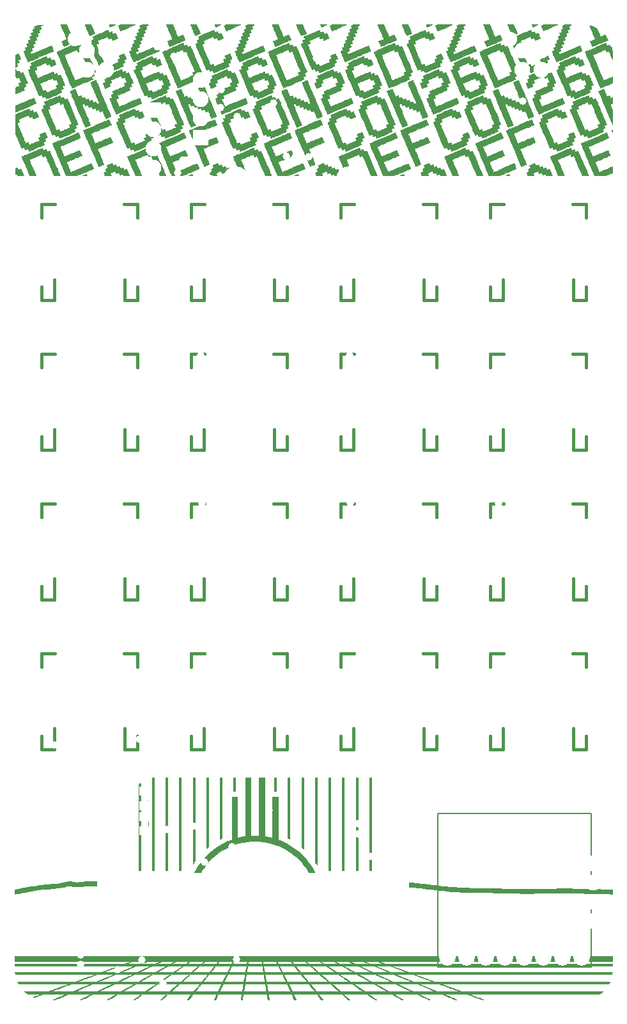
<source format=gto>
G04 #@! TF.GenerationSoftware,KiCad,Pcbnew,(5.0.0-rc2-dev-321-g78161b592)*
G04 #@! TF.CreationDate,2018-06-26T01:07:03-06:00*
G04 #@! TF.ProjectId,KeyGridBadge,4B65794772696442616467652E6B6963,rev?*
G04 #@! TF.SameCoordinates,Original*
G04 #@! TF.FileFunction,Legend,Top*
G04 #@! TF.FilePolarity,Positive*
%FSLAX46Y46*%
G04 Gerber Fmt 4.6, Leading zero omitted, Abs format (unit mm)*
G04 Created by KiCad (PCBNEW (5.0.0-rc2-dev-321-g78161b592)) date 06/26/18 01:07:03*
%MOMM*%
%LPD*%
G01*
G04 APERTURE LIST*
%ADD10C,0.010000*%
%ADD11C,0.381000*%
%ADD12C,0.150000*%
%ADD13C,0.120000*%
%ADD14C,3.400000*%
%ADD15C,2.686000*%
%ADD16O,2.100000X2.100000*%
%ADD17R,2.100000X2.100000*%
%ADD18C,1.924000*%
%ADD19C,2.100000*%
%ADD20C,1.300000*%
%ADD21C,2.178000*%
%ADD22R,1.400000X1.245000*%
%ADD23C,1.000000*%
G04 APERTURE END LIST*
D10*
G36*
X142608666Y-162174334D02*
X127121016Y-162174334D01*
X126214219Y-162174359D01*
X125327104Y-162174436D01*
X124460454Y-162174563D01*
X123615050Y-162174739D01*
X122791675Y-162174963D01*
X121991110Y-162175234D01*
X121214137Y-162175551D01*
X120461538Y-162175913D01*
X119734095Y-162176320D01*
X119032590Y-162176770D01*
X118357804Y-162177262D01*
X117710521Y-162177796D01*
X117091520Y-162178370D01*
X116501585Y-162178983D01*
X115941497Y-162179635D01*
X115412038Y-162180325D01*
X114913991Y-162181051D01*
X114448136Y-162181812D01*
X114015256Y-162182608D01*
X113616132Y-162183438D01*
X113251548Y-162184301D01*
X112922283Y-162185195D01*
X112629121Y-162186120D01*
X112372844Y-162187075D01*
X112154232Y-162188059D01*
X111974068Y-162189071D01*
X111833134Y-162190110D01*
X111732212Y-162191174D01*
X111672084Y-162192264D01*
X111653474Y-162193343D01*
X111678493Y-162205748D01*
X111737436Y-162229968D01*
X111824318Y-162263699D01*
X111933155Y-162304638D01*
X112057960Y-162350480D01*
X112120972Y-162373260D01*
X112568361Y-162534167D01*
X142608666Y-162534167D01*
X142608666Y-162788136D01*
X127952142Y-162793443D01*
X113295617Y-162798750D01*
X115674083Y-163657360D01*
X129133668Y-163656680D01*
X142593254Y-163656000D01*
X142579793Y-163754204D01*
X142571673Y-163819316D01*
X142566881Y-163869083D01*
X142566333Y-163881204D01*
X142561301Y-163883201D01*
X142545594Y-163885107D01*
X142518299Y-163886923D01*
X142478500Y-163888652D01*
X142425283Y-163890296D01*
X142357734Y-163891856D01*
X142274937Y-163893336D01*
X142175977Y-163894736D01*
X142059941Y-163896060D01*
X141925914Y-163897308D01*
X141772980Y-163898483D01*
X141600226Y-163899587D01*
X141406737Y-163900622D01*
X141191597Y-163901590D01*
X140953893Y-163902493D01*
X140692709Y-163903333D01*
X140407132Y-163904112D01*
X140096246Y-163904832D01*
X139759136Y-163905494D01*
X139394889Y-163906102D01*
X139002589Y-163906657D01*
X138581322Y-163907161D01*
X138130173Y-163907617D01*
X137648227Y-163908025D01*
X137134571Y-163908388D01*
X136588288Y-163908709D01*
X136008465Y-163908988D01*
X135394187Y-163909229D01*
X134744539Y-163909433D01*
X134058606Y-163909602D01*
X133335475Y-163909738D01*
X132574229Y-163909844D01*
X131773956Y-163909921D01*
X130933739Y-163909971D01*
X130052664Y-163909996D01*
X129491683Y-163910000D01*
X128749670Y-163910029D01*
X128018264Y-163910114D01*
X127298603Y-163910254D01*
X126591825Y-163910447D01*
X125899068Y-163910691D01*
X125221470Y-163910986D01*
X124560167Y-163911329D01*
X123916300Y-163911719D01*
X123291004Y-163912155D01*
X122685419Y-163912635D01*
X122100681Y-163913156D01*
X121537929Y-163913719D01*
X120998301Y-163914321D01*
X120482935Y-163914960D01*
X119992968Y-163915635D01*
X119529538Y-163916345D01*
X119093783Y-163917088D01*
X118686841Y-163917862D01*
X118309851Y-163918666D01*
X117963948Y-163919499D01*
X117650273Y-163920358D01*
X117369962Y-163921242D01*
X117124153Y-163922150D01*
X116913985Y-163923080D01*
X116740594Y-163924030D01*
X116605120Y-163924999D01*
X116508699Y-163925986D01*
X116452470Y-163926988D01*
X116437141Y-163927884D01*
X116460008Y-163937957D01*
X116519379Y-163961120D01*
X116611921Y-163996145D01*
X116734300Y-164041800D01*
X116883184Y-164096855D01*
X117055239Y-164160080D01*
X117247133Y-164230243D01*
X117455531Y-164306114D01*
X117677101Y-164386464D01*
X117784499Y-164425301D01*
X119111748Y-164904834D01*
X142270609Y-164904834D01*
X142206510Y-165031814D01*
X142142410Y-165158794D01*
X130991304Y-165164105D01*
X119840198Y-165169417D01*
X121260224Y-165682965D01*
X122680250Y-166196512D01*
X132004166Y-166197137D01*
X141328083Y-166197762D01*
X141243416Y-166273430D01*
X141179033Y-166328544D01*
X141100551Y-166392415D01*
X141043984Y-166436590D01*
X140929219Y-166524084D01*
X132284322Y-166534667D01*
X123639424Y-166545250D01*
X124605466Y-166894500D01*
X124827540Y-166974955D01*
X125012498Y-167042410D01*
X125163129Y-167097996D01*
X125282224Y-167142842D01*
X125372571Y-167178078D01*
X125436961Y-167204834D01*
X125478182Y-167224239D01*
X125499026Y-167237424D01*
X125502281Y-167245519D01*
X125490737Y-167249652D01*
X125484086Y-167250344D01*
X125455714Y-167249293D01*
X125414301Y-167241969D01*
X125356592Y-167227309D01*
X125279326Y-167204249D01*
X125179246Y-167171724D01*
X125053093Y-167128671D01*
X124897610Y-167074026D01*
X124709538Y-167006725D01*
X124485620Y-166925705D01*
X124447769Y-166911950D01*
X124258006Y-166842557D01*
X124081306Y-166777165D01*
X123921478Y-166717240D01*
X123782335Y-166664247D01*
X123667685Y-166619653D01*
X123581341Y-166584921D01*
X123527112Y-166561520D01*
X123508810Y-166550913D01*
X123508852Y-166550814D01*
X123489850Y-166548243D01*
X123431742Y-166545815D01*
X123337757Y-166543561D01*
X123211122Y-166541513D01*
X123055064Y-166539702D01*
X122872812Y-166538160D01*
X122667594Y-166536917D01*
X122442636Y-166536005D01*
X122201168Y-166535456D01*
X121946415Y-166535301D01*
X121914207Y-166535310D01*
X121658693Y-166535635D01*
X121416549Y-166536375D01*
X121190944Y-166537494D01*
X120985047Y-166538956D01*
X120802027Y-166540725D01*
X120645055Y-166542764D01*
X120517299Y-166545037D01*
X120421928Y-166547508D01*
X120362113Y-166550141D01*
X120341022Y-166552900D01*
X120341333Y-166553290D01*
X120367211Y-166564792D01*
X120428039Y-166590495D01*
X120519559Y-166628641D01*
X120637513Y-166677469D01*
X120777642Y-166735217D01*
X120935689Y-166800126D01*
X121107395Y-166870436D01*
X121197341Y-166907188D01*
X121398270Y-166989369D01*
X121562943Y-167057142D01*
X121694372Y-167111918D01*
X121795569Y-167155105D01*
X121869546Y-167188115D01*
X121919314Y-167212358D01*
X121947885Y-167229243D01*
X121958269Y-167240181D01*
X121953480Y-167246583D01*
X121936529Y-167249857D01*
X121930298Y-167250385D01*
X121903406Y-167250067D01*
X121868822Y-167244700D01*
X121822928Y-167232951D01*
X121762105Y-167213489D01*
X121682735Y-167184981D01*
X121581197Y-167146095D01*
X121453875Y-167095499D01*
X121297148Y-167031861D01*
X121107398Y-166953848D01*
X120966821Y-166895705D01*
X120094645Y-166534390D01*
X118543162Y-166539820D01*
X116991678Y-166545250D01*
X117740464Y-166899497D01*
X117928781Y-166988687D01*
X118081787Y-167061522D01*
X118202486Y-167119657D01*
X118293878Y-167164746D01*
X118358967Y-167198443D01*
X118400753Y-167222401D01*
X118422240Y-167238274D01*
X118426428Y-167247717D01*
X118416321Y-167252383D01*
X118394919Y-167253926D01*
X118383997Y-167254039D01*
X118353511Y-167252410D01*
X118318523Y-167246245D01*
X118275056Y-167233875D01*
X118219131Y-167213632D01*
X118146770Y-167183846D01*
X118053995Y-167142850D01*
X117936826Y-167088975D01*
X117791286Y-167020551D01*
X117613397Y-166935910D01*
X117526487Y-166894361D01*
X116774230Y-166534389D01*
X115220892Y-166539820D01*
X113667553Y-166545250D01*
X114292922Y-166894500D01*
X114461115Y-166988496D01*
X114595453Y-167063948D01*
X114699049Y-167122941D01*
X114775013Y-167167560D01*
X114826458Y-167199890D01*
X114856496Y-167222016D01*
X114868238Y-167236024D01*
X114864797Y-167243999D01*
X114849284Y-167248027D01*
X114824811Y-167250191D01*
X114823834Y-167250259D01*
X114796448Y-167250836D01*
X114767469Y-167247370D01*
X114732734Y-167237849D01*
X114688077Y-167220259D01*
X114629335Y-167192589D01*
X114552343Y-167152824D01*
X114452936Y-167098952D01*
X114326950Y-167028961D01*
X114170220Y-166940837D01*
X114090480Y-166895819D01*
X113451583Y-166534871D01*
X111901125Y-166534769D01*
X111649119Y-166534857D01*
X111409833Y-166535146D01*
X111186576Y-166535617D01*
X110982659Y-166536254D01*
X110801395Y-166537042D01*
X110646093Y-166537962D01*
X110520064Y-166538999D01*
X110426621Y-166540136D01*
X110369073Y-166541356D01*
X110350666Y-166542569D01*
X110367470Y-166556009D01*
X110414980Y-166590149D01*
X110488842Y-166641960D01*
X110584705Y-166708413D01*
X110698216Y-166786480D01*
X110825022Y-166873133D01*
X110860241Y-166897110D01*
X111369817Y-167243750D01*
X111272949Y-167250203D01*
X111244313Y-167251294D01*
X111216854Y-167248814D01*
X111186203Y-167240265D01*
X111147995Y-167223149D01*
X111097862Y-167194968D01*
X111031436Y-167153224D01*
X110944350Y-167095419D01*
X110832237Y-167019055D01*
X110690729Y-166921634D01*
X110653095Y-166895662D01*
X110130109Y-166534667D01*
X108578804Y-166534667D01*
X108326729Y-166534774D01*
X108087371Y-166535082D01*
X107864041Y-166535576D01*
X107660049Y-166536237D01*
X107478705Y-166537049D01*
X107323318Y-166537994D01*
X107197201Y-166539056D01*
X107103662Y-166540217D01*
X107046011Y-166541460D01*
X107027500Y-166542697D01*
X107042753Y-166558239D01*
X107085653Y-166597727D01*
X107151906Y-166657321D01*
X107237221Y-166733181D01*
X107337306Y-166821465D01*
X107423731Y-166897238D01*
X107819963Y-167243750D01*
X107621113Y-167256614D01*
X107216203Y-166895641D01*
X106811293Y-166534667D01*
X105257813Y-166534667D01*
X105005557Y-166534815D01*
X104766016Y-166535242D01*
X104542498Y-166535926D01*
X104338311Y-166536842D01*
X104156763Y-166537966D01*
X104001162Y-166539276D01*
X103874815Y-166540747D01*
X103781030Y-166542355D01*
X103723115Y-166544077D01*
X103704333Y-166545804D01*
X103717010Y-166564335D01*
X103751793Y-166609476D01*
X103803804Y-166675215D01*
X103868170Y-166755541D01*
X103940014Y-166844443D01*
X104014460Y-166935909D01*
X104086634Y-167023927D01*
X104151659Y-167102485D01*
X104204661Y-167165573D01*
X104240340Y-167206709D01*
X104283212Y-167254334D01*
X104064923Y-167254334D01*
X103776571Y-166894500D01*
X103488220Y-166534667D01*
X101934693Y-166534667D01*
X101682433Y-166534815D01*
X101442888Y-166535245D01*
X101219367Y-166535931D01*
X101015176Y-166536851D01*
X100833623Y-166537981D01*
X100678017Y-166539296D01*
X100551665Y-166540774D01*
X100457875Y-166542389D01*
X100399954Y-166544119D01*
X100381166Y-166545854D01*
X100390020Y-166569002D01*
X100413250Y-166619036D01*
X100445860Y-166685198D01*
X100446412Y-166686293D01*
X100483435Y-166761126D01*
X100531082Y-166859532D01*
X100582200Y-166966665D01*
X100614869Y-167036015D01*
X100718079Y-167256485D01*
X100612781Y-167250118D01*
X100507483Y-167243750D01*
X100341904Y-166894500D01*
X100176324Y-166545250D01*
X98617162Y-166539822D01*
X98322883Y-166538834D01*
X98068098Y-166538102D01*
X97849970Y-166537685D01*
X97665659Y-166537645D01*
X97512327Y-166538041D01*
X97387135Y-166538931D01*
X97287246Y-166540377D01*
X97209820Y-166542438D01*
X97152020Y-166545174D01*
X97111006Y-166548644D01*
X97083940Y-166552909D01*
X97067984Y-166558028D01*
X97060300Y-166564060D01*
X97058048Y-166571067D01*
X97058000Y-166572664D01*
X97061604Y-166606669D01*
X97071495Y-166673571D01*
X97086290Y-166764639D01*
X97104604Y-166871137D01*
X97110826Y-166906176D01*
X97129884Y-167014444D01*
X97145898Y-167108764D01*
X97157500Y-167180821D01*
X97163323Y-167222301D01*
X97163743Y-167227875D01*
X97143401Y-167246148D01*
X97082696Y-167254015D01*
X97061742Y-167254334D01*
X96959651Y-167254334D01*
X96911818Y-166931542D01*
X96894533Y-166816925D01*
X96878630Y-166715193D01*
X96865447Y-166634632D01*
X96856321Y-166583523D01*
X96853689Y-166571572D01*
X96849935Y-166564556D01*
X96840933Y-166558500D01*
X96823833Y-166553348D01*
X96795783Y-166549042D01*
X96753932Y-166545524D01*
X96695428Y-166542736D01*
X96617420Y-166540622D01*
X96517057Y-166539122D01*
X96391486Y-166538181D01*
X96237857Y-166537739D01*
X96053318Y-166537739D01*
X95835018Y-166538123D01*
X95580105Y-166538835D01*
X95285728Y-166539816D01*
X95283822Y-166539822D01*
X93724250Y-166545250D01*
X93620186Y-167254334D01*
X93518759Y-167254334D01*
X93477553Y-167254533D01*
X93448135Y-167251336D01*
X93429760Y-167239047D01*
X93421683Y-167211972D01*
X93423158Y-167164414D01*
X93433442Y-167090681D01*
X93451788Y-166985076D01*
X93470160Y-166882824D01*
X93489218Y-166774556D01*
X93505231Y-166680236D01*
X93516833Y-166608179D01*
X93522656Y-166566699D01*
X93523076Y-166561125D01*
X93515092Y-166555939D01*
X93489508Y-166551431D01*
X93443929Y-166547560D01*
X93375963Y-166544287D01*
X93283216Y-166541571D01*
X93163296Y-166539370D01*
X93013809Y-166537645D01*
X92832361Y-166536354D01*
X92616561Y-166535457D01*
X92364014Y-166534913D01*
X92072328Y-166534682D01*
X91965708Y-166534667D01*
X90408250Y-166534667D01*
X90236198Y-166894500D01*
X90064146Y-167254334D01*
X89962739Y-167254334D01*
X89903815Y-167252304D01*
X89867238Y-167247135D01*
X89861333Y-167243501D01*
X89870360Y-167221992D01*
X89895422Y-167168925D01*
X89933492Y-167090538D01*
X89981542Y-166993072D01*
X90030666Y-166894500D01*
X90085095Y-166785225D01*
X90132260Y-166689431D01*
X90169134Y-166613356D01*
X90192689Y-166563241D01*
X90200000Y-166545499D01*
X90179384Y-166543741D01*
X90119741Y-166542072D01*
X90024376Y-166540514D01*
X89896595Y-166539091D01*
X89739705Y-166537825D01*
X89557010Y-166536740D01*
X89351817Y-166535859D01*
X89127431Y-166535204D01*
X88887159Y-166534799D01*
X88644628Y-166534667D01*
X87089256Y-166534667D01*
X86800905Y-166894500D01*
X86512553Y-167254334D01*
X86405662Y-167254334D01*
X86343945Y-167253188D01*
X86317236Y-167247343D01*
X86318226Y-167233186D01*
X86330711Y-167217292D01*
X86353745Y-167189746D01*
X86398781Y-167135199D01*
X86461056Y-167059446D01*
X86535805Y-166968282D01*
X86618266Y-166867503D01*
X86622151Y-166862750D01*
X86881651Y-166545250D01*
X83764991Y-166534394D01*
X82960419Y-167254334D01*
X82747158Y-167254334D01*
X83150611Y-166899792D01*
X83554063Y-166545250D01*
X80442447Y-166534394D01*
X79922198Y-166895461D01*
X79773821Y-166998294D01*
X79655793Y-167079426D01*
X79563738Y-167141365D01*
X79493279Y-167186625D01*
X79440040Y-167217716D01*
X79399645Y-167237150D01*
X79367717Y-167247436D01*
X79339881Y-167251087D01*
X79311760Y-167250614D01*
X79304082Y-167250139D01*
X79206214Y-167243750D01*
X79719615Y-166894500D01*
X80233015Y-166545250D01*
X78678157Y-166539823D01*
X77123299Y-166534395D01*
X76484757Y-166895467D01*
X76313266Y-166992246D01*
X76174340Y-167069997D01*
X76063814Y-167130735D01*
X75977520Y-167176476D01*
X75911291Y-167209235D01*
X75860961Y-167231027D01*
X75822362Y-167243868D01*
X75791329Y-167249773D01*
X75763694Y-167250758D01*
X75751442Y-167250145D01*
X75726613Y-167248044D01*
X75710633Y-167244158D01*
X75706612Y-167236402D01*
X75717659Y-167222691D01*
X75746886Y-167200939D01*
X75797402Y-167169060D01*
X75872318Y-167124968D01*
X75974744Y-167066580D01*
X76107790Y-166991808D01*
X76274567Y-166898567D01*
X76281848Y-166894500D01*
X76907027Y-166545250D01*
X75354970Y-166539823D01*
X73802912Y-166534396D01*
X73047839Y-166895520D01*
X72855456Y-166987317D01*
X72697202Y-167062207D01*
X72569154Y-167121829D01*
X72467389Y-167167821D01*
X72387981Y-167201823D01*
X72327006Y-167225475D01*
X72280541Y-167240414D01*
X72244661Y-167248281D01*
X72215443Y-167250714D01*
X72198718Y-167250197D01*
X72176395Y-167247869D01*
X72163763Y-167243344D01*
X72163894Y-167234934D01*
X72179859Y-167220951D01*
X72214728Y-167199709D01*
X72271573Y-167169518D01*
X72353465Y-167128692D01*
X72463475Y-167075543D01*
X72604675Y-167008382D01*
X72780134Y-166925523D01*
X72845963Y-166894500D01*
X73587256Y-166545250D01*
X72035253Y-166539781D01*
X70483250Y-166534313D01*
X69614115Y-166894323D01*
X69394856Y-166984789D01*
X69211158Y-167059726D01*
X69059708Y-167120370D01*
X68937195Y-167167956D01*
X68840306Y-167203721D01*
X68765729Y-167228899D01*
X68710153Y-167244728D01*
X68670266Y-167252442D01*
X68651031Y-167253690D01*
X68595329Y-167250327D01*
X68581176Y-167241207D01*
X68588833Y-167234855D01*
X68614747Y-167223145D01*
X68675584Y-167197250D01*
X68767059Y-167158946D01*
X68884888Y-167110010D01*
X69024785Y-167052220D01*
X69182466Y-166987352D01*
X69353645Y-166917184D01*
X69435500Y-166883715D01*
X69610360Y-166812169D01*
X69772783Y-166745512D01*
X69918639Y-166685455D01*
X70043800Y-166633705D01*
X70144135Y-166591973D01*
X70215515Y-166561968D01*
X70253812Y-166545399D01*
X70259236Y-166542716D01*
X70240046Y-166541430D01*
X70181756Y-166540207D01*
X70087598Y-166539064D01*
X69960804Y-166538017D01*
X69804608Y-166537082D01*
X69622241Y-166536277D01*
X69416937Y-166535616D01*
X69191928Y-166535117D01*
X68950447Y-166534796D01*
X68695727Y-166534668D01*
X68665195Y-166534667D01*
X68409163Y-166534871D01*
X68166012Y-166535461D01*
X67938973Y-166536406D01*
X67731275Y-166537673D01*
X67546148Y-166539230D01*
X67386824Y-166541045D01*
X67256532Y-166543085D01*
X67158502Y-166545319D01*
X67095965Y-166547714D01*
X67072151Y-166550238D01*
X67072045Y-166550542D01*
X67055546Y-166561567D01*
X67004114Y-166584745D01*
X66922724Y-166618097D01*
X66816349Y-166659644D01*
X66689961Y-166707407D01*
X66548535Y-166759407D01*
X66532799Y-166765110D01*
X66361717Y-166826493D01*
X66226040Y-166873815D01*
X66121696Y-166908299D01*
X66044613Y-166931172D01*
X65990719Y-166943656D01*
X65955943Y-166946977D01*
X65938817Y-166943714D01*
X65930964Y-166935376D01*
X65940734Y-166923100D01*
X65971739Y-166905298D01*
X66027596Y-166880383D01*
X66111918Y-166846767D01*
X66228321Y-166802861D01*
X66380418Y-166747078D01*
X66415219Y-166734437D01*
X66936644Y-166545250D01*
X65182364Y-166524084D01*
X65059974Y-166433538D01*
X64982728Y-166374800D01*
X64905156Y-166313273D01*
X64852916Y-166269812D01*
X64768250Y-166196630D01*
X67900058Y-166196000D01*
X67965448Y-166172327D01*
X68182273Y-166172327D01*
X68193021Y-166176990D01*
X68221430Y-166180987D01*
X68270018Y-166184368D01*
X68341304Y-166187183D01*
X68437807Y-166189481D01*
X68562045Y-166191311D01*
X68716538Y-166192724D01*
X68903803Y-166193768D01*
X69126359Y-166194494D01*
X69386726Y-166194950D01*
X69622568Y-166195153D01*
X71111387Y-166196000D01*
X71157959Y-166176892D01*
X71373308Y-166176892D01*
X71390199Y-166180446D01*
X71447052Y-166183715D01*
X71541497Y-166186666D01*
X71671162Y-166189269D01*
X71833678Y-166191493D01*
X72026674Y-166193308D01*
X72247779Y-166194681D01*
X72494622Y-166195583D01*
X72764834Y-166195983D01*
X72837466Y-166196000D01*
X74321733Y-166196000D01*
X74361595Y-166177146D01*
X74569475Y-166177146D01*
X74586445Y-166180559D01*
X74643149Y-166183719D01*
X74736989Y-166186593D01*
X74865366Y-166189147D01*
X75025682Y-166191349D01*
X75215338Y-166193164D01*
X75431736Y-166194560D01*
X75672276Y-166195504D01*
X75934362Y-166195961D01*
X76040827Y-166196000D01*
X77532287Y-166196000D01*
X77565262Y-166177595D01*
X77765641Y-166177595D01*
X77782747Y-166180770D01*
X77839208Y-166183747D01*
X77932045Y-166186488D01*
X78058279Y-166188956D01*
X78214932Y-166191114D01*
X78399026Y-166192925D01*
X78607582Y-166194352D01*
X78837621Y-166195358D01*
X79086166Y-166195907D01*
X79244451Y-166196000D01*
X80743368Y-166196000D01*
X80766643Y-166180125D01*
X80972312Y-166180125D01*
X80992751Y-166182755D01*
X81052149Y-166185249D01*
X81147133Y-166187571D01*
X81274329Y-166189685D01*
X81430365Y-166191554D01*
X81611865Y-166193144D01*
X81815456Y-166194418D01*
X82037765Y-166195341D01*
X82275418Y-166195875D01*
X82462173Y-166196000D01*
X83953013Y-166196000D01*
X83963021Y-166187242D01*
X84167500Y-166187242D01*
X84188105Y-166188688D01*
X84247677Y-166190061D01*
X84342850Y-166191339D01*
X84470257Y-166192503D01*
X84626530Y-166193533D01*
X84808305Y-166194411D01*
X85012214Y-166195115D01*
X85234891Y-166195627D01*
X85472969Y-166195926D01*
X85667316Y-166196000D01*
X87167133Y-166196000D01*
X87188288Y-166170158D01*
X87389919Y-166170158D01*
X87396816Y-166175332D01*
X87422754Y-166179820D01*
X87470075Y-166183662D01*
X87541121Y-166186898D01*
X87638233Y-166189569D01*
X87763753Y-166191715D01*
X87920022Y-166193378D01*
X88109381Y-166194597D01*
X88334173Y-166195413D01*
X88596739Y-166195867D01*
X88882287Y-166196000D01*
X90383269Y-166196000D01*
X90397747Y-166166072D01*
X90589233Y-166166072D01*
X90594142Y-166172213D01*
X90607685Y-166177455D01*
X90632718Y-166181867D01*
X90672097Y-166185521D01*
X90728679Y-166188487D01*
X90805321Y-166190837D01*
X90904877Y-166192642D01*
X91030206Y-166193973D01*
X91184163Y-166194901D01*
X91369604Y-166195496D01*
X91589387Y-166195830D01*
X91846366Y-166195974D01*
X92080068Y-166196000D01*
X93583665Y-166196000D01*
X93772577Y-166196000D01*
X96802941Y-166196000D01*
X96791548Y-166137792D01*
X96785078Y-166100052D01*
X96773445Y-166027525D01*
X96757755Y-165927290D01*
X96739112Y-165806425D01*
X96718621Y-165672012D01*
X96711432Y-165624500D01*
X96642709Y-165169417D01*
X95288770Y-165163971D01*
X93934832Y-165158526D01*
X93865019Y-165629638D01*
X93844243Y-165768594D01*
X93824902Y-165895624D01*
X93808050Y-166003992D01*
X93794741Y-166086963D01*
X93786027Y-166137800D01*
X93783891Y-166148375D01*
X93772577Y-166196000D01*
X93583665Y-166196000D01*
X93605676Y-166084875D01*
X93618913Y-166014886D01*
X93635956Y-165920134D01*
X93655525Y-165808258D01*
X93676339Y-165686895D01*
X93697118Y-165563684D01*
X93716582Y-165446261D01*
X93733449Y-165342265D01*
X93746439Y-165259334D01*
X93754271Y-165205104D01*
X93756000Y-165188302D01*
X93750739Y-165182253D01*
X93733055Y-165177074D01*
X93700091Y-165172705D01*
X93648994Y-165169084D01*
X93576908Y-165166152D01*
X93480979Y-165163847D01*
X93358351Y-165162110D01*
X93206170Y-165160880D01*
X93021582Y-165160095D01*
X92801730Y-165159697D01*
X92543761Y-165159623D01*
X92406625Y-165159685D01*
X91057250Y-165160536D01*
X90830491Y-165641226D01*
X90767619Y-165774820D01*
X90710346Y-165897115D01*
X90661295Y-166002464D01*
X90623086Y-166085220D01*
X90598344Y-166139735D01*
X90590102Y-166158959D01*
X90589233Y-166166072D01*
X90397747Y-166166072D01*
X90625009Y-165696312D01*
X90690104Y-165561599D01*
X90749101Y-165439203D01*
X90799490Y-165334357D01*
X90838759Y-165252294D01*
X90864400Y-165198245D01*
X90873805Y-165177729D01*
X90854489Y-165174197D01*
X90795732Y-165170959D01*
X90700424Y-165168053D01*
X90571456Y-165165518D01*
X90411719Y-165163392D01*
X90224103Y-165161715D01*
X90011501Y-165160524D01*
X89776802Y-165159859D01*
X89529722Y-165159753D01*
X88178583Y-165160673D01*
X87788558Y-165652495D01*
X87689600Y-165777770D01*
X87599304Y-165893015D01*
X87521022Y-165993879D01*
X87458103Y-166076012D01*
X87413897Y-166135063D01*
X87391755Y-166166682D01*
X87389919Y-166170158D01*
X87188288Y-166170158D01*
X87577608Y-165694604D01*
X87679962Y-165569307D01*
X87773454Y-165454342D01*
X87854752Y-165353844D01*
X87920527Y-165271950D01*
X87967448Y-165212796D01*
X87992184Y-165180520D01*
X87995138Y-165176020D01*
X87975816Y-165173029D01*
X87917689Y-165170202D01*
X87824288Y-165167587D01*
X87699141Y-165165227D01*
X87545778Y-165163168D01*
X87367728Y-165161456D01*
X87168520Y-165160136D01*
X86951683Y-165159253D01*
X86720746Y-165158853D01*
X86656480Y-165158834D01*
X85310767Y-165158834D01*
X84739133Y-165668658D01*
X84608177Y-165785688D01*
X84487778Y-165893733D01*
X84381461Y-165989596D01*
X84292750Y-166070078D01*
X84225171Y-166131984D01*
X84182247Y-166172114D01*
X84167500Y-166187242D01*
X83963021Y-166187242D01*
X84539606Y-165682709D01*
X85126199Y-165169417D01*
X83781075Y-165163969D01*
X82436692Y-165158525D01*
X96811149Y-165158525D01*
X96900863Y-165671971D01*
X96925668Y-165813700D01*
X96948001Y-165940868D01*
X96966855Y-166047770D01*
X96981222Y-166128704D01*
X96990093Y-166177964D01*
X96992539Y-166190709D01*
X97013497Y-166191967D01*
X97072640Y-166193049D01*
X97165866Y-166193960D01*
X97289075Y-166194703D01*
X97438165Y-166195285D01*
X97609036Y-166195710D01*
X97797588Y-166195983D01*
X97999719Y-166196109D01*
X98211329Y-166196093D01*
X98428316Y-166195940D01*
X98646581Y-166195654D01*
X98862023Y-166195241D01*
X99070540Y-166194706D01*
X99268032Y-166194053D01*
X99450398Y-166193287D01*
X99613537Y-166192414D01*
X99753349Y-166191438D01*
X99865733Y-166190364D01*
X99946588Y-166189197D01*
X99991814Y-166187942D01*
X100000166Y-166187102D01*
X99991450Y-166166383D01*
X99966889Y-166112549D01*
X99928862Y-166030697D01*
X99879746Y-165925922D01*
X99821922Y-165803321D01*
X99760535Y-165673810D01*
X99520904Y-165169417D01*
X98166027Y-165163971D01*
X96888024Y-165158834D01*
X99682778Y-165158834D01*
X100200848Y-166196000D01*
X101698590Y-166196000D01*
X101946174Y-166195781D01*
X102180982Y-166195146D01*
X102399645Y-166194131D01*
X102598793Y-166192773D01*
X102775060Y-166191108D01*
X102925074Y-166189171D01*
X103045469Y-166186998D01*
X103132874Y-166184625D01*
X103183922Y-166182088D01*
X103196333Y-166180035D01*
X103183585Y-166160133D01*
X103147496Y-166111441D01*
X103091298Y-166038126D01*
X103018224Y-165944351D01*
X102931505Y-165834281D01*
X102834374Y-165712083D01*
X102793899Y-165661452D01*
X102391466Y-165158834D01*
X102561618Y-165158834D01*
X102986377Y-165677417D01*
X103411137Y-166196000D01*
X106423287Y-166196000D01*
X106370852Y-166144954D01*
X106342647Y-166118817D01*
X106286951Y-166068345D01*
X106207946Y-165997286D01*
X106109817Y-165909391D01*
X105996748Y-165808409D01*
X105872921Y-165698090D01*
X105792269Y-165626370D01*
X105266121Y-165158834D01*
X105437519Y-165158834D01*
X106026134Y-165676308D01*
X106614750Y-166193782D01*
X108116827Y-166194891D01*
X108408527Y-166195016D01*
X108660573Y-166194894D01*
X108875647Y-166194474D01*
X109056428Y-166193702D01*
X109205596Y-166192528D01*
X109325831Y-166190898D01*
X109419812Y-166188761D01*
X109490221Y-166186064D01*
X109539736Y-166182755D01*
X109571039Y-166178782D01*
X109586808Y-166174093D01*
X109589724Y-166168635D01*
X109587910Y-166166243D01*
X109564175Y-166148038D01*
X109509440Y-166108570D01*
X109427586Y-166050560D01*
X109322496Y-165976733D01*
X109198050Y-165889812D01*
X109058130Y-165792520D01*
X108906617Y-165687581D01*
X108848829Y-165647659D01*
X108140741Y-165158834D01*
X108312036Y-165158834D01*
X109071592Y-165677417D01*
X109831147Y-166196000D01*
X111319823Y-166196000D01*
X111584494Y-166195740D01*
X111830459Y-166194983D01*
X112054922Y-166193765D01*
X112255088Y-166192121D01*
X112428160Y-166190088D01*
X112571343Y-166187699D01*
X112681841Y-166184992D01*
X112756859Y-166182001D01*
X112793599Y-166178762D01*
X112796898Y-166177231D01*
X112776665Y-166163362D01*
X112723150Y-166130866D01*
X112639985Y-166081840D01*
X112530799Y-166018385D01*
X112399223Y-165942598D01*
X112248886Y-165856581D01*
X112083421Y-165762431D01*
X111906455Y-165662248D01*
X111900078Y-165658647D01*
X111033603Y-165169417D01*
X111204731Y-165169417D01*
X112116490Y-165681041D01*
X113028250Y-166192665D01*
X114530025Y-166194333D01*
X114785270Y-166194366D01*
X115024844Y-166193907D01*
X115245670Y-166192990D01*
X115444674Y-166191650D01*
X115618779Y-166189921D01*
X115764911Y-166187838D01*
X115879994Y-166185434D01*
X115960953Y-166182746D01*
X116004712Y-166179806D01*
X116011691Y-166177716D01*
X115989299Y-166165413D01*
X115932207Y-166136672D01*
X115843960Y-166093211D01*
X115728100Y-166036746D01*
X115588170Y-165968996D01*
X115427714Y-165891678D01*
X115250275Y-165806510D01*
X115059396Y-165715208D01*
X114941521Y-165658975D01*
X113893252Y-165159372D01*
X114065416Y-165159372D01*
X115155500Y-165676587D01*
X116245583Y-166193801D01*
X117736775Y-166194901D01*
X118004692Y-166194839D01*
X118252637Y-166194266D01*
X118477953Y-166193214D01*
X118677983Y-166191715D01*
X118850068Y-166189802D01*
X118991551Y-166187505D01*
X119099774Y-166184856D01*
X119172079Y-166181889D01*
X119205810Y-166178634D01*
X119207858Y-166177211D01*
X119185210Y-166166004D01*
X119126814Y-166140141D01*
X119036079Y-166101057D01*
X118916411Y-166050190D01*
X118771219Y-165988974D01*
X118603911Y-165918846D01*
X118417894Y-165841243D01*
X118216576Y-165757601D01*
X118003364Y-165669356D01*
X117977389Y-165658628D01*
X116792659Y-165169417D01*
X116962309Y-165169417D01*
X118202029Y-165680407D01*
X119441750Y-166191397D01*
X120944583Y-166192203D01*
X121232667Y-166192326D01*
X121481140Y-166192315D01*
X121692723Y-166192101D01*
X121870138Y-166191616D01*
X122016108Y-166190790D01*
X122133353Y-166189553D01*
X122224596Y-166187836D01*
X122292559Y-166185569D01*
X122339964Y-166182684D01*
X122369532Y-166179111D01*
X122383985Y-166174780D01*
X122386046Y-166169622D01*
X122378435Y-166163568D01*
X122363875Y-166156548D01*
X122362750Y-166156055D01*
X122325760Y-166141336D01*
X122253371Y-166113823D01*
X122149981Y-166075143D01*
X122019992Y-166026925D01*
X121867804Y-165970797D01*
X121697818Y-165908386D01*
X121514433Y-165841320D01*
X121353542Y-165782684D01*
X121166333Y-165714138D01*
X120992258Y-165649576D01*
X120835173Y-165590490D01*
X120698936Y-165538369D01*
X120587404Y-165494702D01*
X120504433Y-165460980D01*
X120453882Y-165438693D01*
X120439333Y-165429550D01*
X120429257Y-165417426D01*
X120393584Y-165412834D01*
X120355733Y-165405731D01*
X120286058Y-165386054D01*
X120192315Y-165356244D01*
X120082259Y-165318745D01*
X119989937Y-165285677D01*
X119642370Y-165158520D01*
X118302340Y-165163969D01*
X116962309Y-165169417D01*
X116792659Y-165169417D01*
X116767029Y-165158834D01*
X115416223Y-165159103D01*
X114065416Y-165159372D01*
X113893252Y-165159372D01*
X113891460Y-165158518D01*
X112548096Y-165163967D01*
X111204731Y-165169417D01*
X111033603Y-165169417D01*
X111014859Y-165158834D01*
X108312036Y-165158834D01*
X108140741Y-165158834D01*
X105437519Y-165158834D01*
X105266121Y-165158834D01*
X102561618Y-165158834D01*
X102391466Y-165158834D01*
X99682778Y-165158834D01*
X96888024Y-165158834D01*
X96811149Y-165158525D01*
X82436692Y-165158525D01*
X82435951Y-165158522D01*
X81704621Y-165661386D01*
X81548505Y-165769082D01*
X81403737Y-165869628D01*
X81273942Y-165960454D01*
X81162743Y-166038995D01*
X81073765Y-166102683D01*
X81010631Y-166148950D01*
X80976967Y-166175230D01*
X80972312Y-166180125D01*
X80766643Y-166180125D01*
X81495940Y-165682709D01*
X82248512Y-165169417D01*
X80903783Y-165163970D01*
X79559055Y-165158522D01*
X78672402Y-165658856D01*
X78494632Y-165759315D01*
X78327932Y-165853792D01*
X78175974Y-165940189D01*
X78042429Y-166016404D01*
X77930969Y-166080338D01*
X77845265Y-166129891D01*
X77788987Y-166162962D01*
X77765807Y-166177452D01*
X77765641Y-166177595D01*
X77565262Y-166177595D01*
X78451921Y-165682709D01*
X79371554Y-165169417D01*
X78028318Y-165163921D01*
X76685083Y-165158425D01*
X75637333Y-165658358D01*
X75440405Y-165752487D01*
X75254820Y-165841512D01*
X75084125Y-165923710D01*
X74931865Y-165997359D01*
X74801587Y-166060735D01*
X74696838Y-166112116D01*
X74621165Y-166149779D01*
X74578112Y-166172000D01*
X74569475Y-166177146D01*
X74361595Y-166177146D01*
X75406966Y-165682709D01*
X76492199Y-165169417D01*
X73810219Y-165158515D01*
X72601818Y-165658150D01*
X72387613Y-165746887D01*
X72184897Y-165831195D01*
X71997078Y-165909635D01*
X71827566Y-165980766D01*
X71679772Y-166043149D01*
X71557105Y-166095344D01*
X71462974Y-166135911D01*
X71400790Y-166163410D01*
X71373962Y-166176403D01*
X71373308Y-166176892D01*
X71157959Y-166176892D01*
X72362439Y-165682709D01*
X73613490Y-165169417D01*
X72274429Y-165163967D01*
X70935369Y-165158517D01*
X70587798Y-165285675D01*
X70469236Y-165327649D01*
X70359750Y-165363821D01*
X70267436Y-165391715D01*
X70200389Y-165408851D01*
X70171238Y-165413158D01*
X70131839Y-165417275D01*
X70124096Y-165426985D01*
X70126757Y-165429076D01*
X70112495Y-165439183D01*
X70062021Y-165462115D01*
X69978988Y-165496447D01*
X69867047Y-165540756D01*
X69729850Y-165593618D01*
X69571049Y-165653610D01*
X69394296Y-165719308D01*
X69203244Y-165789289D01*
X69195423Y-165792133D01*
X69002378Y-165862473D01*
X68820192Y-165929175D01*
X68653001Y-165990702D01*
X68504940Y-166045518D01*
X68380143Y-166092086D01*
X68282746Y-166128870D01*
X68216882Y-166154333D01*
X68186686Y-166166940D01*
X68186666Y-166166950D01*
X68182273Y-166172327D01*
X67965448Y-166172327D01*
X69317897Y-165682709D01*
X70735736Y-165169417D01*
X67348912Y-165164061D01*
X63962089Y-165158705D01*
X63904794Y-165041884D01*
X63874683Y-164978969D01*
X63853932Y-164932705D01*
X63847500Y-164914948D01*
X63868314Y-164913891D01*
X63929349Y-164912864D01*
X64028493Y-164911873D01*
X64163632Y-164910925D01*
X64332655Y-164910023D01*
X64533448Y-164909175D01*
X64763899Y-164908385D01*
X65021896Y-164907660D01*
X65305326Y-164907004D01*
X65612076Y-164906424D01*
X65940034Y-164905925D01*
X66287088Y-164905513D01*
X66651125Y-164905193D01*
X67030032Y-164904971D01*
X67421696Y-164904853D01*
X67656277Y-164904834D01*
X71465055Y-164904834D01*
X71517790Y-164885735D01*
X71700333Y-164885735D01*
X71715164Y-164888899D01*
X71768823Y-164891903D01*
X71857801Y-164894697D01*
X71978594Y-164897230D01*
X72127693Y-164899449D01*
X72301594Y-164901305D01*
X72496789Y-164902745D01*
X72709771Y-164903718D01*
X72937035Y-164904174D01*
X72962748Y-164904190D01*
X74256913Y-164904834D01*
X74300765Y-164886899D01*
X74484808Y-164886899D01*
X74501735Y-164890078D01*
X74557445Y-164893078D01*
X74648386Y-164895847D01*
X74771007Y-164898337D01*
X74921758Y-164900496D01*
X75097088Y-164902275D01*
X75293445Y-164903624D01*
X75507279Y-164904493D01*
X75735038Y-164904831D01*
X75757702Y-164904834D01*
X77050704Y-164904834D01*
X77092700Y-164885003D01*
X77278808Y-164885003D01*
X77295197Y-164889214D01*
X77352165Y-164892983D01*
X77447961Y-164896283D01*
X77580833Y-164899086D01*
X77749028Y-164901366D01*
X77950796Y-164903095D01*
X78184383Y-164904246D01*
X78448038Y-164904791D01*
X78551549Y-164904834D01*
X79844398Y-164904834D01*
X79877392Y-164886393D01*
X80051641Y-164886393D01*
X80068443Y-164889811D01*
X80124425Y-164892993D01*
X80216437Y-164895893D01*
X80341326Y-164898465D01*
X80495941Y-164900665D01*
X80677130Y-164902447D01*
X80881740Y-164903766D01*
X81106621Y-164904576D01*
X81333810Y-164904834D01*
X82636086Y-164904834D01*
X82670984Y-164881079D01*
X82853967Y-164881079D01*
X82863856Y-164886393D01*
X82888466Y-164890871D01*
X82930674Y-164894583D01*
X82993358Y-164897597D01*
X83079395Y-164899979D01*
X83191662Y-164901797D01*
X83333036Y-164903121D01*
X83506393Y-164904017D01*
X83714613Y-164904554D01*
X83960570Y-164904798D01*
X84126556Y-164904834D01*
X85428183Y-164904834D01*
X85450331Y-164885569D01*
X85631527Y-164885569D01*
X85650807Y-164889382D01*
X85709814Y-164892867D01*
X85805943Y-164895984D01*
X85936589Y-164898695D01*
X86099146Y-164900961D01*
X86291009Y-164902743D01*
X86509573Y-164904002D01*
X86752233Y-164904700D01*
X86923878Y-164904834D01*
X88223285Y-164904834D01*
X88244963Y-164878375D01*
X88414341Y-164878375D01*
X88418670Y-164883976D01*
X88440669Y-164888777D01*
X88482935Y-164892832D01*
X88548066Y-164896195D01*
X88638659Y-164898917D01*
X88757310Y-164901054D01*
X88906618Y-164902656D01*
X89089179Y-164903779D01*
X89307590Y-164904475D01*
X89564449Y-164904796D01*
X89706844Y-164904834D01*
X91015353Y-164904834D01*
X91023281Y-164888959D01*
X91195447Y-164888959D01*
X91215902Y-164891762D01*
X91275087Y-164894408D01*
X91369399Y-164896852D01*
X91495236Y-164899050D01*
X91648993Y-164900960D01*
X91827067Y-164902536D01*
X92025857Y-164903735D01*
X92241757Y-164904514D01*
X92471167Y-164904829D01*
X92502495Y-164904834D01*
X93810158Y-164904834D01*
X93816398Y-164867792D01*
X93988152Y-164867792D01*
X93990215Y-164875401D01*
X93998167Y-164881894D01*
X94015108Y-164887359D01*
X94044136Y-164891883D01*
X94088350Y-164895556D01*
X94150847Y-164898464D01*
X94234728Y-164900696D01*
X94343090Y-164902341D01*
X94479032Y-164903486D01*
X94645652Y-164904219D01*
X94846050Y-164904629D01*
X95083323Y-164904804D01*
X95290583Y-164904834D01*
X96592333Y-164904834D01*
X96590926Y-164857209D01*
X96587385Y-164822610D01*
X96578295Y-164753156D01*
X96564641Y-164655818D01*
X96547407Y-164537569D01*
X96527578Y-164405378D01*
X96521429Y-164365084D01*
X96457137Y-163945366D01*
X96600078Y-163945366D01*
X96600484Y-163946862D01*
X96606930Y-163977101D01*
X96618891Y-164040980D01*
X96635076Y-164130967D01*
X96654194Y-164239530D01*
X96674953Y-164359138D01*
X96696062Y-164482261D01*
X96716230Y-164601366D01*
X96734165Y-164708923D01*
X96748577Y-164797400D01*
X96758175Y-164859266D01*
X96761666Y-164886989D01*
X96761666Y-164886998D01*
X96782233Y-164890143D01*
X96841534Y-164893111D01*
X96935970Y-164895853D01*
X97061943Y-164898320D01*
X97215853Y-164900464D01*
X97394102Y-164902236D01*
X97593090Y-164903586D01*
X97809219Y-164904466D01*
X98038889Y-164904827D01*
X98074000Y-164904834D01*
X98305378Y-164904714D01*
X98523750Y-164904368D01*
X98725517Y-164903817D01*
X98907080Y-164903082D01*
X99064839Y-164902185D01*
X99195196Y-164901145D01*
X99294553Y-164899984D01*
X99359309Y-164898724D01*
X99385866Y-164897385D01*
X99386333Y-164897180D01*
X99377653Y-164876764D01*
X99353227Y-164823302D01*
X99315474Y-164741989D01*
X99266815Y-164638015D01*
X99209670Y-164516574D01*
X99156970Y-164405055D01*
X98927608Y-163920584D01*
X97758487Y-163915112D01*
X97506297Y-163913989D01*
X97293201Y-163913232D01*
X97115962Y-163912931D01*
X96971341Y-163913175D01*
X96856100Y-163914051D01*
X96767002Y-163915649D01*
X96700809Y-163918057D01*
X96654282Y-163921365D01*
X96624183Y-163925661D01*
X96607275Y-163931034D01*
X96600319Y-163937573D01*
X96600078Y-163945366D01*
X96457137Y-163945366D01*
X96453340Y-163920584D01*
X95289662Y-163915115D01*
X94201309Y-163910000D01*
X99068640Y-163910000D01*
X99292863Y-164358057D01*
X99357255Y-164487218D01*
X99416033Y-164606046D01*
X99466272Y-164708548D01*
X99505044Y-164788735D01*
X99529423Y-164840615D01*
X99535852Y-164855473D01*
X99554618Y-164904834D01*
X100870067Y-164904834D01*
X101147334Y-164904681D01*
X101384859Y-164904187D01*
X101585230Y-164903299D01*
X101751040Y-164901965D01*
X101884876Y-164900131D01*
X101989330Y-164897745D01*
X102066992Y-164894753D01*
X102120450Y-164891102D01*
X102152295Y-164886741D01*
X102165118Y-164881615D01*
X102164943Y-164878375D01*
X102146821Y-164855491D01*
X102105850Y-164803988D01*
X102045590Y-164728334D01*
X101969601Y-164632997D01*
X101881443Y-164522445D01*
X101784676Y-164401144D01*
X101768569Y-164380959D01*
X101406164Y-163926786D01*
X101566500Y-163926786D01*
X101579402Y-163946831D01*
X101615886Y-163995328D01*
X101672618Y-164068054D01*
X101746261Y-164160787D01*
X101833482Y-164269305D01*
X101930944Y-164389385D01*
X101959368Y-164424202D01*
X102352237Y-164904834D01*
X103652701Y-164904834D01*
X103882950Y-164904583D01*
X104100135Y-164903859D01*
X104300646Y-164902707D01*
X104480873Y-164901171D01*
X104637206Y-164899295D01*
X104766037Y-164897122D01*
X104863755Y-164894698D01*
X104926751Y-164892066D01*
X104951415Y-164889270D01*
X104951633Y-164888959D01*
X104935983Y-164871670D01*
X104892210Y-164829741D01*
X104823966Y-164766503D01*
X104734901Y-164685291D01*
X104628666Y-164589438D01*
X104508913Y-164482277D01*
X104406840Y-164391542D01*
X103885185Y-163929150D01*
X104046524Y-163929150D01*
X104046527Y-163929463D01*
X104063598Y-163947526D01*
X104108897Y-163990018D01*
X104178705Y-164053597D01*
X104269303Y-164134919D01*
X104376969Y-164230641D01*
X104497984Y-164337421D01*
X104599990Y-164426880D01*
X105146397Y-164904834D01*
X106446782Y-164904834D01*
X106677077Y-164904693D01*
X106894350Y-164904286D01*
X107094985Y-164903639D01*
X107275366Y-164902776D01*
X107431877Y-164901722D01*
X107560905Y-164900502D01*
X107658832Y-164899140D01*
X107722044Y-164897662D01*
X107746924Y-164896091D01*
X107747166Y-164895919D01*
X107730343Y-164882358D01*
X107682317Y-164847371D01*
X107606755Y-164793539D01*
X107507323Y-164723443D01*
X107387688Y-164639664D01*
X107251514Y-164544782D01*
X107102470Y-164441377D01*
X107040497Y-164398502D01*
X106356792Y-163925875D01*
X106520387Y-163925875D01*
X106537487Y-163940878D01*
X106585917Y-163977024D01*
X106661967Y-164031701D01*
X106761928Y-164102296D01*
X106882091Y-164186194D01*
X107018747Y-164280783D01*
X107168186Y-164383449D01*
X107224179Y-164421732D01*
X107927083Y-164901713D01*
X109223541Y-164903273D01*
X109453445Y-164903298D01*
X109670295Y-164902834D01*
X109870473Y-164901919D01*
X110050361Y-164900595D01*
X110206343Y-164898901D01*
X110334802Y-164896878D01*
X110432119Y-164894565D01*
X110494678Y-164892002D01*
X110518862Y-164889229D01*
X110519032Y-164888959D01*
X110500953Y-164875686D01*
X110449545Y-164843897D01*
X110368449Y-164795702D01*
X110261304Y-164733213D01*
X110131751Y-164658539D01*
X109983429Y-164573790D01*
X109819978Y-164481078D01*
X109661113Y-164391542D01*
X108845254Y-163933091D01*
X109010624Y-163933091D01*
X109033343Y-163947911D01*
X109089233Y-163981184D01*
X109174496Y-164030736D01*
X109285333Y-164094395D01*
X109417948Y-164169985D01*
X109568541Y-164255335D01*
X109733317Y-164348269D01*
X109877399Y-164429197D01*
X110721083Y-164902213D01*
X112021775Y-164903523D01*
X112282410Y-164903481D01*
X112518896Y-164902830D01*
X112728847Y-164901603D01*
X112909875Y-164899834D01*
X113059592Y-164897556D01*
X113175611Y-164894802D01*
X113255545Y-164891607D01*
X113297005Y-164888002D01*
X113302358Y-164885592D01*
X113279889Y-164873030D01*
X113222804Y-164844083D01*
X113134734Y-164800516D01*
X113019309Y-164744093D01*
X112880158Y-164676579D01*
X112720912Y-164599739D01*
X112545201Y-164515338D01*
X112356654Y-164425139D01*
X112279175Y-164388176D01*
X111317239Y-163929611D01*
X111484141Y-163929611D01*
X111506629Y-163942200D01*
X111563772Y-163971094D01*
X111651939Y-164014535D01*
X111767499Y-164070767D01*
X111906820Y-164138032D01*
X112066271Y-164214575D01*
X112242220Y-164298637D01*
X112431036Y-164388462D01*
X112509666Y-164425761D01*
X113515083Y-164902301D01*
X114816833Y-164902720D01*
X115087140Y-164902695D01*
X115317875Y-164902393D01*
X115511799Y-164901750D01*
X115671671Y-164900706D01*
X115800254Y-164899198D01*
X115900306Y-164897163D01*
X115974589Y-164894541D01*
X116025864Y-164891269D01*
X116056891Y-164887284D01*
X116070430Y-164882526D01*
X116069243Y-164876931D01*
X116065666Y-164874660D01*
X116036776Y-164861512D01*
X115972404Y-164833778D01*
X115876210Y-164792991D01*
X115751857Y-164740683D01*
X115603006Y-164678387D01*
X115433318Y-164607637D01*
X115246455Y-164529966D01*
X115046079Y-164446907D01*
X114879673Y-164378091D01*
X113804498Y-163933920D01*
X113970166Y-163933920D01*
X113995060Y-163945665D01*
X114055592Y-163971956D01*
X114148217Y-164011312D01*
X114269390Y-164062253D01*
X114415568Y-164123298D01*
X114583204Y-164192966D01*
X114768754Y-164269776D01*
X114968675Y-164352248D01*
X115155500Y-164429079D01*
X116309083Y-164902807D01*
X117599191Y-164903820D01*
X117827990Y-164903715D01*
X118043154Y-164903060D01*
X118241134Y-164901905D01*
X118418380Y-164900297D01*
X118571342Y-164898283D01*
X118696470Y-164895910D01*
X118790214Y-164893227D01*
X118849023Y-164890280D01*
X118869349Y-164887116D01*
X118869191Y-164886841D01*
X118844059Y-164874537D01*
X118785229Y-164850361D01*
X118698863Y-164816703D01*
X118591122Y-164775948D01*
X118468168Y-164730485D01*
X118425750Y-164715018D01*
X118299155Y-164668501D01*
X118185762Y-164625857D01*
X118091735Y-164589485D01*
X118023236Y-164561780D01*
X117986427Y-164545142D01*
X117982308Y-164542510D01*
X117944049Y-164525174D01*
X117931045Y-164523834D01*
X117905068Y-164516774D01*
X117843655Y-164496604D01*
X117751098Y-164464833D01*
X117631688Y-164422973D01*
X117489718Y-164372533D01*
X117329480Y-164315025D01*
X117155265Y-164251959D01*
X117059060Y-164216917D01*
X116218230Y-163910000D01*
X115078323Y-163911245D01*
X114798614Y-163911895D01*
X114560611Y-163913195D01*
X114363690Y-163915160D01*
X114207229Y-163917801D01*
X114090605Y-163921132D01*
X114013194Y-163925164D01*
X113974374Y-163929912D01*
X113970166Y-163933920D01*
X113804498Y-163933920D01*
X113746596Y-163910000D01*
X112605314Y-163910000D01*
X112353687Y-163910354D01*
X112129687Y-163911391D01*
X111935434Y-163913073D01*
X111773044Y-163915364D01*
X111644636Y-163918227D01*
X111552327Y-163921624D01*
X111498237Y-163925520D01*
X111484141Y-163929611D01*
X111317239Y-163929611D01*
X111276100Y-163910000D01*
X110131816Y-163910000D01*
X109862495Y-163910270D01*
X109633705Y-163911104D01*
X109443651Y-163912539D01*
X109290533Y-163914613D01*
X109172554Y-163917362D01*
X109087917Y-163920823D01*
X109034823Y-163925034D01*
X109011475Y-163930031D01*
X109010624Y-163933091D01*
X108845254Y-163933091D01*
X108804161Y-163910000D01*
X107661830Y-163910000D01*
X107446391Y-163910285D01*
X107244244Y-163911105D01*
X107059242Y-163912406D01*
X106895239Y-163914134D01*
X106756089Y-163916236D01*
X106645644Y-163918658D01*
X106567759Y-163921347D01*
X106526286Y-163924249D01*
X106520387Y-163925875D01*
X106356792Y-163925875D01*
X106333827Y-163910000D01*
X105186650Y-163910000D01*
X104941817Y-163910351D01*
X104721054Y-163911373D01*
X104526941Y-163913024D01*
X104362062Y-163915258D01*
X104228998Y-163918032D01*
X104130332Y-163921301D01*
X104068647Y-163925022D01*
X104046524Y-163929150D01*
X103885185Y-163929150D01*
X103863580Y-163910000D01*
X102715040Y-163910000D01*
X102498966Y-163910300D01*
X102296146Y-163911163D01*
X102110427Y-163912531D01*
X101945657Y-163914350D01*
X101805681Y-163916562D01*
X101694349Y-163919112D01*
X101615505Y-163921944D01*
X101572998Y-163925000D01*
X101566500Y-163926786D01*
X101406164Y-163926786D01*
X101392769Y-163910000D01*
X99068640Y-163910000D01*
X94201309Y-163910000D01*
X94125985Y-163909646D01*
X94056728Y-164370198D01*
X94036472Y-164506734D01*
X94018615Y-164630601D01*
X94004072Y-164735173D01*
X93993755Y-164813822D01*
X93988579Y-164859922D01*
X93988152Y-164867792D01*
X93816398Y-164867792D01*
X93889505Y-164433875D01*
X93912388Y-164296768D01*
X93932633Y-164172992D01*
X93949239Y-164068879D01*
X93961203Y-163990759D01*
X93967525Y-163944963D01*
X93968259Y-163936278D01*
X93960226Y-163930331D01*
X93934550Y-163925378D01*
X93888431Y-163921366D01*
X93819070Y-163918245D01*
X93723668Y-163915964D01*
X93599427Y-163914471D01*
X93443546Y-163913715D01*
X93253228Y-163913645D01*
X93025673Y-163914210D01*
X92809448Y-163915111D01*
X91651230Y-163920584D01*
X91423645Y-164396834D01*
X91361155Y-164528166D01*
X91305171Y-164646899D01*
X91258172Y-164747693D01*
X91222633Y-164825207D01*
X91201030Y-164874103D01*
X91195447Y-164888959D01*
X91023281Y-164888959D01*
X91253260Y-164428461D01*
X91318341Y-164297340D01*
X91376632Y-164178355D01*
X91425578Y-164076849D01*
X91462624Y-163998161D01*
X91485216Y-163947632D01*
X91491166Y-163931045D01*
X91470131Y-163925945D01*
X91407542Y-163921526D01*
X91304174Y-163917800D01*
X91160800Y-163914783D01*
X90978196Y-163912487D01*
X90757134Y-163910928D01*
X90498391Y-163910120D01*
X90338063Y-163910000D01*
X89184960Y-163910000D01*
X88807654Y-164380959D01*
X88709727Y-164503413D01*
X88620131Y-164615869D01*
X88542386Y-164713877D01*
X88480010Y-164792987D01*
X88436522Y-164848749D01*
X88415439Y-164876714D01*
X88414341Y-164878375D01*
X88244963Y-164878375D01*
X88613684Y-164428344D01*
X88713507Y-164306099D01*
X88804385Y-164194026D01*
X88882889Y-164096414D01*
X88945592Y-164017555D01*
X88989067Y-163961736D01*
X89009885Y-163933247D01*
X89011138Y-163930927D01*
X88991920Y-163925860D01*
X88931122Y-163921469D01*
X88829493Y-163917767D01*
X88687781Y-163914767D01*
X88506736Y-163912484D01*
X88287106Y-163910932D01*
X88029640Y-163910123D01*
X87867021Y-163910000D01*
X86715847Y-163910000D01*
X86177215Y-164388152D01*
X86049668Y-164501747D01*
X85932490Y-164606817D01*
X85829393Y-164699979D01*
X85744088Y-164777850D01*
X85680287Y-164837046D01*
X85641702Y-164874184D01*
X85631527Y-164885569D01*
X85450331Y-164885569D01*
X85981793Y-164423292D01*
X86111424Y-164310128D01*
X86230352Y-164205520D01*
X86334918Y-164112749D01*
X86421462Y-164035094D01*
X86486326Y-163975835D01*
X86525848Y-163938253D01*
X86536785Y-163925875D01*
X86516525Y-163922890D01*
X86457773Y-163920089D01*
X86364370Y-163917525D01*
X86240158Y-163915253D01*
X86088978Y-163913324D01*
X85914671Y-163911793D01*
X85721078Y-163910711D01*
X85512041Y-163910132D01*
X85389875Y-163910047D01*
X84241583Y-163910093D01*
X83564250Y-164377493D01*
X83412867Y-164482171D01*
X83271685Y-164580209D01*
X83144683Y-164668812D01*
X83035841Y-164745185D01*
X82949139Y-164806534D01*
X82888558Y-164850063D01*
X82858078Y-164872979D01*
X82855922Y-164874863D01*
X82853967Y-164881079D01*
X82670984Y-164881079D01*
X83322418Y-164437658D01*
X83475140Y-164333475D01*
X83617617Y-164235845D01*
X83745871Y-164147526D01*
X83855926Y-164071275D01*
X83943804Y-164009851D01*
X84005528Y-163966012D01*
X84037120Y-163942515D01*
X84039744Y-163940241D01*
X84042203Y-163933606D01*
X84032834Y-163927997D01*
X84008573Y-163923330D01*
X83966359Y-163919523D01*
X83903131Y-163916494D01*
X83815825Y-163914158D01*
X83701381Y-163912435D01*
X83556737Y-163911240D01*
X83378830Y-163910491D01*
X83164599Y-163910105D01*
X82921252Y-163910000D01*
X81771767Y-163910000D01*
X80921758Y-164388977D01*
X80747735Y-164487188D01*
X80584836Y-164579411D01*
X80436817Y-164663498D01*
X80307436Y-164737300D01*
X80200448Y-164798672D01*
X80119610Y-164845465D01*
X80068679Y-164875533D01*
X80051641Y-164886393D01*
X79877392Y-164886393D01*
X80698907Y-164427239D01*
X80873579Y-164329432D01*
X81037104Y-164237519D01*
X81185726Y-164153635D01*
X81315687Y-164079919D01*
X81423229Y-164018507D01*
X81504594Y-163971536D01*
X81556024Y-163941144D01*
X81573524Y-163929822D01*
X81557426Y-163925372D01*
X81500860Y-163921419D01*
X81405689Y-163917998D01*
X81273776Y-163915141D01*
X81106985Y-163912880D01*
X80907177Y-163911249D01*
X80676218Y-163910279D01*
X80447597Y-163910000D01*
X79301561Y-163910000D01*
X78300239Y-164387586D01*
X78107784Y-164479569D01*
X77926728Y-164566471D01*
X77760703Y-164646525D01*
X77613343Y-164717959D01*
X77488280Y-164779006D01*
X77389148Y-164827896D01*
X77319579Y-164862860D01*
X77283207Y-164882128D01*
X77278808Y-164885003D01*
X77092700Y-164885003D01*
X78063810Y-164426441D01*
X78257581Y-164334767D01*
X78439943Y-164248150D01*
X78607278Y-164168335D01*
X78755964Y-164097064D01*
X78882381Y-164036080D01*
X78982909Y-163987127D01*
X79053927Y-163951946D01*
X79091815Y-163932280D01*
X79097024Y-163929024D01*
X79080701Y-163925040D01*
X79024813Y-163921408D01*
X78932129Y-163918176D01*
X78805417Y-163915393D01*
X78647445Y-163913106D01*
X78460981Y-163911362D01*
X78248793Y-163910209D01*
X78013649Y-163909696D01*
X77975191Y-163909676D01*
X76833250Y-163909353D01*
X75669083Y-164389158D01*
X75458862Y-164475958D01*
X75260179Y-164558300D01*
X75076511Y-164634722D01*
X74911337Y-164703763D01*
X74768138Y-164763960D01*
X74650391Y-164813851D01*
X74561576Y-164851974D01*
X74505172Y-164876866D01*
X74484808Y-164886899D01*
X74300765Y-164886899D01*
X75428664Y-164425606D01*
X75639696Y-164339135D01*
X75839184Y-164257079D01*
X76023655Y-164180888D01*
X76189636Y-164112013D01*
X76333653Y-164051901D01*
X76452234Y-164002002D01*
X76541906Y-163963767D01*
X76599195Y-163938644D01*
X76620524Y-163928189D01*
X76603941Y-163924684D01*
X76548612Y-163921417D01*
X76458125Y-163918445D01*
X76336068Y-163915829D01*
X76186029Y-163913624D01*
X76011594Y-163911891D01*
X75816353Y-163910687D01*
X75603891Y-163910070D01*
X75501368Y-163910000D01*
X74362102Y-163910000D01*
X73517779Y-164216917D01*
X73337095Y-164282260D01*
X73167763Y-164342852D01*
X73014127Y-164397186D01*
X72880532Y-164443753D01*
X72771320Y-164481048D01*
X72690838Y-164507563D01*
X72643427Y-164521790D01*
X72633158Y-164523834D01*
X72596229Y-164531841D01*
X72585805Y-164541460D01*
X72564678Y-164553622D01*
X72509601Y-164577644D01*
X72426496Y-164611159D01*
X72321284Y-164651801D01*
X72199886Y-164697202D01*
X72155416Y-164713506D01*
X72027996Y-164760268D01*
X71912907Y-164803041D01*
X71816521Y-164839412D01*
X71745209Y-164866972D01*
X71705343Y-164883309D01*
X71700333Y-164885735D01*
X71517790Y-164885735D01*
X72799911Y-164421394D01*
X73026921Y-164339049D01*
X73242178Y-164260716D01*
X73442380Y-164187613D01*
X73624226Y-164120956D01*
X73784415Y-164061963D01*
X73919645Y-164011852D01*
X74026615Y-163971840D01*
X74102024Y-163943145D01*
X74142570Y-163926983D01*
X74148744Y-163923978D01*
X74129128Y-163922738D01*
X74068962Y-163921527D01*
X73970030Y-163920351D01*
X73834114Y-163919213D01*
X73663000Y-163918119D01*
X73458469Y-163917073D01*
X73222306Y-163916081D01*
X72956294Y-163915146D01*
X72662217Y-163914274D01*
X72341858Y-163913468D01*
X71997000Y-163912735D01*
X71629427Y-163912078D01*
X71240922Y-163911503D01*
X70833270Y-163911013D01*
X70408253Y-163910614D01*
X69967655Y-163910311D01*
X69513259Y-163910108D01*
X69046849Y-163910009D01*
X68856280Y-163910000D01*
X68276667Y-163909963D01*
X67738067Y-163909846D01*
X67239161Y-163909645D01*
X66778629Y-163909350D01*
X66355152Y-163908958D01*
X65967408Y-163908459D01*
X65614079Y-163907849D01*
X65293845Y-163907121D01*
X65005386Y-163906267D01*
X64747381Y-163905282D01*
X64518513Y-163904159D01*
X64317459Y-163902891D01*
X64142902Y-163901472D01*
X63993520Y-163899894D01*
X63867995Y-163898153D01*
X63765006Y-163896240D01*
X63683234Y-163894150D01*
X63621359Y-163891875D01*
X63578060Y-163889410D01*
X63552019Y-163886748D01*
X63541915Y-163883881D01*
X63541716Y-163883542D01*
X63534487Y-163847751D01*
X63525556Y-163787692D01*
X63521619Y-163756542D01*
X63509643Y-163656000D01*
X74907083Y-163656716D01*
X74975761Y-163631906D01*
X75129333Y-163631906D01*
X75132700Y-163637136D01*
X75171157Y-163641648D01*
X75245744Y-163645465D01*
X75357498Y-163648608D01*
X75507460Y-163651101D01*
X75696668Y-163652967D01*
X75926161Y-163654227D01*
X76187666Y-163654891D01*
X77298916Y-163656466D01*
X77347325Y-163636623D01*
X77500000Y-163636623D01*
X77514145Y-163640196D01*
X77567143Y-163643536D01*
X77655515Y-163646581D01*
X77775779Y-163649272D01*
X77924455Y-163651547D01*
X78098065Y-163653348D01*
X78293127Y-163654613D01*
X78506161Y-163655281D01*
X78579500Y-163655361D01*
X79690750Y-163656009D01*
X79706530Y-163648544D01*
X79851263Y-163648544D01*
X79870065Y-163649964D01*
X79927343Y-163651295D01*
X80019238Y-163652512D01*
X80141892Y-163653588D01*
X80291448Y-163654499D01*
X80464047Y-163655216D01*
X80655832Y-163655716D01*
X80862945Y-163655972D01*
X80960659Y-163656000D01*
X82078873Y-163656000D01*
X82117665Y-163634319D01*
X82270060Y-163634319D01*
X82281384Y-163639573D01*
X82310569Y-163643920D01*
X82360546Y-163647434D01*
X82434246Y-163650188D01*
X82534599Y-163652255D01*
X82664538Y-163653709D01*
X82826993Y-163654623D01*
X83024895Y-163655069D01*
X83261176Y-163655122D01*
X83353165Y-163655062D01*
X84474416Y-163654123D01*
X84499778Y-163636788D01*
X84644808Y-163636788D01*
X84661019Y-163640922D01*
X84716967Y-163644652D01*
X84810056Y-163647933D01*
X84937692Y-163650718D01*
X85097281Y-163652963D01*
X85286225Y-163654622D01*
X85501932Y-163655650D01*
X85740729Y-163656000D01*
X86856758Y-163656000D01*
X86877040Y-163638228D01*
X87015475Y-163638228D01*
X87032100Y-163641598D01*
X87087264Y-163644760D01*
X87177173Y-163647651D01*
X87298031Y-163650211D01*
X87446044Y-163652380D01*
X87617419Y-163654095D01*
X87808360Y-163655296D01*
X88015073Y-163655922D01*
X88120667Y-163656000D01*
X89245968Y-163656000D01*
X89270516Y-163626019D01*
X89415992Y-163626019D01*
X89416979Y-163633174D01*
X89427016Y-163639056D01*
X89449365Y-163643766D01*
X89487288Y-163647402D01*
X89544047Y-163650064D01*
X89622905Y-163651852D01*
X89727122Y-163652864D01*
X89859962Y-163653201D01*
X90024686Y-163652962D01*
X90224556Y-163652247D01*
X90462833Y-163651154D01*
X90516212Y-163650895D01*
X91639419Y-163645417D01*
X91642018Y-163640125D01*
X91788665Y-163640125D01*
X91808957Y-163643146D01*
X91867694Y-163645978D01*
X91960990Y-163648567D01*
X92084958Y-163650858D01*
X92235711Y-163652796D01*
X92409361Y-163654325D01*
X92602021Y-163655391D01*
X92809805Y-163655938D01*
X92909333Y-163656000D01*
X94164610Y-163656000D01*
X95283222Y-163656000D01*
X95531005Y-163655900D01*
X95739733Y-163655535D01*
X95912685Y-163654808D01*
X96053139Y-163653621D01*
X96164373Y-163651879D01*
X96249665Y-163649485D01*
X96312294Y-163646340D01*
X96355537Y-163642349D01*
X96382673Y-163637414D01*
X96396981Y-163631438D01*
X96401738Y-163624325D01*
X96401833Y-163622918D01*
X96398753Y-163591115D01*
X96390357Y-163526022D01*
X96377908Y-163436170D01*
X96362672Y-163330087D01*
X96345914Y-163216303D01*
X96328896Y-163103348D01*
X96312886Y-162999750D01*
X96299146Y-162914039D01*
X96288941Y-162854745D01*
X96285134Y-162835792D01*
X96274026Y-162788167D01*
X94292789Y-162788167D01*
X94267643Y-162973375D01*
X94253410Y-163074639D01*
X94235201Y-163199139D01*
X94215759Y-163328312D01*
X94203554Y-163407292D01*
X94164610Y-163656000D01*
X92909333Y-163656000D01*
X93165823Y-163655805D01*
X93382772Y-163655174D01*
X93562970Y-163654042D01*
X93709207Y-163652344D01*
X93824274Y-163650014D01*
X93910961Y-163646985D01*
X93972058Y-163643192D01*
X94010357Y-163638569D01*
X94028646Y-163633050D01*
X94031188Y-163629542D01*
X94034690Y-163601284D01*
X94044432Y-163538207D01*
X94059290Y-163447176D01*
X94078143Y-163335061D01*
X94099866Y-163208729D01*
X94102181Y-163195420D01*
X94173151Y-162787756D01*
X93178274Y-162793253D01*
X92183398Y-162798750D01*
X91986614Y-163211500D01*
X91928702Y-163333567D01*
X91877426Y-163442784D01*
X91835456Y-163533373D01*
X91805460Y-163599556D01*
X91790106Y-163635557D01*
X91788665Y-163640125D01*
X91642018Y-163640125D01*
X92060493Y-162788167D01*
X90080676Y-162788167D01*
X89764629Y-163183390D01*
X89674353Y-163296451D01*
X89591767Y-163400198D01*
X89520939Y-163489498D01*
X89465931Y-163559220D01*
X89430810Y-163604231D01*
X89420794Y-163617493D01*
X89415992Y-163626019D01*
X89270516Y-163626019D01*
X89596926Y-163227375D01*
X89947883Y-162798750D01*
X88960992Y-162793248D01*
X87975179Y-162787752D01*
X96400922Y-162787752D01*
X96411569Y-162835584D01*
X96418868Y-162872947D01*
X96431297Y-162941285D01*
X96447478Y-163032578D01*
X96466032Y-163138805D01*
X96485581Y-163251943D01*
X96504745Y-163363973D01*
X96522147Y-163466872D01*
X96536407Y-163552619D01*
X96546146Y-163613193D01*
X96549987Y-163640572D01*
X96550000Y-163640978D01*
X96570517Y-163643836D01*
X96629476Y-163646517D01*
X96722982Y-163648967D01*
X96847145Y-163651135D01*
X96998070Y-163652969D01*
X97171866Y-163654416D01*
X97364639Y-163655424D01*
X97572499Y-163655941D01*
X97671833Y-163656000D01*
X97885311Y-163655850D01*
X98085488Y-163655419D01*
X98268474Y-163654736D01*
X98430374Y-163653829D01*
X98567297Y-163652726D01*
X98675349Y-163651456D01*
X98750640Y-163650048D01*
X98789275Y-163648529D01*
X98793666Y-163647803D01*
X98784936Y-163627170D01*
X98760490Y-163573964D01*
X98722951Y-163493767D01*
X98674937Y-163392164D01*
X98619070Y-163274738D01*
X98592523Y-163219178D01*
X98391476Y-162798952D01*
X98518500Y-162798952D01*
X98527566Y-162820183D01*
X98552964Y-162873694D01*
X98591993Y-162953950D01*
X98641952Y-163055418D01*
X98700141Y-163172564D01*
X98730267Y-163232868D01*
X98942035Y-163656000D01*
X101189101Y-163656000D01*
X101107925Y-163554305D01*
X101069026Y-163505544D01*
X101009474Y-163430860D01*
X100934999Y-163337439D01*
X100851328Y-163232467D01*
X100764190Y-163123128D01*
X100762166Y-163120589D01*
X100505697Y-162798750D01*
X100629545Y-162798750D01*
X101323083Y-163653392D01*
X102439625Y-163654696D01*
X102652584Y-163654789D01*
X102852234Y-163654575D01*
X103034673Y-163654079D01*
X103196000Y-163653325D01*
X103332312Y-163652340D01*
X103439708Y-163651148D01*
X103514287Y-163649773D01*
X103552146Y-163648242D01*
X103556166Y-163647527D01*
X103541004Y-163631841D01*
X103498090Y-163591515D01*
X103431280Y-163530069D01*
X103344431Y-163451024D01*
X103241400Y-163357899D01*
X103126044Y-163254214D01*
X103080477Y-163213401D01*
X102605256Y-162788167D01*
X102728016Y-162788167D01*
X103714916Y-163654597D01*
X104834986Y-163655299D01*
X105047807Y-163655204D01*
X105246935Y-163654675D01*
X105428534Y-163653751D01*
X105588764Y-163652473D01*
X105723789Y-163650883D01*
X105829769Y-163649020D01*
X105902868Y-163646926D01*
X105939246Y-163644642D01*
X105942587Y-163643532D01*
X105922838Y-163628985D01*
X105872293Y-163593228D01*
X105795002Y-163539085D01*
X105695017Y-163469382D01*
X105576390Y-163386944D01*
X105443172Y-163294597D01*
X105320327Y-163209615D01*
X104725848Y-162798750D01*
X104852496Y-162798750D01*
X106106750Y-163655992D01*
X107226819Y-163655996D01*
X107439782Y-163655854D01*
X107639166Y-163655447D01*
X107821117Y-163654799D01*
X107981779Y-163653939D01*
X108117299Y-163652894D01*
X108223821Y-163651690D01*
X108297491Y-163650354D01*
X108334453Y-163648913D01*
X108338069Y-163648224D01*
X108318321Y-163636478D01*
X108265608Y-163606177D01*
X108183846Y-163559546D01*
X108076954Y-163498809D01*
X107948847Y-163426191D01*
X107803443Y-163343917D01*
X107644660Y-163254210D01*
X107573586Y-163214097D01*
X106837424Y-162798750D01*
X106962354Y-162798750D01*
X107730102Y-163227375D01*
X108497849Y-163656000D01*
X109620049Y-163655872D01*
X110742250Y-163655743D01*
X109834400Y-163221748D01*
X108949558Y-162798750D01*
X109075024Y-162798750D01*
X109972137Y-163225573D01*
X110869250Y-163652395D01*
X111989319Y-163654198D01*
X112202281Y-163654385D01*
X112401665Y-163654258D01*
X112583616Y-163653840D01*
X112744278Y-163653156D01*
X112879798Y-163652228D01*
X112986320Y-163651079D01*
X113059990Y-163649734D01*
X113096953Y-163648215D01*
X113100569Y-163647465D01*
X113079883Y-163637972D01*
X113023719Y-163613859D01*
X112935731Y-163576656D01*
X112819574Y-163527890D01*
X112678901Y-163469092D01*
X112517367Y-163401791D01*
X112338625Y-163327514D01*
X112146331Y-163247792D01*
X112063086Y-163213335D01*
X111038287Y-162789339D01*
X111165583Y-162789339D01*
X112213333Y-163221199D01*
X113261083Y-163653058D01*
X114382916Y-163652858D01*
X114595360Y-163652624D01*
X114793673Y-163652026D01*
X114974084Y-163651100D01*
X115132825Y-163649885D01*
X115266125Y-163648418D01*
X115370215Y-163646737D01*
X115441324Y-163644881D01*
X115475684Y-163642886D01*
X115478011Y-163641888D01*
X115452002Y-163632122D01*
X115391407Y-163609721D01*
X115301398Y-163576588D01*
X115187149Y-163534624D01*
X115053833Y-163485730D01*
X114906623Y-163431807D01*
X114858827Y-163414313D01*
X114710618Y-163359454D01*
X114576901Y-163308763D01*
X114462414Y-163264131D01*
X114371894Y-163227450D01*
X114310076Y-163200613D01*
X114281698Y-163185510D01*
X114280552Y-163183337D01*
X114273620Y-163172996D01*
X114240419Y-163169167D01*
X114206377Y-163162096D01*
X114138581Y-163142183D01*
X114042945Y-163111380D01*
X113925379Y-163071638D01*
X113791794Y-163024907D01*
X113663250Y-162978667D01*
X113140383Y-162788167D01*
X111165583Y-162789339D01*
X111038287Y-162789339D01*
X111034422Y-162787740D01*
X109075024Y-162798750D01*
X108949558Y-162798750D01*
X108926551Y-162787752D01*
X107944452Y-162793251D01*
X106962354Y-162798750D01*
X106837424Y-162798750D01*
X106817922Y-162787747D01*
X105835209Y-162793249D01*
X104852496Y-162798750D01*
X104725848Y-162798750D01*
X104710535Y-162788167D01*
X102728016Y-162788167D01*
X102605256Y-162788167D01*
X102604787Y-162787748D01*
X100629545Y-162798750D01*
X100505697Y-162798750D01*
X100497583Y-162788569D01*
X99508041Y-162788368D01*
X99307913Y-162788550D01*
X99121337Y-162789152D01*
X98952457Y-162790128D01*
X98805418Y-162791434D01*
X98684365Y-162793027D01*
X98593442Y-162794861D01*
X98536794Y-162796892D01*
X98518500Y-162798952D01*
X98391476Y-162798952D01*
X98391379Y-162798750D01*
X97396151Y-162793251D01*
X96400922Y-162787752D01*
X87975179Y-162787752D01*
X87974102Y-162787746D01*
X87504842Y-163204101D01*
X87385403Y-163310072D01*
X87275818Y-163407296D01*
X87180205Y-163492119D01*
X87102685Y-163560887D01*
X87047374Y-163609946D01*
X87018394Y-163635642D01*
X87015475Y-163638228D01*
X86877040Y-163638228D01*
X87835124Y-162798750D01*
X86849792Y-162793250D01*
X85864459Y-162787751D01*
X85264688Y-163202664D01*
X85122979Y-163300845D01*
X84992050Y-163391843D01*
X84876057Y-163472749D01*
X84779156Y-163540651D01*
X84705501Y-163592639D01*
X84659248Y-163625804D01*
X84644808Y-163636788D01*
X84499778Y-163636788D01*
X85107898Y-163221145D01*
X85741379Y-162788167D01*
X83758160Y-162788167D01*
X83036788Y-163194169D01*
X82875647Y-163284972D01*
X82724915Y-163370122D01*
X82588855Y-163447194D01*
X82471730Y-163513763D01*
X82377803Y-163567406D01*
X82311338Y-163605698D01*
X82276599Y-163626216D01*
X82273665Y-163628086D01*
X82270060Y-163634319D01*
X82117665Y-163634319D01*
X82845778Y-163227375D01*
X83612682Y-162798750D01*
X81651898Y-162787750D01*
X80755991Y-163214419D01*
X80574643Y-163300851D01*
X80405220Y-163381730D01*
X80251510Y-163455238D01*
X80117301Y-163519558D01*
X80006379Y-163572871D01*
X79922534Y-163613361D01*
X79869552Y-163639210D01*
X79851263Y-163648544D01*
X79706530Y-163648544D01*
X80596846Y-163227379D01*
X81502942Y-162798750D01*
X80523364Y-162793244D01*
X79543787Y-162787738D01*
X78537768Y-163203136D01*
X78342190Y-163283987D01*
X78157939Y-163360338D01*
X77988824Y-163430597D01*
X77838655Y-163493174D01*
X77711244Y-163546476D01*
X77610399Y-163588912D01*
X77539932Y-163618890D01*
X77503653Y-163634819D01*
X77500000Y-163636623D01*
X77347325Y-163636623D01*
X79391436Y-162798750D01*
X78414765Y-162793248D01*
X77438094Y-162787745D01*
X76913828Y-162978456D01*
X76771215Y-163029713D01*
X76639821Y-163075759D01*
X76525440Y-163114660D01*
X76433867Y-163144477D01*
X76370896Y-163163273D01*
X76343295Y-163169167D01*
X76303559Y-163177053D01*
X76289972Y-163188928D01*
X76268996Y-163201071D01*
X76213328Y-163225442D01*
X76128134Y-163259996D01*
X76018576Y-163302689D01*
X75889818Y-163351476D01*
X75747025Y-163404314D01*
X75732583Y-163409593D01*
X75585916Y-163463208D01*
X75450105Y-163512996D01*
X75330881Y-163556843D01*
X75233975Y-163592637D01*
X75165118Y-163618267D01*
X75130043Y-163631620D01*
X75129333Y-163631906D01*
X74975761Y-163631906D01*
X76094591Y-163227733D01*
X77282098Y-162798750D01*
X70395466Y-162793426D01*
X63508833Y-162788103D01*
X63508833Y-162534167D01*
X78009168Y-162534167D01*
X78061731Y-162515276D01*
X78210141Y-162515276D01*
X78225963Y-162519608D01*
X78280906Y-162523523D01*
X78371759Y-162526952D01*
X78495310Y-162529827D01*
X78648349Y-162532078D01*
X78827664Y-162533638D01*
X79030044Y-162534437D01*
X79109725Y-162534526D01*
X80029416Y-162534885D01*
X80076479Y-162515884D01*
X80220975Y-162515884D01*
X80237045Y-162519803D01*
X80291607Y-162523407D01*
X80380819Y-162526619D01*
X80500838Y-162529362D01*
X80647824Y-162531560D01*
X80817934Y-162533134D01*
X81007328Y-162534009D01*
X81133547Y-162534167D01*
X82066228Y-162534167D01*
X82102643Y-162516376D01*
X82231808Y-162516376D01*
X82248004Y-162520061D01*
X82302397Y-162523488D01*
X82390849Y-162526577D01*
X82509222Y-162529247D01*
X82653381Y-162531419D01*
X82819188Y-162533013D01*
X83002506Y-162533947D01*
X83149249Y-162534167D01*
X84086798Y-162534167D01*
X84121038Y-162515104D01*
X84261449Y-162515104D01*
X84279270Y-162519449D01*
X84336183Y-162523362D01*
X84428947Y-162526776D01*
X84554321Y-162529624D01*
X84709067Y-162531838D01*
X84889943Y-162533352D01*
X85093709Y-162534098D01*
X85181091Y-162534167D01*
X86112515Y-162534167D01*
X86126587Y-162524693D01*
X86263000Y-162524693D01*
X86283456Y-162526660D01*
X86341987Y-162528489D01*
X86434334Y-162530137D01*
X86556237Y-162531561D01*
X86703438Y-162532717D01*
X86871677Y-162533563D01*
X87056696Y-162534055D01*
X87200123Y-162534167D01*
X88137246Y-162534167D01*
X88163554Y-162511158D01*
X88292730Y-162511158D01*
X88302038Y-162517159D01*
X88327019Y-162522039D01*
X88371013Y-162525909D01*
X88437362Y-162528878D01*
X88529406Y-162531054D01*
X88650485Y-162532546D01*
X88803940Y-162533464D01*
X88993111Y-162533917D01*
X89216505Y-162534016D01*
X90168250Y-162533864D01*
X90177982Y-162521689D01*
X90305833Y-162521689D01*
X90326291Y-162524274D01*
X90384834Y-162526678D01*
X90477213Y-162528845D01*
X90599180Y-162530718D01*
X90746485Y-162532241D01*
X90914881Y-162533358D01*
X91100118Y-162534013D01*
X91247513Y-162534167D01*
X92189194Y-162534167D01*
X92194751Y-162523114D01*
X92316666Y-162523114D01*
X92337127Y-162525395D01*
X92395689Y-162527518D01*
X92488119Y-162529432D01*
X92610185Y-162531089D01*
X92757654Y-162532439D01*
X92926293Y-162533433D01*
X93111871Y-162534021D01*
X93265507Y-162534167D01*
X94214349Y-162534167D01*
X94343198Y-162534167D01*
X95287849Y-162534167D01*
X95514073Y-162534042D01*
X95701523Y-162533586D01*
X95853758Y-162532674D01*
X95974338Y-162531182D01*
X96066820Y-162528985D01*
X96134765Y-162525960D01*
X96181731Y-162521982D01*
X96211277Y-162516928D01*
X96226961Y-162510672D01*
X96232344Y-162503091D01*
X96232500Y-162501202D01*
X96229187Y-162464574D01*
X96220501Y-162400142D01*
X96208317Y-162321807D01*
X96208231Y-162321286D01*
X96189134Y-162205650D01*
X96302414Y-162205650D01*
X96303308Y-162211375D01*
X96313104Y-162255974D01*
X96324395Y-162319093D01*
X96326625Y-162333084D01*
X96338365Y-162404517D01*
X96349922Y-162468780D01*
X96351322Y-162475959D01*
X96362863Y-162534167D01*
X98262170Y-162534167D01*
X98209051Y-162414055D01*
X98174861Y-162338411D01*
X98142441Y-162269402D01*
X98125005Y-162234139D01*
X98099795Y-162185387D01*
X98222166Y-162185387D01*
X98231063Y-162207994D01*
X98254865Y-162259123D01*
X98289236Y-162329588D01*
X98307069Y-162365303D01*
X98391972Y-162534167D01*
X99335416Y-162534167D01*
X99530373Y-162533786D01*
X99711420Y-162532694D01*
X99874355Y-162530973D01*
X100014974Y-162528699D01*
X100129077Y-162525952D01*
X100212460Y-162522812D01*
X100260921Y-162519358D01*
X100271805Y-162516557D01*
X100256386Y-162493254D01*
X100220705Y-162445014D01*
X100170885Y-162380004D01*
X100137750Y-162337614D01*
X100027049Y-162196987D01*
X100147942Y-162196987D01*
X100148001Y-162204929D01*
X100152424Y-162212202D01*
X100178183Y-162245737D01*
X100222448Y-162301733D01*
X100277000Y-162369819D01*
X100295006Y-162392118D01*
X100409929Y-162534167D01*
X101349812Y-162534167D01*
X101568784Y-162533741D01*
X101763987Y-162532504D01*
X101932491Y-162530516D01*
X102071364Y-162527840D01*
X102177675Y-162524536D01*
X102248492Y-162520664D01*
X102280885Y-162516287D01*
X102282638Y-162514728D01*
X102264806Y-162493630D01*
X102221765Y-162451129D01*
X102160212Y-162393645D01*
X102095666Y-162335424D01*
X101932239Y-162190209D01*
X102054852Y-162190209D01*
X102070575Y-162209467D01*
X102112231Y-162250089D01*
X102173447Y-162306081D01*
X102246307Y-162370125D01*
X102436242Y-162534167D01*
X103381437Y-162534167D01*
X103621406Y-162533726D01*
X103827877Y-162532426D01*
X103999387Y-162530297D01*
X104134474Y-162527372D01*
X104231676Y-162523683D01*
X104289531Y-162519263D01*
X104306577Y-162514142D01*
X104306396Y-162513930D01*
X104282143Y-162494887D01*
X104230117Y-162457119D01*
X104157515Y-162405759D01*
X104071533Y-162345943D01*
X104054232Y-162334013D01*
X103837676Y-162184917D01*
X103951696Y-162184917D01*
X104203723Y-162358625D01*
X104455750Y-162532334D01*
X105396608Y-162533250D01*
X105629548Y-162533043D01*
X105831897Y-162531965D01*
X106001738Y-162530055D01*
X106137155Y-162527354D01*
X106236230Y-162523900D01*
X106297047Y-162519734D01*
X106317689Y-162514895D01*
X106317358Y-162514253D01*
X106292691Y-162497300D01*
X106238034Y-162463772D01*
X106160322Y-162417801D01*
X106066491Y-162363517D01*
X106014921Y-162334108D01*
X105768406Y-162194202D01*
X105896141Y-162194202D01*
X105920838Y-162211009D01*
X105975659Y-162244237D01*
X106053686Y-162289816D01*
X106148000Y-162343679D01*
X106202000Y-162374068D01*
X106487750Y-162534066D01*
X107429666Y-162532223D01*
X108371583Y-162530380D01*
X108011750Y-162353286D01*
X107669647Y-162184917D01*
X107800083Y-162184917D01*
X108149333Y-162358038D01*
X108498583Y-162531160D01*
X109439441Y-162532663D01*
X109633549Y-162532588D01*
X109813263Y-162531771D01*
X109974454Y-162530286D01*
X110112992Y-162528207D01*
X110224746Y-162525607D01*
X110305587Y-162522558D01*
X110351384Y-162519136D01*
X110360191Y-162516311D01*
X110335217Y-162503156D01*
X110277241Y-162476846D01*
X110192513Y-162440083D01*
X110087281Y-162395571D01*
X109967794Y-162346013D01*
X109943774Y-162336159D01*
X109582318Y-162188136D01*
X109722413Y-162188136D01*
X109746021Y-162200750D01*
X109802658Y-162226714D01*
X109886177Y-162263339D01*
X109990430Y-162307937D01*
X110109268Y-162357822D01*
X110134447Y-162368280D01*
X110530583Y-162532525D01*
X111460858Y-162533346D01*
X111657346Y-162533122D01*
X111838024Y-162532144D01*
X111998908Y-162530485D01*
X112136018Y-162528224D01*
X112245370Y-162525435D01*
X112322985Y-162522194D01*
X112364879Y-162518576D01*
X112371025Y-162516017D01*
X112345514Y-162503364D01*
X112286755Y-162479164D01*
X112201404Y-162446006D01*
X112096117Y-162406476D01*
X111980500Y-162364226D01*
X111862535Y-162320768D01*
X111758441Y-162280718D01*
X111674769Y-162246734D01*
X111618073Y-162221477D01*
X111594995Y-162207750D01*
X111572179Y-162201387D01*
X111512092Y-162195792D01*
X111413881Y-162190941D01*
X111276693Y-162186806D01*
X111099673Y-162183362D01*
X110881968Y-162180582D01*
X110643211Y-162178577D01*
X110449370Y-162177609D01*
X110269780Y-162177376D01*
X110108605Y-162177837D01*
X109970009Y-162178947D01*
X109858154Y-162180663D01*
X109777205Y-162182942D01*
X109731325Y-162185742D01*
X109722413Y-162188136D01*
X109582318Y-162188136D01*
X109547464Y-162173863D01*
X108673774Y-162179390D01*
X107800083Y-162184917D01*
X107669647Y-162184917D01*
X107651916Y-162176191D01*
X106763975Y-162175262D01*
X106539086Y-162175485D01*
X106344471Y-162176626D01*
X106182161Y-162178640D01*
X106054184Y-162181483D01*
X105962573Y-162185110D01*
X105909358Y-162189478D01*
X105896141Y-162194202D01*
X105768406Y-162194202D01*
X105732593Y-162173877D01*
X104842145Y-162179397D01*
X103951696Y-162184917D01*
X103837676Y-162184917D01*
X103822304Y-162174334D01*
X102937819Y-162174334D01*
X102749017Y-162174700D01*
X102574065Y-162175748D01*
X102417337Y-162177397D01*
X102283206Y-162179571D01*
X102176047Y-162182189D01*
X102100233Y-162185174D01*
X102060138Y-162188446D01*
X102054852Y-162190209D01*
X101932239Y-162190209D01*
X101915750Y-162175558D01*
X101020258Y-162174946D01*
X100802288Y-162174866D01*
X100623031Y-162175055D01*
X100478863Y-162175669D01*
X100366164Y-162176864D01*
X100281312Y-162178795D01*
X100220685Y-162181617D01*
X100180662Y-162185486D01*
X100157622Y-162190557D01*
X100147942Y-162196987D01*
X100027049Y-162196987D01*
X100010750Y-162176282D01*
X99116458Y-162175308D01*
X98926508Y-162175354D01*
X98750324Y-162175884D01*
X98592268Y-162176849D01*
X98456697Y-162178200D01*
X98347973Y-162179888D01*
X98270455Y-162181864D01*
X98228501Y-162184079D01*
X98222166Y-162185387D01*
X98099795Y-162185387D01*
X98094079Y-162174334D01*
X97193613Y-162174334D01*
X96974664Y-162174417D01*
X96794371Y-162174770D01*
X96649057Y-162175546D01*
X96535045Y-162176896D01*
X96448659Y-162178975D01*
X96386221Y-162181936D01*
X96344055Y-162185930D01*
X96318483Y-162191112D01*
X96305828Y-162197634D01*
X96302414Y-162205650D01*
X96189134Y-162205650D01*
X96183962Y-162174334D01*
X94395589Y-162174334D01*
X94384007Y-162221959D01*
X94375502Y-162268268D01*
X94365354Y-162339362D01*
X94357812Y-162401875D01*
X94343198Y-162534167D01*
X94214349Y-162534167D01*
X94239174Y-162399435D01*
X94252264Y-162321555D01*
X94261259Y-162254963D01*
X94264000Y-162219518D01*
X94264000Y-162174334D01*
X92486472Y-162174334D01*
X92401569Y-162343197D01*
X92363845Y-162419385D01*
X92334731Y-162480388D01*
X92318563Y-162517019D01*
X92316666Y-162523114D01*
X92194751Y-162523114D01*
X92274097Y-162365303D01*
X92311821Y-162289115D01*
X92340934Y-162228112D01*
X92357102Y-162191481D01*
X92359000Y-162185387D01*
X92338560Y-162183040D01*
X92280146Y-162180865D01*
X92188119Y-162178916D01*
X92066837Y-162177247D01*
X91920662Y-162175910D01*
X91753951Y-162174961D01*
X91571066Y-162174451D01*
X91464708Y-162174378D01*
X90570416Y-162174423D01*
X90438125Y-162341817D01*
X90382532Y-162413323D01*
X90338452Y-162472232D01*
X90311505Y-162510904D01*
X90305833Y-162521689D01*
X90177982Y-162521689D01*
X90295250Y-162374993D01*
X90350806Y-162304302D01*
X90395620Y-162245042D01*
X90423455Y-162205575D01*
X90429305Y-162195227D01*
X90410365Y-162189569D01*
X90350123Y-162184764D01*
X90249602Y-162180836D01*
X90109825Y-162177810D01*
X89931816Y-162175710D01*
X89716598Y-162174560D01*
X89549933Y-162174334D01*
X88663505Y-162174334D01*
X88495127Y-162324011D01*
X88422217Y-162389069D01*
X88358775Y-162446127D01*
X88313006Y-162487781D01*
X88295755Y-162503928D01*
X88292730Y-162511158D01*
X88163554Y-162511158D01*
X88336911Y-162359542D01*
X88536575Y-162184917D01*
X87644517Y-162179396D01*
X86752459Y-162173876D01*
X86507729Y-162344547D01*
X86419888Y-162406442D01*
X86346022Y-162459698D01*
X86292360Y-162499731D01*
X86265132Y-162521957D01*
X86263000Y-162524693D01*
X86126587Y-162524693D01*
X86356176Y-162370125D01*
X86444469Y-162309642D01*
X86518631Y-162256857D01*
X86572259Y-162216480D01*
X86598948Y-162193222D01*
X86600752Y-162190209D01*
X86580519Y-162186808D01*
X86522345Y-162183657D01*
X86430622Y-162180835D01*
X86309743Y-162178421D01*
X86164099Y-162176495D01*
X85998083Y-162175135D01*
X85816086Y-162174423D01*
X85722982Y-162174334D01*
X84844297Y-162174334D01*
X84558764Y-162335187D01*
X84459517Y-162391864D01*
X84373700Y-162442324D01*
X84307978Y-162482532D01*
X84269019Y-162508455D01*
X84261449Y-162515104D01*
X84121038Y-162515104D01*
X84375857Y-162373236D01*
X84476612Y-162316664D01*
X84564733Y-162266283D01*
X84633338Y-162226099D01*
X84675544Y-162200118D01*
X84685025Y-162193320D01*
X84669339Y-162188854D01*
X84614479Y-162184858D01*
X84523600Y-162181401D01*
X84399861Y-162178552D01*
X84246417Y-162176382D01*
X84066424Y-162174958D01*
X83863041Y-162174351D01*
X83820466Y-162174334D01*
X82935798Y-162174334D01*
X82593857Y-162336459D01*
X82482403Y-162389748D01*
X82383855Y-162437705D01*
X82304775Y-162477070D01*
X82251724Y-162504583D01*
X82231808Y-162516376D01*
X82102643Y-162516376D01*
X82423655Y-162359542D01*
X82781083Y-162184917D01*
X81026155Y-162173857D01*
X80633619Y-162335729D01*
X80512756Y-162386049D01*
X80404949Y-162431843D01*
X80316474Y-162470371D01*
X80253604Y-162498893D01*
X80222615Y-162514671D01*
X80220975Y-162515884D01*
X80076479Y-162515884D01*
X80431583Y-162372516D01*
X80554208Y-162322518D01*
X80663845Y-162276887D01*
X80754256Y-162238294D01*
X80819202Y-162209412D01*
X80852446Y-162192913D01*
X80854908Y-162191190D01*
X80839311Y-162187000D01*
X80784479Y-162183508D01*
X80693508Y-162180759D01*
X80569490Y-162178793D01*
X80415520Y-162177655D01*
X80234692Y-162177385D01*
X80030100Y-162178028D01*
X79938663Y-162178575D01*
X79676580Y-162180850D01*
X79456722Y-162183845D01*
X79278989Y-162187564D01*
X79143278Y-162192008D01*
X79049488Y-162197182D01*
X78997517Y-162203088D01*
X78986171Y-162207231D01*
X78962286Y-162221174D01*
X78904998Y-162246454D01*
X78820859Y-162280423D01*
X78716425Y-162320433D01*
X78600666Y-162362966D01*
X78482322Y-162406194D01*
X78377422Y-162445652D01*
X78292627Y-162478742D01*
X78234596Y-162502866D01*
X78210141Y-162515276D01*
X78061731Y-162515276D01*
X78458375Y-162372726D01*
X78588928Y-162325325D01*
X78706356Y-162281776D01*
X78804686Y-162244366D01*
X78877949Y-162215386D01*
X78920171Y-162197124D01*
X78927691Y-162192809D01*
X78908327Y-162191371D01*
X78847943Y-162189969D01*
X78747853Y-162188607D01*
X78609371Y-162187286D01*
X78433810Y-162186011D01*
X78222485Y-162184784D01*
X77976709Y-162183610D01*
X77697795Y-162182490D01*
X77387058Y-162181428D01*
X77045811Y-162180427D01*
X76675367Y-162179491D01*
X76277042Y-162178622D01*
X75852147Y-162177824D01*
X75401997Y-162177099D01*
X74927906Y-162176452D01*
X74431188Y-162175884D01*
X73913156Y-162175400D01*
X73375123Y-162175002D01*
X72818404Y-162174694D01*
X72244312Y-162174478D01*
X71654161Y-162174359D01*
X71228316Y-162174334D01*
X63508833Y-162174334D01*
X63508833Y-161475834D01*
X142608666Y-161475834D01*
X142608666Y-162174334D01*
X142608666Y-162174334D01*
G37*
X142608666Y-162174334D02*
X127121016Y-162174334D01*
X126214219Y-162174359D01*
X125327104Y-162174436D01*
X124460454Y-162174563D01*
X123615050Y-162174739D01*
X122791675Y-162174963D01*
X121991110Y-162175234D01*
X121214137Y-162175551D01*
X120461538Y-162175913D01*
X119734095Y-162176320D01*
X119032590Y-162176770D01*
X118357804Y-162177262D01*
X117710521Y-162177796D01*
X117091520Y-162178370D01*
X116501585Y-162178983D01*
X115941497Y-162179635D01*
X115412038Y-162180325D01*
X114913991Y-162181051D01*
X114448136Y-162181812D01*
X114015256Y-162182608D01*
X113616132Y-162183438D01*
X113251548Y-162184301D01*
X112922283Y-162185195D01*
X112629121Y-162186120D01*
X112372844Y-162187075D01*
X112154232Y-162188059D01*
X111974068Y-162189071D01*
X111833134Y-162190110D01*
X111732212Y-162191174D01*
X111672084Y-162192264D01*
X111653474Y-162193343D01*
X111678493Y-162205748D01*
X111737436Y-162229968D01*
X111824318Y-162263699D01*
X111933155Y-162304638D01*
X112057960Y-162350480D01*
X112120972Y-162373260D01*
X112568361Y-162534167D01*
X142608666Y-162534167D01*
X142608666Y-162788136D01*
X127952142Y-162793443D01*
X113295617Y-162798750D01*
X115674083Y-163657360D01*
X129133668Y-163656680D01*
X142593254Y-163656000D01*
X142579793Y-163754204D01*
X142571673Y-163819316D01*
X142566881Y-163869083D01*
X142566333Y-163881204D01*
X142561301Y-163883201D01*
X142545594Y-163885107D01*
X142518299Y-163886923D01*
X142478500Y-163888652D01*
X142425283Y-163890296D01*
X142357734Y-163891856D01*
X142274937Y-163893336D01*
X142175977Y-163894736D01*
X142059941Y-163896060D01*
X141925914Y-163897308D01*
X141772980Y-163898483D01*
X141600226Y-163899587D01*
X141406737Y-163900622D01*
X141191597Y-163901590D01*
X140953893Y-163902493D01*
X140692709Y-163903333D01*
X140407132Y-163904112D01*
X140096246Y-163904832D01*
X139759136Y-163905494D01*
X139394889Y-163906102D01*
X139002589Y-163906657D01*
X138581322Y-163907161D01*
X138130173Y-163907617D01*
X137648227Y-163908025D01*
X137134571Y-163908388D01*
X136588288Y-163908709D01*
X136008465Y-163908988D01*
X135394187Y-163909229D01*
X134744539Y-163909433D01*
X134058606Y-163909602D01*
X133335475Y-163909738D01*
X132574229Y-163909844D01*
X131773956Y-163909921D01*
X130933739Y-163909971D01*
X130052664Y-163909996D01*
X129491683Y-163910000D01*
X128749670Y-163910029D01*
X128018264Y-163910114D01*
X127298603Y-163910254D01*
X126591825Y-163910447D01*
X125899068Y-163910691D01*
X125221470Y-163910986D01*
X124560167Y-163911329D01*
X123916300Y-163911719D01*
X123291004Y-163912155D01*
X122685419Y-163912635D01*
X122100681Y-163913156D01*
X121537929Y-163913719D01*
X120998301Y-163914321D01*
X120482935Y-163914960D01*
X119992968Y-163915635D01*
X119529538Y-163916345D01*
X119093783Y-163917088D01*
X118686841Y-163917862D01*
X118309851Y-163918666D01*
X117963948Y-163919499D01*
X117650273Y-163920358D01*
X117369962Y-163921242D01*
X117124153Y-163922150D01*
X116913985Y-163923080D01*
X116740594Y-163924030D01*
X116605120Y-163924999D01*
X116508699Y-163925986D01*
X116452470Y-163926988D01*
X116437141Y-163927884D01*
X116460008Y-163937957D01*
X116519379Y-163961120D01*
X116611921Y-163996145D01*
X116734300Y-164041800D01*
X116883184Y-164096855D01*
X117055239Y-164160080D01*
X117247133Y-164230243D01*
X117455531Y-164306114D01*
X117677101Y-164386464D01*
X117784499Y-164425301D01*
X119111748Y-164904834D01*
X142270609Y-164904834D01*
X142206510Y-165031814D01*
X142142410Y-165158794D01*
X130991304Y-165164105D01*
X119840198Y-165169417D01*
X121260224Y-165682965D01*
X122680250Y-166196512D01*
X132004166Y-166197137D01*
X141328083Y-166197762D01*
X141243416Y-166273430D01*
X141179033Y-166328544D01*
X141100551Y-166392415D01*
X141043984Y-166436590D01*
X140929219Y-166524084D01*
X132284322Y-166534667D01*
X123639424Y-166545250D01*
X124605466Y-166894500D01*
X124827540Y-166974955D01*
X125012498Y-167042410D01*
X125163129Y-167097996D01*
X125282224Y-167142842D01*
X125372571Y-167178078D01*
X125436961Y-167204834D01*
X125478182Y-167224239D01*
X125499026Y-167237424D01*
X125502281Y-167245519D01*
X125490737Y-167249652D01*
X125484086Y-167250344D01*
X125455714Y-167249293D01*
X125414301Y-167241969D01*
X125356592Y-167227309D01*
X125279326Y-167204249D01*
X125179246Y-167171724D01*
X125053093Y-167128671D01*
X124897610Y-167074026D01*
X124709538Y-167006725D01*
X124485620Y-166925705D01*
X124447769Y-166911950D01*
X124258006Y-166842557D01*
X124081306Y-166777165D01*
X123921478Y-166717240D01*
X123782335Y-166664247D01*
X123667685Y-166619653D01*
X123581341Y-166584921D01*
X123527112Y-166561520D01*
X123508810Y-166550913D01*
X123508852Y-166550814D01*
X123489850Y-166548243D01*
X123431742Y-166545815D01*
X123337757Y-166543561D01*
X123211122Y-166541513D01*
X123055064Y-166539702D01*
X122872812Y-166538160D01*
X122667594Y-166536917D01*
X122442636Y-166536005D01*
X122201168Y-166535456D01*
X121946415Y-166535301D01*
X121914207Y-166535310D01*
X121658693Y-166535635D01*
X121416549Y-166536375D01*
X121190944Y-166537494D01*
X120985047Y-166538956D01*
X120802027Y-166540725D01*
X120645055Y-166542764D01*
X120517299Y-166545037D01*
X120421928Y-166547508D01*
X120362113Y-166550141D01*
X120341022Y-166552900D01*
X120341333Y-166553290D01*
X120367211Y-166564792D01*
X120428039Y-166590495D01*
X120519559Y-166628641D01*
X120637513Y-166677469D01*
X120777642Y-166735217D01*
X120935689Y-166800126D01*
X121107395Y-166870436D01*
X121197341Y-166907188D01*
X121398270Y-166989369D01*
X121562943Y-167057142D01*
X121694372Y-167111918D01*
X121795569Y-167155105D01*
X121869546Y-167188115D01*
X121919314Y-167212358D01*
X121947885Y-167229243D01*
X121958269Y-167240181D01*
X121953480Y-167246583D01*
X121936529Y-167249857D01*
X121930298Y-167250385D01*
X121903406Y-167250067D01*
X121868822Y-167244700D01*
X121822928Y-167232951D01*
X121762105Y-167213489D01*
X121682735Y-167184981D01*
X121581197Y-167146095D01*
X121453875Y-167095499D01*
X121297148Y-167031861D01*
X121107398Y-166953848D01*
X120966821Y-166895705D01*
X120094645Y-166534390D01*
X118543162Y-166539820D01*
X116991678Y-166545250D01*
X117740464Y-166899497D01*
X117928781Y-166988687D01*
X118081787Y-167061522D01*
X118202486Y-167119657D01*
X118293878Y-167164746D01*
X118358967Y-167198443D01*
X118400753Y-167222401D01*
X118422240Y-167238274D01*
X118426428Y-167247717D01*
X118416321Y-167252383D01*
X118394919Y-167253926D01*
X118383997Y-167254039D01*
X118353511Y-167252410D01*
X118318523Y-167246245D01*
X118275056Y-167233875D01*
X118219131Y-167213632D01*
X118146770Y-167183846D01*
X118053995Y-167142850D01*
X117936826Y-167088975D01*
X117791286Y-167020551D01*
X117613397Y-166935910D01*
X117526487Y-166894361D01*
X116774230Y-166534389D01*
X115220892Y-166539820D01*
X113667553Y-166545250D01*
X114292922Y-166894500D01*
X114461115Y-166988496D01*
X114595453Y-167063948D01*
X114699049Y-167122941D01*
X114775013Y-167167560D01*
X114826458Y-167199890D01*
X114856496Y-167222016D01*
X114868238Y-167236024D01*
X114864797Y-167243999D01*
X114849284Y-167248027D01*
X114824811Y-167250191D01*
X114823834Y-167250259D01*
X114796448Y-167250836D01*
X114767469Y-167247370D01*
X114732734Y-167237849D01*
X114688077Y-167220259D01*
X114629335Y-167192589D01*
X114552343Y-167152824D01*
X114452936Y-167098952D01*
X114326950Y-167028961D01*
X114170220Y-166940837D01*
X114090480Y-166895819D01*
X113451583Y-166534871D01*
X111901125Y-166534769D01*
X111649119Y-166534857D01*
X111409833Y-166535146D01*
X111186576Y-166535617D01*
X110982659Y-166536254D01*
X110801395Y-166537042D01*
X110646093Y-166537962D01*
X110520064Y-166538999D01*
X110426621Y-166540136D01*
X110369073Y-166541356D01*
X110350666Y-166542569D01*
X110367470Y-166556009D01*
X110414980Y-166590149D01*
X110488842Y-166641960D01*
X110584705Y-166708413D01*
X110698216Y-166786480D01*
X110825022Y-166873133D01*
X110860241Y-166897110D01*
X111369817Y-167243750D01*
X111272949Y-167250203D01*
X111244313Y-167251294D01*
X111216854Y-167248814D01*
X111186203Y-167240265D01*
X111147995Y-167223149D01*
X111097862Y-167194968D01*
X111031436Y-167153224D01*
X110944350Y-167095419D01*
X110832237Y-167019055D01*
X110690729Y-166921634D01*
X110653095Y-166895662D01*
X110130109Y-166534667D01*
X108578804Y-166534667D01*
X108326729Y-166534774D01*
X108087371Y-166535082D01*
X107864041Y-166535576D01*
X107660049Y-166536237D01*
X107478705Y-166537049D01*
X107323318Y-166537994D01*
X107197201Y-166539056D01*
X107103662Y-166540217D01*
X107046011Y-166541460D01*
X107027500Y-166542697D01*
X107042753Y-166558239D01*
X107085653Y-166597727D01*
X107151906Y-166657321D01*
X107237221Y-166733181D01*
X107337306Y-166821465D01*
X107423731Y-166897238D01*
X107819963Y-167243750D01*
X107621113Y-167256614D01*
X107216203Y-166895641D01*
X106811293Y-166534667D01*
X105257813Y-166534667D01*
X105005557Y-166534815D01*
X104766016Y-166535242D01*
X104542498Y-166535926D01*
X104338311Y-166536842D01*
X104156763Y-166537966D01*
X104001162Y-166539276D01*
X103874815Y-166540747D01*
X103781030Y-166542355D01*
X103723115Y-166544077D01*
X103704333Y-166545804D01*
X103717010Y-166564335D01*
X103751793Y-166609476D01*
X103803804Y-166675215D01*
X103868170Y-166755541D01*
X103940014Y-166844443D01*
X104014460Y-166935909D01*
X104086634Y-167023927D01*
X104151659Y-167102485D01*
X104204661Y-167165573D01*
X104240340Y-167206709D01*
X104283212Y-167254334D01*
X104064923Y-167254334D01*
X103776571Y-166894500D01*
X103488220Y-166534667D01*
X101934693Y-166534667D01*
X101682433Y-166534815D01*
X101442888Y-166535245D01*
X101219367Y-166535931D01*
X101015176Y-166536851D01*
X100833623Y-166537981D01*
X100678017Y-166539296D01*
X100551665Y-166540774D01*
X100457875Y-166542389D01*
X100399954Y-166544119D01*
X100381166Y-166545854D01*
X100390020Y-166569002D01*
X100413250Y-166619036D01*
X100445860Y-166685198D01*
X100446412Y-166686293D01*
X100483435Y-166761126D01*
X100531082Y-166859532D01*
X100582200Y-166966665D01*
X100614869Y-167036015D01*
X100718079Y-167256485D01*
X100612781Y-167250118D01*
X100507483Y-167243750D01*
X100341904Y-166894500D01*
X100176324Y-166545250D01*
X98617162Y-166539822D01*
X98322883Y-166538834D01*
X98068098Y-166538102D01*
X97849970Y-166537685D01*
X97665659Y-166537645D01*
X97512327Y-166538041D01*
X97387135Y-166538931D01*
X97287246Y-166540377D01*
X97209820Y-166542438D01*
X97152020Y-166545174D01*
X97111006Y-166548644D01*
X97083940Y-166552909D01*
X97067984Y-166558028D01*
X97060300Y-166564060D01*
X97058048Y-166571067D01*
X97058000Y-166572664D01*
X97061604Y-166606669D01*
X97071495Y-166673571D01*
X97086290Y-166764639D01*
X97104604Y-166871137D01*
X97110826Y-166906176D01*
X97129884Y-167014444D01*
X97145898Y-167108764D01*
X97157500Y-167180821D01*
X97163323Y-167222301D01*
X97163743Y-167227875D01*
X97143401Y-167246148D01*
X97082696Y-167254015D01*
X97061742Y-167254334D01*
X96959651Y-167254334D01*
X96911818Y-166931542D01*
X96894533Y-166816925D01*
X96878630Y-166715193D01*
X96865447Y-166634632D01*
X96856321Y-166583523D01*
X96853689Y-166571572D01*
X96849935Y-166564556D01*
X96840933Y-166558500D01*
X96823833Y-166553348D01*
X96795783Y-166549042D01*
X96753932Y-166545524D01*
X96695428Y-166542736D01*
X96617420Y-166540622D01*
X96517057Y-166539122D01*
X96391486Y-166538181D01*
X96237857Y-166537739D01*
X96053318Y-166537739D01*
X95835018Y-166538123D01*
X95580105Y-166538835D01*
X95285728Y-166539816D01*
X95283822Y-166539822D01*
X93724250Y-166545250D01*
X93620186Y-167254334D01*
X93518759Y-167254334D01*
X93477553Y-167254533D01*
X93448135Y-167251336D01*
X93429760Y-167239047D01*
X93421683Y-167211972D01*
X93423158Y-167164414D01*
X93433442Y-167090681D01*
X93451788Y-166985076D01*
X93470160Y-166882824D01*
X93489218Y-166774556D01*
X93505231Y-166680236D01*
X93516833Y-166608179D01*
X93522656Y-166566699D01*
X93523076Y-166561125D01*
X93515092Y-166555939D01*
X93489508Y-166551431D01*
X93443929Y-166547560D01*
X93375963Y-166544287D01*
X93283216Y-166541571D01*
X93163296Y-166539370D01*
X93013809Y-166537645D01*
X92832361Y-166536354D01*
X92616561Y-166535457D01*
X92364014Y-166534913D01*
X92072328Y-166534682D01*
X91965708Y-166534667D01*
X90408250Y-166534667D01*
X90236198Y-166894500D01*
X90064146Y-167254334D01*
X89962739Y-167254334D01*
X89903815Y-167252304D01*
X89867238Y-167247135D01*
X89861333Y-167243501D01*
X89870360Y-167221992D01*
X89895422Y-167168925D01*
X89933492Y-167090538D01*
X89981542Y-166993072D01*
X90030666Y-166894500D01*
X90085095Y-166785225D01*
X90132260Y-166689431D01*
X90169134Y-166613356D01*
X90192689Y-166563241D01*
X90200000Y-166545499D01*
X90179384Y-166543741D01*
X90119741Y-166542072D01*
X90024376Y-166540514D01*
X89896595Y-166539091D01*
X89739705Y-166537825D01*
X89557010Y-166536740D01*
X89351817Y-166535859D01*
X89127431Y-166535204D01*
X88887159Y-166534799D01*
X88644628Y-166534667D01*
X87089256Y-166534667D01*
X86800905Y-166894500D01*
X86512553Y-167254334D01*
X86405662Y-167254334D01*
X86343945Y-167253188D01*
X86317236Y-167247343D01*
X86318226Y-167233186D01*
X86330711Y-167217292D01*
X86353745Y-167189746D01*
X86398781Y-167135199D01*
X86461056Y-167059446D01*
X86535805Y-166968282D01*
X86618266Y-166867503D01*
X86622151Y-166862750D01*
X86881651Y-166545250D01*
X83764991Y-166534394D01*
X82960419Y-167254334D01*
X82747158Y-167254334D01*
X83150611Y-166899792D01*
X83554063Y-166545250D01*
X80442447Y-166534394D01*
X79922198Y-166895461D01*
X79773821Y-166998294D01*
X79655793Y-167079426D01*
X79563738Y-167141365D01*
X79493279Y-167186625D01*
X79440040Y-167217716D01*
X79399645Y-167237150D01*
X79367717Y-167247436D01*
X79339881Y-167251087D01*
X79311760Y-167250614D01*
X79304082Y-167250139D01*
X79206214Y-167243750D01*
X79719615Y-166894500D01*
X80233015Y-166545250D01*
X78678157Y-166539823D01*
X77123299Y-166534395D01*
X76484757Y-166895467D01*
X76313266Y-166992246D01*
X76174340Y-167069997D01*
X76063814Y-167130735D01*
X75977520Y-167176476D01*
X75911291Y-167209235D01*
X75860961Y-167231027D01*
X75822362Y-167243868D01*
X75791329Y-167249773D01*
X75763694Y-167250758D01*
X75751442Y-167250145D01*
X75726613Y-167248044D01*
X75710633Y-167244158D01*
X75706612Y-167236402D01*
X75717659Y-167222691D01*
X75746886Y-167200939D01*
X75797402Y-167169060D01*
X75872318Y-167124968D01*
X75974744Y-167066580D01*
X76107790Y-166991808D01*
X76274567Y-166898567D01*
X76281848Y-166894500D01*
X76907027Y-166545250D01*
X75354970Y-166539823D01*
X73802912Y-166534396D01*
X73047839Y-166895520D01*
X72855456Y-166987317D01*
X72697202Y-167062207D01*
X72569154Y-167121829D01*
X72467389Y-167167821D01*
X72387981Y-167201823D01*
X72327006Y-167225475D01*
X72280541Y-167240414D01*
X72244661Y-167248281D01*
X72215443Y-167250714D01*
X72198718Y-167250197D01*
X72176395Y-167247869D01*
X72163763Y-167243344D01*
X72163894Y-167234934D01*
X72179859Y-167220951D01*
X72214728Y-167199709D01*
X72271573Y-167169518D01*
X72353465Y-167128692D01*
X72463475Y-167075543D01*
X72604675Y-167008382D01*
X72780134Y-166925523D01*
X72845963Y-166894500D01*
X73587256Y-166545250D01*
X72035253Y-166539781D01*
X70483250Y-166534313D01*
X69614115Y-166894323D01*
X69394856Y-166984789D01*
X69211158Y-167059726D01*
X69059708Y-167120370D01*
X68937195Y-167167956D01*
X68840306Y-167203721D01*
X68765729Y-167228899D01*
X68710153Y-167244728D01*
X68670266Y-167252442D01*
X68651031Y-167253690D01*
X68595329Y-167250327D01*
X68581176Y-167241207D01*
X68588833Y-167234855D01*
X68614747Y-167223145D01*
X68675584Y-167197250D01*
X68767059Y-167158946D01*
X68884888Y-167110010D01*
X69024785Y-167052220D01*
X69182466Y-166987352D01*
X69353645Y-166917184D01*
X69435500Y-166883715D01*
X69610360Y-166812169D01*
X69772783Y-166745512D01*
X69918639Y-166685455D01*
X70043800Y-166633705D01*
X70144135Y-166591973D01*
X70215515Y-166561968D01*
X70253812Y-166545399D01*
X70259236Y-166542716D01*
X70240046Y-166541430D01*
X70181756Y-166540207D01*
X70087598Y-166539064D01*
X69960804Y-166538017D01*
X69804608Y-166537082D01*
X69622241Y-166536277D01*
X69416937Y-166535616D01*
X69191928Y-166535117D01*
X68950447Y-166534796D01*
X68695727Y-166534668D01*
X68665195Y-166534667D01*
X68409163Y-166534871D01*
X68166012Y-166535461D01*
X67938973Y-166536406D01*
X67731275Y-166537673D01*
X67546148Y-166539230D01*
X67386824Y-166541045D01*
X67256532Y-166543085D01*
X67158502Y-166545319D01*
X67095965Y-166547714D01*
X67072151Y-166550238D01*
X67072045Y-166550542D01*
X67055546Y-166561567D01*
X67004114Y-166584745D01*
X66922724Y-166618097D01*
X66816349Y-166659644D01*
X66689961Y-166707407D01*
X66548535Y-166759407D01*
X66532799Y-166765110D01*
X66361717Y-166826493D01*
X66226040Y-166873815D01*
X66121696Y-166908299D01*
X66044613Y-166931172D01*
X65990719Y-166943656D01*
X65955943Y-166946977D01*
X65938817Y-166943714D01*
X65930964Y-166935376D01*
X65940734Y-166923100D01*
X65971739Y-166905298D01*
X66027596Y-166880383D01*
X66111918Y-166846767D01*
X66228321Y-166802861D01*
X66380418Y-166747078D01*
X66415219Y-166734437D01*
X66936644Y-166545250D01*
X65182364Y-166524084D01*
X65059974Y-166433538D01*
X64982728Y-166374800D01*
X64905156Y-166313273D01*
X64852916Y-166269812D01*
X64768250Y-166196630D01*
X67900058Y-166196000D01*
X67965448Y-166172327D01*
X68182273Y-166172327D01*
X68193021Y-166176990D01*
X68221430Y-166180987D01*
X68270018Y-166184368D01*
X68341304Y-166187183D01*
X68437807Y-166189481D01*
X68562045Y-166191311D01*
X68716538Y-166192724D01*
X68903803Y-166193768D01*
X69126359Y-166194494D01*
X69386726Y-166194950D01*
X69622568Y-166195153D01*
X71111387Y-166196000D01*
X71157959Y-166176892D01*
X71373308Y-166176892D01*
X71390199Y-166180446D01*
X71447052Y-166183715D01*
X71541497Y-166186666D01*
X71671162Y-166189269D01*
X71833678Y-166191493D01*
X72026674Y-166193308D01*
X72247779Y-166194681D01*
X72494622Y-166195583D01*
X72764834Y-166195983D01*
X72837466Y-166196000D01*
X74321733Y-166196000D01*
X74361595Y-166177146D01*
X74569475Y-166177146D01*
X74586445Y-166180559D01*
X74643149Y-166183719D01*
X74736989Y-166186593D01*
X74865366Y-166189147D01*
X75025682Y-166191349D01*
X75215338Y-166193164D01*
X75431736Y-166194560D01*
X75672276Y-166195504D01*
X75934362Y-166195961D01*
X76040827Y-166196000D01*
X77532287Y-166196000D01*
X77565262Y-166177595D01*
X77765641Y-166177595D01*
X77782747Y-166180770D01*
X77839208Y-166183747D01*
X77932045Y-166186488D01*
X78058279Y-166188956D01*
X78214932Y-166191114D01*
X78399026Y-166192925D01*
X78607582Y-166194352D01*
X78837621Y-166195358D01*
X79086166Y-166195907D01*
X79244451Y-166196000D01*
X80743368Y-166196000D01*
X80766643Y-166180125D01*
X80972312Y-166180125D01*
X80992751Y-166182755D01*
X81052149Y-166185249D01*
X81147133Y-166187571D01*
X81274329Y-166189685D01*
X81430365Y-166191554D01*
X81611865Y-166193144D01*
X81815456Y-166194418D01*
X82037765Y-166195341D01*
X82275418Y-166195875D01*
X82462173Y-166196000D01*
X83953013Y-166196000D01*
X83963021Y-166187242D01*
X84167500Y-166187242D01*
X84188105Y-166188688D01*
X84247677Y-166190061D01*
X84342850Y-166191339D01*
X84470257Y-166192503D01*
X84626530Y-166193533D01*
X84808305Y-166194411D01*
X85012214Y-166195115D01*
X85234891Y-166195627D01*
X85472969Y-166195926D01*
X85667316Y-166196000D01*
X87167133Y-166196000D01*
X87188288Y-166170158D01*
X87389919Y-166170158D01*
X87396816Y-166175332D01*
X87422754Y-166179820D01*
X87470075Y-166183662D01*
X87541121Y-166186898D01*
X87638233Y-166189569D01*
X87763753Y-166191715D01*
X87920022Y-166193378D01*
X88109381Y-166194597D01*
X88334173Y-166195413D01*
X88596739Y-166195867D01*
X88882287Y-166196000D01*
X90383269Y-166196000D01*
X90397747Y-166166072D01*
X90589233Y-166166072D01*
X90594142Y-166172213D01*
X90607685Y-166177455D01*
X90632718Y-166181867D01*
X90672097Y-166185521D01*
X90728679Y-166188487D01*
X90805321Y-166190837D01*
X90904877Y-166192642D01*
X91030206Y-166193973D01*
X91184163Y-166194901D01*
X91369604Y-166195496D01*
X91589387Y-166195830D01*
X91846366Y-166195974D01*
X92080068Y-166196000D01*
X93583665Y-166196000D01*
X93772577Y-166196000D01*
X96802941Y-166196000D01*
X96791548Y-166137792D01*
X96785078Y-166100052D01*
X96773445Y-166027525D01*
X96757755Y-165927290D01*
X96739112Y-165806425D01*
X96718621Y-165672012D01*
X96711432Y-165624500D01*
X96642709Y-165169417D01*
X95288770Y-165163971D01*
X93934832Y-165158526D01*
X93865019Y-165629638D01*
X93844243Y-165768594D01*
X93824902Y-165895624D01*
X93808050Y-166003992D01*
X93794741Y-166086963D01*
X93786027Y-166137800D01*
X93783891Y-166148375D01*
X93772577Y-166196000D01*
X93583665Y-166196000D01*
X93605676Y-166084875D01*
X93618913Y-166014886D01*
X93635956Y-165920134D01*
X93655525Y-165808258D01*
X93676339Y-165686895D01*
X93697118Y-165563684D01*
X93716582Y-165446261D01*
X93733449Y-165342265D01*
X93746439Y-165259334D01*
X93754271Y-165205104D01*
X93756000Y-165188302D01*
X93750739Y-165182253D01*
X93733055Y-165177074D01*
X93700091Y-165172705D01*
X93648994Y-165169084D01*
X93576908Y-165166152D01*
X93480979Y-165163847D01*
X93358351Y-165162110D01*
X93206170Y-165160880D01*
X93021582Y-165160095D01*
X92801730Y-165159697D01*
X92543761Y-165159623D01*
X92406625Y-165159685D01*
X91057250Y-165160536D01*
X90830491Y-165641226D01*
X90767619Y-165774820D01*
X90710346Y-165897115D01*
X90661295Y-166002464D01*
X90623086Y-166085220D01*
X90598344Y-166139735D01*
X90590102Y-166158959D01*
X90589233Y-166166072D01*
X90397747Y-166166072D01*
X90625009Y-165696312D01*
X90690104Y-165561599D01*
X90749101Y-165439203D01*
X90799490Y-165334357D01*
X90838759Y-165252294D01*
X90864400Y-165198245D01*
X90873805Y-165177729D01*
X90854489Y-165174197D01*
X90795732Y-165170959D01*
X90700424Y-165168053D01*
X90571456Y-165165518D01*
X90411719Y-165163392D01*
X90224103Y-165161715D01*
X90011501Y-165160524D01*
X89776802Y-165159859D01*
X89529722Y-165159753D01*
X88178583Y-165160673D01*
X87788558Y-165652495D01*
X87689600Y-165777770D01*
X87599304Y-165893015D01*
X87521022Y-165993879D01*
X87458103Y-166076012D01*
X87413897Y-166135063D01*
X87391755Y-166166682D01*
X87389919Y-166170158D01*
X87188288Y-166170158D01*
X87577608Y-165694604D01*
X87679962Y-165569307D01*
X87773454Y-165454342D01*
X87854752Y-165353844D01*
X87920527Y-165271950D01*
X87967448Y-165212796D01*
X87992184Y-165180520D01*
X87995138Y-165176020D01*
X87975816Y-165173029D01*
X87917689Y-165170202D01*
X87824288Y-165167587D01*
X87699141Y-165165227D01*
X87545778Y-165163168D01*
X87367728Y-165161456D01*
X87168520Y-165160136D01*
X86951683Y-165159253D01*
X86720746Y-165158853D01*
X86656480Y-165158834D01*
X85310767Y-165158834D01*
X84739133Y-165668658D01*
X84608177Y-165785688D01*
X84487778Y-165893733D01*
X84381461Y-165989596D01*
X84292750Y-166070078D01*
X84225171Y-166131984D01*
X84182247Y-166172114D01*
X84167500Y-166187242D01*
X83963021Y-166187242D01*
X84539606Y-165682709D01*
X85126199Y-165169417D01*
X83781075Y-165163969D01*
X82436692Y-165158525D01*
X96811149Y-165158525D01*
X96900863Y-165671971D01*
X96925668Y-165813700D01*
X96948001Y-165940868D01*
X96966855Y-166047770D01*
X96981222Y-166128704D01*
X96990093Y-166177964D01*
X96992539Y-166190709D01*
X97013497Y-166191967D01*
X97072640Y-166193049D01*
X97165866Y-166193960D01*
X97289075Y-166194703D01*
X97438165Y-166195285D01*
X97609036Y-166195710D01*
X97797588Y-166195983D01*
X97999719Y-166196109D01*
X98211329Y-166196093D01*
X98428316Y-166195940D01*
X98646581Y-166195654D01*
X98862023Y-166195241D01*
X99070540Y-166194706D01*
X99268032Y-166194053D01*
X99450398Y-166193287D01*
X99613537Y-166192414D01*
X99753349Y-166191438D01*
X99865733Y-166190364D01*
X99946588Y-166189197D01*
X99991814Y-166187942D01*
X100000166Y-166187102D01*
X99991450Y-166166383D01*
X99966889Y-166112549D01*
X99928862Y-166030697D01*
X99879746Y-165925922D01*
X99821922Y-165803321D01*
X99760535Y-165673810D01*
X99520904Y-165169417D01*
X98166027Y-165163971D01*
X96888024Y-165158834D01*
X99682778Y-165158834D01*
X100200848Y-166196000D01*
X101698590Y-166196000D01*
X101946174Y-166195781D01*
X102180982Y-166195146D01*
X102399645Y-166194131D01*
X102598793Y-166192773D01*
X102775060Y-166191108D01*
X102925074Y-166189171D01*
X103045469Y-166186998D01*
X103132874Y-166184625D01*
X103183922Y-166182088D01*
X103196333Y-166180035D01*
X103183585Y-166160133D01*
X103147496Y-166111441D01*
X103091298Y-166038126D01*
X103018224Y-165944351D01*
X102931505Y-165834281D01*
X102834374Y-165712083D01*
X102793899Y-165661452D01*
X102391466Y-165158834D01*
X102561618Y-165158834D01*
X102986377Y-165677417D01*
X103411137Y-166196000D01*
X106423287Y-166196000D01*
X106370852Y-166144954D01*
X106342647Y-166118817D01*
X106286951Y-166068345D01*
X106207946Y-165997286D01*
X106109817Y-165909391D01*
X105996748Y-165808409D01*
X105872921Y-165698090D01*
X105792269Y-165626370D01*
X105266121Y-165158834D01*
X105437519Y-165158834D01*
X106026134Y-165676308D01*
X106614750Y-166193782D01*
X108116827Y-166194891D01*
X108408527Y-166195016D01*
X108660573Y-166194894D01*
X108875647Y-166194474D01*
X109056428Y-166193702D01*
X109205596Y-166192528D01*
X109325831Y-166190898D01*
X109419812Y-166188761D01*
X109490221Y-166186064D01*
X109539736Y-166182755D01*
X109571039Y-166178782D01*
X109586808Y-166174093D01*
X109589724Y-166168635D01*
X109587910Y-166166243D01*
X109564175Y-166148038D01*
X109509440Y-166108570D01*
X109427586Y-166050560D01*
X109322496Y-165976733D01*
X109198050Y-165889812D01*
X109058130Y-165792520D01*
X108906617Y-165687581D01*
X108848829Y-165647659D01*
X108140741Y-165158834D01*
X108312036Y-165158834D01*
X109071592Y-165677417D01*
X109831147Y-166196000D01*
X111319823Y-166196000D01*
X111584494Y-166195740D01*
X111830459Y-166194983D01*
X112054922Y-166193765D01*
X112255088Y-166192121D01*
X112428160Y-166190088D01*
X112571343Y-166187699D01*
X112681841Y-166184992D01*
X112756859Y-166182001D01*
X112793599Y-166178762D01*
X112796898Y-166177231D01*
X112776665Y-166163362D01*
X112723150Y-166130866D01*
X112639985Y-166081840D01*
X112530799Y-166018385D01*
X112399223Y-165942598D01*
X112248886Y-165856581D01*
X112083421Y-165762431D01*
X111906455Y-165662248D01*
X111900078Y-165658647D01*
X111033603Y-165169417D01*
X111204731Y-165169417D01*
X112116490Y-165681041D01*
X113028250Y-166192665D01*
X114530025Y-166194333D01*
X114785270Y-166194366D01*
X115024844Y-166193907D01*
X115245670Y-166192990D01*
X115444674Y-166191650D01*
X115618779Y-166189921D01*
X115764911Y-166187838D01*
X115879994Y-166185434D01*
X115960953Y-166182746D01*
X116004712Y-166179806D01*
X116011691Y-166177716D01*
X115989299Y-166165413D01*
X115932207Y-166136672D01*
X115843960Y-166093211D01*
X115728100Y-166036746D01*
X115588170Y-165968996D01*
X115427714Y-165891678D01*
X115250275Y-165806510D01*
X115059396Y-165715208D01*
X114941521Y-165658975D01*
X113893252Y-165159372D01*
X114065416Y-165159372D01*
X115155500Y-165676587D01*
X116245583Y-166193801D01*
X117736775Y-166194901D01*
X118004692Y-166194839D01*
X118252637Y-166194266D01*
X118477953Y-166193214D01*
X118677983Y-166191715D01*
X118850068Y-166189802D01*
X118991551Y-166187505D01*
X119099774Y-166184856D01*
X119172079Y-166181889D01*
X119205810Y-166178634D01*
X119207858Y-166177211D01*
X119185210Y-166166004D01*
X119126814Y-166140141D01*
X119036079Y-166101057D01*
X118916411Y-166050190D01*
X118771219Y-165988974D01*
X118603911Y-165918846D01*
X118417894Y-165841243D01*
X118216576Y-165757601D01*
X118003364Y-165669356D01*
X117977389Y-165658628D01*
X116792659Y-165169417D01*
X116962309Y-165169417D01*
X118202029Y-165680407D01*
X119441750Y-166191397D01*
X120944583Y-166192203D01*
X121232667Y-166192326D01*
X121481140Y-166192315D01*
X121692723Y-166192101D01*
X121870138Y-166191616D01*
X122016108Y-166190790D01*
X122133353Y-166189553D01*
X122224596Y-166187836D01*
X122292559Y-166185569D01*
X122339964Y-166182684D01*
X122369532Y-166179111D01*
X122383985Y-166174780D01*
X122386046Y-166169622D01*
X122378435Y-166163568D01*
X122363875Y-166156548D01*
X122362750Y-166156055D01*
X122325760Y-166141336D01*
X122253371Y-166113823D01*
X122149981Y-166075143D01*
X122019992Y-166026925D01*
X121867804Y-165970797D01*
X121697818Y-165908386D01*
X121514433Y-165841320D01*
X121353542Y-165782684D01*
X121166333Y-165714138D01*
X120992258Y-165649576D01*
X120835173Y-165590490D01*
X120698936Y-165538369D01*
X120587404Y-165494702D01*
X120504433Y-165460980D01*
X120453882Y-165438693D01*
X120439333Y-165429550D01*
X120429257Y-165417426D01*
X120393584Y-165412834D01*
X120355733Y-165405731D01*
X120286058Y-165386054D01*
X120192315Y-165356244D01*
X120082259Y-165318745D01*
X119989937Y-165285677D01*
X119642370Y-165158520D01*
X118302340Y-165163969D01*
X116962309Y-165169417D01*
X116792659Y-165169417D01*
X116767029Y-165158834D01*
X115416223Y-165159103D01*
X114065416Y-165159372D01*
X113893252Y-165159372D01*
X113891460Y-165158518D01*
X112548096Y-165163967D01*
X111204731Y-165169417D01*
X111033603Y-165169417D01*
X111014859Y-165158834D01*
X108312036Y-165158834D01*
X108140741Y-165158834D01*
X105437519Y-165158834D01*
X105266121Y-165158834D01*
X102561618Y-165158834D01*
X102391466Y-165158834D01*
X99682778Y-165158834D01*
X96888024Y-165158834D01*
X96811149Y-165158525D01*
X82436692Y-165158525D01*
X82435951Y-165158522D01*
X81704621Y-165661386D01*
X81548505Y-165769082D01*
X81403737Y-165869628D01*
X81273942Y-165960454D01*
X81162743Y-166038995D01*
X81073765Y-166102683D01*
X81010631Y-166148950D01*
X80976967Y-166175230D01*
X80972312Y-166180125D01*
X80766643Y-166180125D01*
X81495940Y-165682709D01*
X82248512Y-165169417D01*
X80903783Y-165163970D01*
X79559055Y-165158522D01*
X78672402Y-165658856D01*
X78494632Y-165759315D01*
X78327932Y-165853792D01*
X78175974Y-165940189D01*
X78042429Y-166016404D01*
X77930969Y-166080338D01*
X77845265Y-166129891D01*
X77788987Y-166162962D01*
X77765807Y-166177452D01*
X77765641Y-166177595D01*
X77565262Y-166177595D01*
X78451921Y-165682709D01*
X79371554Y-165169417D01*
X78028318Y-165163921D01*
X76685083Y-165158425D01*
X75637333Y-165658358D01*
X75440405Y-165752487D01*
X75254820Y-165841512D01*
X75084125Y-165923710D01*
X74931865Y-165997359D01*
X74801587Y-166060735D01*
X74696838Y-166112116D01*
X74621165Y-166149779D01*
X74578112Y-166172000D01*
X74569475Y-166177146D01*
X74361595Y-166177146D01*
X75406966Y-165682709D01*
X76492199Y-165169417D01*
X73810219Y-165158515D01*
X72601818Y-165658150D01*
X72387613Y-165746887D01*
X72184897Y-165831195D01*
X71997078Y-165909635D01*
X71827566Y-165980766D01*
X71679772Y-166043149D01*
X71557105Y-166095344D01*
X71462974Y-166135911D01*
X71400790Y-166163410D01*
X71373962Y-166176403D01*
X71373308Y-166176892D01*
X71157959Y-166176892D01*
X72362439Y-165682709D01*
X73613490Y-165169417D01*
X72274429Y-165163967D01*
X70935369Y-165158517D01*
X70587798Y-165285675D01*
X70469236Y-165327649D01*
X70359750Y-165363821D01*
X70267436Y-165391715D01*
X70200389Y-165408851D01*
X70171238Y-165413158D01*
X70131839Y-165417275D01*
X70124096Y-165426985D01*
X70126757Y-165429076D01*
X70112495Y-165439183D01*
X70062021Y-165462115D01*
X69978988Y-165496447D01*
X69867047Y-165540756D01*
X69729850Y-165593618D01*
X69571049Y-165653610D01*
X69394296Y-165719308D01*
X69203244Y-165789289D01*
X69195423Y-165792133D01*
X69002378Y-165862473D01*
X68820192Y-165929175D01*
X68653001Y-165990702D01*
X68504940Y-166045518D01*
X68380143Y-166092086D01*
X68282746Y-166128870D01*
X68216882Y-166154333D01*
X68186686Y-166166940D01*
X68186666Y-166166950D01*
X68182273Y-166172327D01*
X67965448Y-166172327D01*
X69317897Y-165682709D01*
X70735736Y-165169417D01*
X67348912Y-165164061D01*
X63962089Y-165158705D01*
X63904794Y-165041884D01*
X63874683Y-164978969D01*
X63853932Y-164932705D01*
X63847500Y-164914948D01*
X63868314Y-164913891D01*
X63929349Y-164912864D01*
X64028493Y-164911873D01*
X64163632Y-164910925D01*
X64332655Y-164910023D01*
X64533448Y-164909175D01*
X64763899Y-164908385D01*
X65021896Y-164907660D01*
X65305326Y-164907004D01*
X65612076Y-164906424D01*
X65940034Y-164905925D01*
X66287088Y-164905513D01*
X66651125Y-164905193D01*
X67030032Y-164904971D01*
X67421696Y-164904853D01*
X67656277Y-164904834D01*
X71465055Y-164904834D01*
X71517790Y-164885735D01*
X71700333Y-164885735D01*
X71715164Y-164888899D01*
X71768823Y-164891903D01*
X71857801Y-164894697D01*
X71978594Y-164897230D01*
X72127693Y-164899449D01*
X72301594Y-164901305D01*
X72496789Y-164902745D01*
X72709771Y-164903718D01*
X72937035Y-164904174D01*
X72962748Y-164904190D01*
X74256913Y-164904834D01*
X74300765Y-164886899D01*
X74484808Y-164886899D01*
X74501735Y-164890078D01*
X74557445Y-164893078D01*
X74648386Y-164895847D01*
X74771007Y-164898337D01*
X74921758Y-164900496D01*
X75097088Y-164902275D01*
X75293445Y-164903624D01*
X75507279Y-164904493D01*
X75735038Y-164904831D01*
X75757702Y-164904834D01*
X77050704Y-164904834D01*
X77092700Y-164885003D01*
X77278808Y-164885003D01*
X77295197Y-164889214D01*
X77352165Y-164892983D01*
X77447961Y-164896283D01*
X77580833Y-164899086D01*
X77749028Y-164901366D01*
X77950796Y-164903095D01*
X78184383Y-164904246D01*
X78448038Y-164904791D01*
X78551549Y-164904834D01*
X79844398Y-164904834D01*
X79877392Y-164886393D01*
X80051641Y-164886393D01*
X80068443Y-164889811D01*
X80124425Y-164892993D01*
X80216437Y-164895893D01*
X80341326Y-164898465D01*
X80495941Y-164900665D01*
X80677130Y-164902447D01*
X80881740Y-164903766D01*
X81106621Y-164904576D01*
X81333810Y-164904834D01*
X82636086Y-164904834D01*
X82670984Y-164881079D01*
X82853967Y-164881079D01*
X82863856Y-164886393D01*
X82888466Y-164890871D01*
X82930674Y-164894583D01*
X82993358Y-164897597D01*
X83079395Y-164899979D01*
X83191662Y-164901797D01*
X83333036Y-164903121D01*
X83506393Y-164904017D01*
X83714613Y-164904554D01*
X83960570Y-164904798D01*
X84126556Y-164904834D01*
X85428183Y-164904834D01*
X85450331Y-164885569D01*
X85631527Y-164885569D01*
X85650807Y-164889382D01*
X85709814Y-164892867D01*
X85805943Y-164895984D01*
X85936589Y-164898695D01*
X86099146Y-164900961D01*
X86291009Y-164902743D01*
X86509573Y-164904002D01*
X86752233Y-164904700D01*
X86923878Y-164904834D01*
X88223285Y-164904834D01*
X88244963Y-164878375D01*
X88414341Y-164878375D01*
X88418670Y-164883976D01*
X88440669Y-164888777D01*
X88482935Y-164892832D01*
X88548066Y-164896195D01*
X88638659Y-164898917D01*
X88757310Y-164901054D01*
X88906618Y-164902656D01*
X89089179Y-164903779D01*
X89307590Y-164904475D01*
X89564449Y-164904796D01*
X89706844Y-164904834D01*
X91015353Y-164904834D01*
X91023281Y-164888959D01*
X91195447Y-164888959D01*
X91215902Y-164891762D01*
X91275087Y-164894408D01*
X91369399Y-164896852D01*
X91495236Y-164899050D01*
X91648993Y-164900960D01*
X91827067Y-164902536D01*
X92025857Y-164903735D01*
X92241757Y-164904514D01*
X92471167Y-164904829D01*
X92502495Y-164904834D01*
X93810158Y-164904834D01*
X93816398Y-164867792D01*
X93988152Y-164867792D01*
X93990215Y-164875401D01*
X93998167Y-164881894D01*
X94015108Y-164887359D01*
X94044136Y-164891883D01*
X94088350Y-164895556D01*
X94150847Y-164898464D01*
X94234728Y-164900696D01*
X94343090Y-164902341D01*
X94479032Y-164903486D01*
X94645652Y-164904219D01*
X94846050Y-164904629D01*
X95083323Y-164904804D01*
X95290583Y-164904834D01*
X96592333Y-164904834D01*
X96590926Y-164857209D01*
X96587385Y-164822610D01*
X96578295Y-164753156D01*
X96564641Y-164655818D01*
X96547407Y-164537569D01*
X96527578Y-164405378D01*
X96521429Y-164365084D01*
X96457137Y-163945366D01*
X96600078Y-163945366D01*
X96600484Y-163946862D01*
X96606930Y-163977101D01*
X96618891Y-164040980D01*
X96635076Y-164130967D01*
X96654194Y-164239530D01*
X96674953Y-164359138D01*
X96696062Y-164482261D01*
X96716230Y-164601366D01*
X96734165Y-164708923D01*
X96748577Y-164797400D01*
X96758175Y-164859266D01*
X96761666Y-164886989D01*
X96761666Y-164886998D01*
X96782233Y-164890143D01*
X96841534Y-164893111D01*
X96935970Y-164895853D01*
X97061943Y-164898320D01*
X97215853Y-164900464D01*
X97394102Y-164902236D01*
X97593090Y-164903586D01*
X97809219Y-164904466D01*
X98038889Y-164904827D01*
X98074000Y-164904834D01*
X98305378Y-164904714D01*
X98523750Y-164904368D01*
X98725517Y-164903817D01*
X98907080Y-164903082D01*
X99064839Y-164902185D01*
X99195196Y-164901145D01*
X99294553Y-164899984D01*
X99359309Y-164898724D01*
X99385866Y-164897385D01*
X99386333Y-164897180D01*
X99377653Y-164876764D01*
X99353227Y-164823302D01*
X99315474Y-164741989D01*
X99266815Y-164638015D01*
X99209670Y-164516574D01*
X99156970Y-164405055D01*
X98927608Y-163920584D01*
X97758487Y-163915112D01*
X97506297Y-163913989D01*
X97293201Y-163913232D01*
X97115962Y-163912931D01*
X96971341Y-163913175D01*
X96856100Y-163914051D01*
X96767002Y-163915649D01*
X96700809Y-163918057D01*
X96654282Y-163921365D01*
X96624183Y-163925661D01*
X96607275Y-163931034D01*
X96600319Y-163937573D01*
X96600078Y-163945366D01*
X96457137Y-163945366D01*
X96453340Y-163920584D01*
X95289662Y-163915115D01*
X94201309Y-163910000D01*
X99068640Y-163910000D01*
X99292863Y-164358057D01*
X99357255Y-164487218D01*
X99416033Y-164606046D01*
X99466272Y-164708548D01*
X99505044Y-164788735D01*
X99529423Y-164840615D01*
X99535852Y-164855473D01*
X99554618Y-164904834D01*
X100870067Y-164904834D01*
X101147334Y-164904681D01*
X101384859Y-164904187D01*
X101585230Y-164903299D01*
X101751040Y-164901965D01*
X101884876Y-164900131D01*
X101989330Y-164897745D01*
X102066992Y-164894753D01*
X102120450Y-164891102D01*
X102152295Y-164886741D01*
X102165118Y-164881615D01*
X102164943Y-164878375D01*
X102146821Y-164855491D01*
X102105850Y-164803988D01*
X102045590Y-164728334D01*
X101969601Y-164632997D01*
X101881443Y-164522445D01*
X101784676Y-164401144D01*
X101768569Y-164380959D01*
X101406164Y-163926786D01*
X101566500Y-163926786D01*
X101579402Y-163946831D01*
X101615886Y-163995328D01*
X101672618Y-164068054D01*
X101746261Y-164160787D01*
X101833482Y-164269305D01*
X101930944Y-164389385D01*
X101959368Y-164424202D01*
X102352237Y-164904834D01*
X103652701Y-164904834D01*
X103882950Y-164904583D01*
X104100135Y-164903859D01*
X104300646Y-164902707D01*
X104480873Y-164901171D01*
X104637206Y-164899295D01*
X104766037Y-164897122D01*
X104863755Y-164894698D01*
X104926751Y-164892066D01*
X104951415Y-164889270D01*
X104951633Y-164888959D01*
X104935983Y-164871670D01*
X104892210Y-164829741D01*
X104823966Y-164766503D01*
X104734901Y-164685291D01*
X104628666Y-164589438D01*
X104508913Y-164482277D01*
X104406840Y-164391542D01*
X103885185Y-163929150D01*
X104046524Y-163929150D01*
X104046527Y-163929463D01*
X104063598Y-163947526D01*
X104108897Y-163990018D01*
X104178705Y-164053597D01*
X104269303Y-164134919D01*
X104376969Y-164230641D01*
X104497984Y-164337421D01*
X104599990Y-164426880D01*
X105146397Y-164904834D01*
X106446782Y-164904834D01*
X106677077Y-164904693D01*
X106894350Y-164904286D01*
X107094985Y-164903639D01*
X107275366Y-164902776D01*
X107431877Y-164901722D01*
X107560905Y-164900502D01*
X107658832Y-164899140D01*
X107722044Y-164897662D01*
X107746924Y-164896091D01*
X107747166Y-164895919D01*
X107730343Y-164882358D01*
X107682317Y-164847371D01*
X107606755Y-164793539D01*
X107507323Y-164723443D01*
X107387688Y-164639664D01*
X107251514Y-164544782D01*
X107102470Y-164441377D01*
X107040497Y-164398502D01*
X106356792Y-163925875D01*
X106520387Y-163925875D01*
X106537487Y-163940878D01*
X106585917Y-163977024D01*
X106661967Y-164031701D01*
X106761928Y-164102296D01*
X106882091Y-164186194D01*
X107018747Y-164280783D01*
X107168186Y-164383449D01*
X107224179Y-164421732D01*
X107927083Y-164901713D01*
X109223541Y-164903273D01*
X109453445Y-164903298D01*
X109670295Y-164902834D01*
X109870473Y-164901919D01*
X110050361Y-164900595D01*
X110206343Y-164898901D01*
X110334802Y-164896878D01*
X110432119Y-164894565D01*
X110494678Y-164892002D01*
X110518862Y-164889229D01*
X110519032Y-164888959D01*
X110500953Y-164875686D01*
X110449545Y-164843897D01*
X110368449Y-164795702D01*
X110261304Y-164733213D01*
X110131751Y-164658539D01*
X109983429Y-164573790D01*
X109819978Y-164481078D01*
X109661113Y-164391542D01*
X108845254Y-163933091D01*
X109010624Y-163933091D01*
X109033343Y-163947911D01*
X109089233Y-163981184D01*
X109174496Y-164030736D01*
X109285333Y-164094395D01*
X109417948Y-164169985D01*
X109568541Y-164255335D01*
X109733317Y-164348269D01*
X109877399Y-164429197D01*
X110721083Y-164902213D01*
X112021775Y-164903523D01*
X112282410Y-164903481D01*
X112518896Y-164902830D01*
X112728847Y-164901603D01*
X112909875Y-164899834D01*
X113059592Y-164897556D01*
X113175611Y-164894802D01*
X113255545Y-164891607D01*
X113297005Y-164888002D01*
X113302358Y-164885592D01*
X113279889Y-164873030D01*
X113222804Y-164844083D01*
X113134734Y-164800516D01*
X113019309Y-164744093D01*
X112880158Y-164676579D01*
X112720912Y-164599739D01*
X112545201Y-164515338D01*
X112356654Y-164425139D01*
X112279175Y-164388176D01*
X111317239Y-163929611D01*
X111484141Y-163929611D01*
X111506629Y-163942200D01*
X111563772Y-163971094D01*
X111651939Y-164014535D01*
X111767499Y-164070767D01*
X111906820Y-164138032D01*
X112066271Y-164214575D01*
X112242220Y-164298637D01*
X112431036Y-164388462D01*
X112509666Y-164425761D01*
X113515083Y-164902301D01*
X114816833Y-164902720D01*
X115087140Y-164902695D01*
X115317875Y-164902393D01*
X115511799Y-164901750D01*
X115671671Y-164900706D01*
X115800254Y-164899198D01*
X115900306Y-164897163D01*
X115974589Y-164894541D01*
X116025864Y-164891269D01*
X116056891Y-164887284D01*
X116070430Y-164882526D01*
X116069243Y-164876931D01*
X116065666Y-164874660D01*
X116036776Y-164861512D01*
X115972404Y-164833778D01*
X115876210Y-164792991D01*
X115751857Y-164740683D01*
X115603006Y-164678387D01*
X115433318Y-164607637D01*
X115246455Y-164529966D01*
X115046079Y-164446907D01*
X114879673Y-164378091D01*
X113804498Y-163933920D01*
X113970166Y-163933920D01*
X113995060Y-163945665D01*
X114055592Y-163971956D01*
X114148217Y-164011312D01*
X114269390Y-164062253D01*
X114415568Y-164123298D01*
X114583204Y-164192966D01*
X114768754Y-164269776D01*
X114968675Y-164352248D01*
X115155500Y-164429079D01*
X116309083Y-164902807D01*
X117599191Y-164903820D01*
X117827990Y-164903715D01*
X118043154Y-164903060D01*
X118241134Y-164901905D01*
X118418380Y-164900297D01*
X118571342Y-164898283D01*
X118696470Y-164895910D01*
X118790214Y-164893227D01*
X118849023Y-164890280D01*
X118869349Y-164887116D01*
X118869191Y-164886841D01*
X118844059Y-164874537D01*
X118785229Y-164850361D01*
X118698863Y-164816703D01*
X118591122Y-164775948D01*
X118468168Y-164730485D01*
X118425750Y-164715018D01*
X118299155Y-164668501D01*
X118185762Y-164625857D01*
X118091735Y-164589485D01*
X118023236Y-164561780D01*
X117986427Y-164545142D01*
X117982308Y-164542510D01*
X117944049Y-164525174D01*
X117931045Y-164523834D01*
X117905068Y-164516774D01*
X117843655Y-164496604D01*
X117751098Y-164464833D01*
X117631688Y-164422973D01*
X117489718Y-164372533D01*
X117329480Y-164315025D01*
X117155265Y-164251959D01*
X117059060Y-164216917D01*
X116218230Y-163910000D01*
X115078323Y-163911245D01*
X114798614Y-163911895D01*
X114560611Y-163913195D01*
X114363690Y-163915160D01*
X114207229Y-163917801D01*
X114090605Y-163921132D01*
X114013194Y-163925164D01*
X113974374Y-163929912D01*
X113970166Y-163933920D01*
X113804498Y-163933920D01*
X113746596Y-163910000D01*
X112605314Y-163910000D01*
X112353687Y-163910354D01*
X112129687Y-163911391D01*
X111935434Y-163913073D01*
X111773044Y-163915364D01*
X111644636Y-163918227D01*
X111552327Y-163921624D01*
X111498237Y-163925520D01*
X111484141Y-163929611D01*
X111317239Y-163929611D01*
X111276100Y-163910000D01*
X110131816Y-163910000D01*
X109862495Y-163910270D01*
X109633705Y-163911104D01*
X109443651Y-163912539D01*
X109290533Y-163914613D01*
X109172554Y-163917362D01*
X109087917Y-163920823D01*
X109034823Y-163925034D01*
X109011475Y-163930031D01*
X109010624Y-163933091D01*
X108845254Y-163933091D01*
X108804161Y-163910000D01*
X107661830Y-163910000D01*
X107446391Y-163910285D01*
X107244244Y-163911105D01*
X107059242Y-163912406D01*
X106895239Y-163914134D01*
X106756089Y-163916236D01*
X106645644Y-163918658D01*
X106567759Y-163921347D01*
X106526286Y-163924249D01*
X106520387Y-163925875D01*
X106356792Y-163925875D01*
X106333827Y-163910000D01*
X105186650Y-163910000D01*
X104941817Y-163910351D01*
X104721054Y-163911373D01*
X104526941Y-163913024D01*
X104362062Y-163915258D01*
X104228998Y-163918032D01*
X104130332Y-163921301D01*
X104068647Y-163925022D01*
X104046524Y-163929150D01*
X103885185Y-163929150D01*
X103863580Y-163910000D01*
X102715040Y-163910000D01*
X102498966Y-163910300D01*
X102296146Y-163911163D01*
X102110427Y-163912531D01*
X101945657Y-163914350D01*
X101805681Y-163916562D01*
X101694349Y-163919112D01*
X101615505Y-163921944D01*
X101572998Y-163925000D01*
X101566500Y-163926786D01*
X101406164Y-163926786D01*
X101392769Y-163910000D01*
X99068640Y-163910000D01*
X94201309Y-163910000D01*
X94125985Y-163909646D01*
X94056728Y-164370198D01*
X94036472Y-164506734D01*
X94018615Y-164630601D01*
X94004072Y-164735173D01*
X93993755Y-164813822D01*
X93988579Y-164859922D01*
X93988152Y-164867792D01*
X93816398Y-164867792D01*
X93889505Y-164433875D01*
X93912388Y-164296768D01*
X93932633Y-164172992D01*
X93949239Y-164068879D01*
X93961203Y-163990759D01*
X93967525Y-163944963D01*
X93968259Y-163936278D01*
X93960226Y-163930331D01*
X93934550Y-163925378D01*
X93888431Y-163921366D01*
X93819070Y-163918245D01*
X93723668Y-163915964D01*
X93599427Y-163914471D01*
X93443546Y-163913715D01*
X93253228Y-163913645D01*
X93025673Y-163914210D01*
X92809448Y-163915111D01*
X91651230Y-163920584D01*
X91423645Y-164396834D01*
X91361155Y-164528166D01*
X91305171Y-164646899D01*
X91258172Y-164747693D01*
X91222633Y-164825207D01*
X91201030Y-164874103D01*
X91195447Y-164888959D01*
X91023281Y-164888959D01*
X91253260Y-164428461D01*
X91318341Y-164297340D01*
X91376632Y-164178355D01*
X91425578Y-164076849D01*
X91462624Y-163998161D01*
X91485216Y-163947632D01*
X91491166Y-163931045D01*
X91470131Y-163925945D01*
X91407542Y-163921526D01*
X91304174Y-163917800D01*
X91160800Y-163914783D01*
X90978196Y-163912487D01*
X90757134Y-163910928D01*
X90498391Y-163910120D01*
X90338063Y-163910000D01*
X89184960Y-163910000D01*
X88807654Y-164380959D01*
X88709727Y-164503413D01*
X88620131Y-164615869D01*
X88542386Y-164713877D01*
X88480010Y-164792987D01*
X88436522Y-164848749D01*
X88415439Y-164876714D01*
X88414341Y-164878375D01*
X88244963Y-164878375D01*
X88613684Y-164428344D01*
X88713507Y-164306099D01*
X88804385Y-164194026D01*
X88882889Y-164096414D01*
X88945592Y-164017555D01*
X88989067Y-163961736D01*
X89009885Y-163933247D01*
X89011138Y-163930927D01*
X88991920Y-163925860D01*
X88931122Y-163921469D01*
X88829493Y-163917767D01*
X88687781Y-163914767D01*
X88506736Y-163912484D01*
X88287106Y-163910932D01*
X88029640Y-163910123D01*
X87867021Y-163910000D01*
X86715847Y-163910000D01*
X86177215Y-164388152D01*
X86049668Y-164501747D01*
X85932490Y-164606817D01*
X85829393Y-164699979D01*
X85744088Y-164777850D01*
X85680287Y-164837046D01*
X85641702Y-164874184D01*
X85631527Y-164885569D01*
X85450331Y-164885569D01*
X85981793Y-164423292D01*
X86111424Y-164310128D01*
X86230352Y-164205520D01*
X86334918Y-164112749D01*
X86421462Y-164035094D01*
X86486326Y-163975835D01*
X86525848Y-163938253D01*
X86536785Y-163925875D01*
X86516525Y-163922890D01*
X86457773Y-163920089D01*
X86364370Y-163917525D01*
X86240158Y-163915253D01*
X86088978Y-163913324D01*
X85914671Y-163911793D01*
X85721078Y-163910711D01*
X85512041Y-163910132D01*
X85389875Y-163910047D01*
X84241583Y-163910093D01*
X83564250Y-164377493D01*
X83412867Y-164482171D01*
X83271685Y-164580209D01*
X83144683Y-164668812D01*
X83035841Y-164745185D01*
X82949139Y-164806534D01*
X82888558Y-164850063D01*
X82858078Y-164872979D01*
X82855922Y-164874863D01*
X82853967Y-164881079D01*
X82670984Y-164881079D01*
X83322418Y-164437658D01*
X83475140Y-164333475D01*
X83617617Y-164235845D01*
X83745871Y-164147526D01*
X83855926Y-164071275D01*
X83943804Y-164009851D01*
X84005528Y-163966012D01*
X84037120Y-163942515D01*
X84039744Y-163940241D01*
X84042203Y-163933606D01*
X84032834Y-163927997D01*
X84008573Y-163923330D01*
X83966359Y-163919523D01*
X83903131Y-163916494D01*
X83815825Y-163914158D01*
X83701381Y-163912435D01*
X83556737Y-163911240D01*
X83378830Y-163910491D01*
X83164599Y-163910105D01*
X82921252Y-163910000D01*
X81771767Y-163910000D01*
X80921758Y-164388977D01*
X80747735Y-164487188D01*
X80584836Y-164579411D01*
X80436817Y-164663498D01*
X80307436Y-164737300D01*
X80200448Y-164798672D01*
X80119610Y-164845465D01*
X80068679Y-164875533D01*
X80051641Y-164886393D01*
X79877392Y-164886393D01*
X80698907Y-164427239D01*
X80873579Y-164329432D01*
X81037104Y-164237519D01*
X81185726Y-164153635D01*
X81315687Y-164079919D01*
X81423229Y-164018507D01*
X81504594Y-163971536D01*
X81556024Y-163941144D01*
X81573524Y-163929822D01*
X81557426Y-163925372D01*
X81500860Y-163921419D01*
X81405689Y-163917998D01*
X81273776Y-163915141D01*
X81106985Y-163912880D01*
X80907177Y-163911249D01*
X80676218Y-163910279D01*
X80447597Y-163910000D01*
X79301561Y-163910000D01*
X78300239Y-164387586D01*
X78107784Y-164479569D01*
X77926728Y-164566471D01*
X77760703Y-164646525D01*
X77613343Y-164717959D01*
X77488280Y-164779006D01*
X77389148Y-164827896D01*
X77319579Y-164862860D01*
X77283207Y-164882128D01*
X77278808Y-164885003D01*
X77092700Y-164885003D01*
X78063810Y-164426441D01*
X78257581Y-164334767D01*
X78439943Y-164248150D01*
X78607278Y-164168335D01*
X78755964Y-164097064D01*
X78882381Y-164036080D01*
X78982909Y-163987127D01*
X79053927Y-163951946D01*
X79091815Y-163932280D01*
X79097024Y-163929024D01*
X79080701Y-163925040D01*
X79024813Y-163921408D01*
X78932129Y-163918176D01*
X78805417Y-163915393D01*
X78647445Y-163913106D01*
X78460981Y-163911362D01*
X78248793Y-163910209D01*
X78013649Y-163909696D01*
X77975191Y-163909676D01*
X76833250Y-163909353D01*
X75669083Y-164389158D01*
X75458862Y-164475958D01*
X75260179Y-164558300D01*
X75076511Y-164634722D01*
X74911337Y-164703763D01*
X74768138Y-164763960D01*
X74650391Y-164813851D01*
X74561576Y-164851974D01*
X74505172Y-164876866D01*
X74484808Y-164886899D01*
X74300765Y-164886899D01*
X75428664Y-164425606D01*
X75639696Y-164339135D01*
X75839184Y-164257079D01*
X76023655Y-164180888D01*
X76189636Y-164112013D01*
X76333653Y-164051901D01*
X76452234Y-164002002D01*
X76541906Y-163963767D01*
X76599195Y-163938644D01*
X76620524Y-163928189D01*
X76603941Y-163924684D01*
X76548612Y-163921417D01*
X76458125Y-163918445D01*
X76336068Y-163915829D01*
X76186029Y-163913624D01*
X76011594Y-163911891D01*
X75816353Y-163910687D01*
X75603891Y-163910070D01*
X75501368Y-163910000D01*
X74362102Y-163910000D01*
X73517779Y-164216917D01*
X73337095Y-164282260D01*
X73167763Y-164342852D01*
X73014127Y-164397186D01*
X72880532Y-164443753D01*
X72771320Y-164481048D01*
X72690838Y-164507563D01*
X72643427Y-164521790D01*
X72633158Y-164523834D01*
X72596229Y-164531841D01*
X72585805Y-164541460D01*
X72564678Y-164553622D01*
X72509601Y-164577644D01*
X72426496Y-164611159D01*
X72321284Y-164651801D01*
X72199886Y-164697202D01*
X72155416Y-164713506D01*
X72027996Y-164760268D01*
X71912907Y-164803041D01*
X71816521Y-164839412D01*
X71745209Y-164866972D01*
X71705343Y-164883309D01*
X71700333Y-164885735D01*
X71517790Y-164885735D01*
X72799911Y-164421394D01*
X73026921Y-164339049D01*
X73242178Y-164260716D01*
X73442380Y-164187613D01*
X73624226Y-164120956D01*
X73784415Y-164061963D01*
X73919645Y-164011852D01*
X74026615Y-163971840D01*
X74102024Y-163943145D01*
X74142570Y-163926983D01*
X74148744Y-163923978D01*
X74129128Y-163922738D01*
X74068962Y-163921527D01*
X73970030Y-163920351D01*
X73834114Y-163919213D01*
X73663000Y-163918119D01*
X73458469Y-163917073D01*
X73222306Y-163916081D01*
X72956294Y-163915146D01*
X72662217Y-163914274D01*
X72341858Y-163913468D01*
X71997000Y-163912735D01*
X71629427Y-163912078D01*
X71240922Y-163911503D01*
X70833270Y-163911013D01*
X70408253Y-163910614D01*
X69967655Y-163910311D01*
X69513259Y-163910108D01*
X69046849Y-163910009D01*
X68856280Y-163910000D01*
X68276667Y-163909963D01*
X67738067Y-163909846D01*
X67239161Y-163909645D01*
X66778629Y-163909350D01*
X66355152Y-163908958D01*
X65967408Y-163908459D01*
X65614079Y-163907849D01*
X65293845Y-163907121D01*
X65005386Y-163906267D01*
X64747381Y-163905282D01*
X64518513Y-163904159D01*
X64317459Y-163902891D01*
X64142902Y-163901472D01*
X63993520Y-163899894D01*
X63867995Y-163898153D01*
X63765006Y-163896240D01*
X63683234Y-163894150D01*
X63621359Y-163891875D01*
X63578060Y-163889410D01*
X63552019Y-163886748D01*
X63541915Y-163883881D01*
X63541716Y-163883542D01*
X63534487Y-163847751D01*
X63525556Y-163787692D01*
X63521619Y-163756542D01*
X63509643Y-163656000D01*
X74907083Y-163656716D01*
X74975761Y-163631906D01*
X75129333Y-163631906D01*
X75132700Y-163637136D01*
X75171157Y-163641648D01*
X75245744Y-163645465D01*
X75357498Y-163648608D01*
X75507460Y-163651101D01*
X75696668Y-163652967D01*
X75926161Y-163654227D01*
X76187666Y-163654891D01*
X77298916Y-163656466D01*
X77347325Y-163636623D01*
X77500000Y-163636623D01*
X77514145Y-163640196D01*
X77567143Y-163643536D01*
X77655515Y-163646581D01*
X77775779Y-163649272D01*
X77924455Y-163651547D01*
X78098065Y-163653348D01*
X78293127Y-163654613D01*
X78506161Y-163655281D01*
X78579500Y-163655361D01*
X79690750Y-163656009D01*
X79706530Y-163648544D01*
X79851263Y-163648544D01*
X79870065Y-163649964D01*
X79927343Y-163651295D01*
X80019238Y-163652512D01*
X80141892Y-163653588D01*
X80291448Y-163654499D01*
X80464047Y-163655216D01*
X80655832Y-163655716D01*
X80862945Y-163655972D01*
X80960659Y-163656000D01*
X82078873Y-163656000D01*
X82117665Y-163634319D01*
X82270060Y-163634319D01*
X82281384Y-163639573D01*
X82310569Y-163643920D01*
X82360546Y-163647434D01*
X82434246Y-163650188D01*
X82534599Y-163652255D01*
X82664538Y-163653709D01*
X82826993Y-163654623D01*
X83024895Y-163655069D01*
X83261176Y-163655122D01*
X83353165Y-163655062D01*
X84474416Y-163654123D01*
X84499778Y-163636788D01*
X84644808Y-163636788D01*
X84661019Y-163640922D01*
X84716967Y-163644652D01*
X84810056Y-163647933D01*
X84937692Y-163650718D01*
X85097281Y-163652963D01*
X85286225Y-163654622D01*
X85501932Y-163655650D01*
X85740729Y-163656000D01*
X86856758Y-163656000D01*
X86877040Y-163638228D01*
X87015475Y-163638228D01*
X87032100Y-163641598D01*
X87087264Y-163644760D01*
X87177173Y-163647651D01*
X87298031Y-163650211D01*
X87446044Y-163652380D01*
X87617419Y-163654095D01*
X87808360Y-163655296D01*
X88015073Y-163655922D01*
X88120667Y-163656000D01*
X89245968Y-163656000D01*
X89270516Y-163626019D01*
X89415992Y-163626019D01*
X89416979Y-163633174D01*
X89427016Y-163639056D01*
X89449365Y-163643766D01*
X89487288Y-163647402D01*
X89544047Y-163650064D01*
X89622905Y-163651852D01*
X89727122Y-163652864D01*
X89859962Y-163653201D01*
X90024686Y-163652962D01*
X90224556Y-163652247D01*
X90462833Y-163651154D01*
X90516212Y-163650895D01*
X91639419Y-163645417D01*
X91642018Y-163640125D01*
X91788665Y-163640125D01*
X91808957Y-163643146D01*
X91867694Y-163645978D01*
X91960990Y-163648567D01*
X92084958Y-163650858D01*
X92235711Y-163652796D01*
X92409361Y-163654325D01*
X92602021Y-163655391D01*
X92809805Y-163655938D01*
X92909333Y-163656000D01*
X94164610Y-163656000D01*
X95283222Y-163656000D01*
X95531005Y-163655900D01*
X95739733Y-163655535D01*
X95912685Y-163654808D01*
X96053139Y-163653621D01*
X96164373Y-163651879D01*
X96249665Y-163649485D01*
X96312294Y-163646340D01*
X96355537Y-163642349D01*
X96382673Y-163637414D01*
X96396981Y-163631438D01*
X96401738Y-163624325D01*
X96401833Y-163622918D01*
X96398753Y-163591115D01*
X96390357Y-163526022D01*
X96377908Y-163436170D01*
X96362672Y-163330087D01*
X96345914Y-163216303D01*
X96328896Y-163103348D01*
X96312886Y-162999750D01*
X96299146Y-162914039D01*
X96288941Y-162854745D01*
X96285134Y-162835792D01*
X96274026Y-162788167D01*
X94292789Y-162788167D01*
X94267643Y-162973375D01*
X94253410Y-163074639D01*
X94235201Y-163199139D01*
X94215759Y-163328312D01*
X94203554Y-163407292D01*
X94164610Y-163656000D01*
X92909333Y-163656000D01*
X93165823Y-163655805D01*
X93382772Y-163655174D01*
X93562970Y-163654042D01*
X93709207Y-163652344D01*
X93824274Y-163650014D01*
X93910961Y-163646985D01*
X93972058Y-163643192D01*
X94010357Y-163638569D01*
X94028646Y-163633050D01*
X94031188Y-163629542D01*
X94034690Y-163601284D01*
X94044432Y-163538207D01*
X94059290Y-163447176D01*
X94078143Y-163335061D01*
X94099866Y-163208729D01*
X94102181Y-163195420D01*
X94173151Y-162787756D01*
X93178274Y-162793253D01*
X92183398Y-162798750D01*
X91986614Y-163211500D01*
X91928702Y-163333567D01*
X91877426Y-163442784D01*
X91835456Y-163533373D01*
X91805460Y-163599556D01*
X91790106Y-163635557D01*
X91788665Y-163640125D01*
X91642018Y-163640125D01*
X92060493Y-162788167D01*
X90080676Y-162788167D01*
X89764629Y-163183390D01*
X89674353Y-163296451D01*
X89591767Y-163400198D01*
X89520939Y-163489498D01*
X89465931Y-163559220D01*
X89430810Y-163604231D01*
X89420794Y-163617493D01*
X89415992Y-163626019D01*
X89270516Y-163626019D01*
X89596926Y-163227375D01*
X89947883Y-162798750D01*
X88960992Y-162793248D01*
X87975179Y-162787752D01*
X96400922Y-162787752D01*
X96411569Y-162835584D01*
X96418868Y-162872947D01*
X96431297Y-162941285D01*
X96447478Y-163032578D01*
X96466032Y-163138805D01*
X96485581Y-163251943D01*
X96504745Y-163363973D01*
X96522147Y-163466872D01*
X96536407Y-163552619D01*
X96546146Y-163613193D01*
X96549987Y-163640572D01*
X96550000Y-163640978D01*
X96570517Y-163643836D01*
X96629476Y-163646517D01*
X96722982Y-163648967D01*
X96847145Y-163651135D01*
X96998070Y-163652969D01*
X97171866Y-163654416D01*
X97364639Y-163655424D01*
X97572499Y-163655941D01*
X97671833Y-163656000D01*
X97885311Y-163655850D01*
X98085488Y-163655419D01*
X98268474Y-163654736D01*
X98430374Y-163653829D01*
X98567297Y-163652726D01*
X98675349Y-163651456D01*
X98750640Y-163650048D01*
X98789275Y-163648529D01*
X98793666Y-163647803D01*
X98784936Y-163627170D01*
X98760490Y-163573964D01*
X98722951Y-163493767D01*
X98674937Y-163392164D01*
X98619070Y-163274738D01*
X98592523Y-163219178D01*
X98391476Y-162798952D01*
X98518500Y-162798952D01*
X98527566Y-162820183D01*
X98552964Y-162873694D01*
X98591993Y-162953950D01*
X98641952Y-163055418D01*
X98700141Y-163172564D01*
X98730267Y-163232868D01*
X98942035Y-163656000D01*
X101189101Y-163656000D01*
X101107925Y-163554305D01*
X101069026Y-163505544D01*
X101009474Y-163430860D01*
X100934999Y-163337439D01*
X100851328Y-163232467D01*
X100764190Y-163123128D01*
X100762166Y-163120589D01*
X100505697Y-162798750D01*
X100629545Y-162798750D01*
X101323083Y-163653392D01*
X102439625Y-163654696D01*
X102652584Y-163654789D01*
X102852234Y-163654575D01*
X103034673Y-163654079D01*
X103196000Y-163653325D01*
X103332312Y-163652340D01*
X103439708Y-163651148D01*
X103514287Y-163649773D01*
X103552146Y-163648242D01*
X103556166Y-163647527D01*
X103541004Y-163631841D01*
X103498090Y-163591515D01*
X103431280Y-163530069D01*
X103344431Y-163451024D01*
X103241400Y-163357899D01*
X103126044Y-163254214D01*
X103080477Y-163213401D01*
X102605256Y-162788167D01*
X102728016Y-162788167D01*
X103714916Y-163654597D01*
X104834986Y-163655299D01*
X105047807Y-163655204D01*
X105246935Y-163654675D01*
X105428534Y-163653751D01*
X105588764Y-163652473D01*
X105723789Y-163650883D01*
X105829769Y-163649020D01*
X105902868Y-163646926D01*
X105939246Y-163644642D01*
X105942587Y-163643532D01*
X105922838Y-163628985D01*
X105872293Y-163593228D01*
X105795002Y-163539085D01*
X105695017Y-163469382D01*
X105576390Y-163386944D01*
X105443172Y-163294597D01*
X105320327Y-163209615D01*
X104725848Y-162798750D01*
X104852496Y-162798750D01*
X106106750Y-163655992D01*
X107226819Y-163655996D01*
X107439782Y-163655854D01*
X107639166Y-163655447D01*
X107821117Y-163654799D01*
X107981779Y-163653939D01*
X108117299Y-163652894D01*
X108223821Y-163651690D01*
X108297491Y-163650354D01*
X108334453Y-163648913D01*
X108338069Y-163648224D01*
X108318321Y-163636478D01*
X108265608Y-163606177D01*
X108183846Y-163559546D01*
X108076954Y-163498809D01*
X107948847Y-163426191D01*
X107803443Y-163343917D01*
X107644660Y-163254210D01*
X107573586Y-163214097D01*
X106837424Y-162798750D01*
X106962354Y-162798750D01*
X107730102Y-163227375D01*
X108497849Y-163656000D01*
X109620049Y-163655872D01*
X110742250Y-163655743D01*
X109834400Y-163221748D01*
X108949558Y-162798750D01*
X109075024Y-162798750D01*
X109972137Y-163225573D01*
X110869250Y-163652395D01*
X111989319Y-163654198D01*
X112202281Y-163654385D01*
X112401665Y-163654258D01*
X112583616Y-163653840D01*
X112744278Y-163653156D01*
X112879798Y-163652228D01*
X112986320Y-163651079D01*
X113059990Y-163649734D01*
X113096953Y-163648215D01*
X113100569Y-163647465D01*
X113079883Y-163637972D01*
X113023719Y-163613859D01*
X112935731Y-163576656D01*
X112819574Y-163527890D01*
X112678901Y-163469092D01*
X112517367Y-163401791D01*
X112338625Y-163327514D01*
X112146331Y-163247792D01*
X112063086Y-163213335D01*
X111038287Y-162789339D01*
X111165583Y-162789339D01*
X112213333Y-163221199D01*
X113261083Y-163653058D01*
X114382916Y-163652858D01*
X114595360Y-163652624D01*
X114793673Y-163652026D01*
X114974084Y-163651100D01*
X115132825Y-163649885D01*
X115266125Y-163648418D01*
X115370215Y-163646737D01*
X115441324Y-163644881D01*
X115475684Y-163642886D01*
X115478011Y-163641888D01*
X115452002Y-163632122D01*
X115391407Y-163609721D01*
X115301398Y-163576588D01*
X115187149Y-163534624D01*
X115053833Y-163485730D01*
X114906623Y-163431807D01*
X114858827Y-163414313D01*
X114710618Y-163359454D01*
X114576901Y-163308763D01*
X114462414Y-163264131D01*
X114371894Y-163227450D01*
X114310076Y-163200613D01*
X114281698Y-163185510D01*
X114280552Y-163183337D01*
X114273620Y-163172996D01*
X114240419Y-163169167D01*
X114206377Y-163162096D01*
X114138581Y-163142183D01*
X114042945Y-163111380D01*
X113925379Y-163071638D01*
X113791794Y-163024907D01*
X113663250Y-162978667D01*
X113140383Y-162788167D01*
X111165583Y-162789339D01*
X111038287Y-162789339D01*
X111034422Y-162787740D01*
X109075024Y-162798750D01*
X108949558Y-162798750D01*
X108926551Y-162787752D01*
X107944452Y-162793251D01*
X106962354Y-162798750D01*
X106837424Y-162798750D01*
X106817922Y-162787747D01*
X105835209Y-162793249D01*
X104852496Y-162798750D01*
X104725848Y-162798750D01*
X104710535Y-162788167D01*
X102728016Y-162788167D01*
X102605256Y-162788167D01*
X102604787Y-162787748D01*
X100629545Y-162798750D01*
X100505697Y-162798750D01*
X100497583Y-162788569D01*
X99508041Y-162788368D01*
X99307913Y-162788550D01*
X99121337Y-162789152D01*
X98952457Y-162790128D01*
X98805418Y-162791434D01*
X98684365Y-162793027D01*
X98593442Y-162794861D01*
X98536794Y-162796892D01*
X98518500Y-162798952D01*
X98391476Y-162798952D01*
X98391379Y-162798750D01*
X97396151Y-162793251D01*
X96400922Y-162787752D01*
X87975179Y-162787752D01*
X87974102Y-162787746D01*
X87504842Y-163204101D01*
X87385403Y-163310072D01*
X87275818Y-163407296D01*
X87180205Y-163492119D01*
X87102685Y-163560887D01*
X87047374Y-163609946D01*
X87018394Y-163635642D01*
X87015475Y-163638228D01*
X86877040Y-163638228D01*
X87835124Y-162798750D01*
X86849792Y-162793250D01*
X85864459Y-162787751D01*
X85264688Y-163202664D01*
X85122979Y-163300845D01*
X84992050Y-163391843D01*
X84876057Y-163472749D01*
X84779156Y-163540651D01*
X84705501Y-163592639D01*
X84659248Y-163625804D01*
X84644808Y-163636788D01*
X84499778Y-163636788D01*
X85107898Y-163221145D01*
X85741379Y-162788167D01*
X83758160Y-162788167D01*
X83036788Y-163194169D01*
X82875647Y-163284972D01*
X82724915Y-163370122D01*
X82588855Y-163447194D01*
X82471730Y-163513763D01*
X82377803Y-163567406D01*
X82311338Y-163605698D01*
X82276599Y-163626216D01*
X82273665Y-163628086D01*
X82270060Y-163634319D01*
X82117665Y-163634319D01*
X82845778Y-163227375D01*
X83612682Y-162798750D01*
X81651898Y-162787750D01*
X80755991Y-163214419D01*
X80574643Y-163300851D01*
X80405220Y-163381730D01*
X80251510Y-163455238D01*
X80117301Y-163519558D01*
X80006379Y-163572871D01*
X79922534Y-163613361D01*
X79869552Y-163639210D01*
X79851263Y-163648544D01*
X79706530Y-163648544D01*
X80596846Y-163227379D01*
X81502942Y-162798750D01*
X80523364Y-162793244D01*
X79543787Y-162787738D01*
X78537768Y-163203136D01*
X78342190Y-163283987D01*
X78157939Y-163360338D01*
X77988824Y-163430597D01*
X77838655Y-163493174D01*
X77711244Y-163546476D01*
X77610399Y-163588912D01*
X77539932Y-163618890D01*
X77503653Y-163634819D01*
X77500000Y-163636623D01*
X77347325Y-163636623D01*
X79391436Y-162798750D01*
X78414765Y-162793248D01*
X77438094Y-162787745D01*
X76913828Y-162978456D01*
X76771215Y-163029713D01*
X76639821Y-163075759D01*
X76525440Y-163114660D01*
X76433867Y-163144477D01*
X76370896Y-163163273D01*
X76343295Y-163169167D01*
X76303559Y-163177053D01*
X76289972Y-163188928D01*
X76268996Y-163201071D01*
X76213328Y-163225442D01*
X76128134Y-163259996D01*
X76018576Y-163302689D01*
X75889818Y-163351476D01*
X75747025Y-163404314D01*
X75732583Y-163409593D01*
X75585916Y-163463208D01*
X75450105Y-163512996D01*
X75330881Y-163556843D01*
X75233975Y-163592637D01*
X75165118Y-163618267D01*
X75130043Y-163631620D01*
X75129333Y-163631906D01*
X74975761Y-163631906D01*
X76094591Y-163227733D01*
X77282098Y-162798750D01*
X70395466Y-162793426D01*
X63508833Y-162788103D01*
X63508833Y-162534167D01*
X78009168Y-162534167D01*
X78061731Y-162515276D01*
X78210141Y-162515276D01*
X78225963Y-162519608D01*
X78280906Y-162523523D01*
X78371759Y-162526952D01*
X78495310Y-162529827D01*
X78648349Y-162532078D01*
X78827664Y-162533638D01*
X79030044Y-162534437D01*
X79109725Y-162534526D01*
X80029416Y-162534885D01*
X80076479Y-162515884D01*
X80220975Y-162515884D01*
X80237045Y-162519803D01*
X80291607Y-162523407D01*
X80380819Y-162526619D01*
X80500838Y-162529362D01*
X80647824Y-162531560D01*
X80817934Y-162533134D01*
X81007328Y-162534009D01*
X81133547Y-162534167D01*
X82066228Y-162534167D01*
X82102643Y-162516376D01*
X82231808Y-162516376D01*
X82248004Y-162520061D01*
X82302397Y-162523488D01*
X82390849Y-162526577D01*
X82509222Y-162529247D01*
X82653381Y-162531419D01*
X82819188Y-162533013D01*
X83002506Y-162533947D01*
X83149249Y-162534167D01*
X84086798Y-162534167D01*
X84121038Y-162515104D01*
X84261449Y-162515104D01*
X84279270Y-162519449D01*
X84336183Y-162523362D01*
X84428947Y-162526776D01*
X84554321Y-162529624D01*
X84709067Y-162531838D01*
X84889943Y-162533352D01*
X85093709Y-162534098D01*
X85181091Y-162534167D01*
X86112515Y-162534167D01*
X86126587Y-162524693D01*
X86263000Y-162524693D01*
X86283456Y-162526660D01*
X86341987Y-162528489D01*
X86434334Y-162530137D01*
X86556237Y-162531561D01*
X86703438Y-162532717D01*
X86871677Y-162533563D01*
X87056696Y-162534055D01*
X87200123Y-162534167D01*
X88137246Y-162534167D01*
X88163554Y-162511158D01*
X88292730Y-162511158D01*
X88302038Y-162517159D01*
X88327019Y-162522039D01*
X88371013Y-162525909D01*
X88437362Y-162528878D01*
X88529406Y-162531054D01*
X88650485Y-162532546D01*
X88803940Y-162533464D01*
X88993111Y-162533917D01*
X89216505Y-162534016D01*
X90168250Y-162533864D01*
X90177982Y-162521689D01*
X90305833Y-162521689D01*
X90326291Y-162524274D01*
X90384834Y-162526678D01*
X90477213Y-162528845D01*
X90599180Y-162530718D01*
X90746485Y-162532241D01*
X90914881Y-162533358D01*
X91100118Y-162534013D01*
X91247513Y-162534167D01*
X92189194Y-162534167D01*
X92194751Y-162523114D01*
X92316666Y-162523114D01*
X92337127Y-162525395D01*
X92395689Y-162527518D01*
X92488119Y-162529432D01*
X92610185Y-162531089D01*
X92757654Y-162532439D01*
X92926293Y-162533433D01*
X93111871Y-162534021D01*
X93265507Y-162534167D01*
X94214349Y-162534167D01*
X94343198Y-162534167D01*
X95287849Y-162534167D01*
X95514073Y-162534042D01*
X95701523Y-162533586D01*
X95853758Y-162532674D01*
X95974338Y-162531182D01*
X96066820Y-162528985D01*
X96134765Y-162525960D01*
X96181731Y-162521982D01*
X96211277Y-162516928D01*
X96226961Y-162510672D01*
X96232344Y-162503091D01*
X96232500Y-162501202D01*
X96229187Y-162464574D01*
X96220501Y-162400142D01*
X96208317Y-162321807D01*
X96208231Y-162321286D01*
X96189134Y-162205650D01*
X96302414Y-162205650D01*
X96303308Y-162211375D01*
X96313104Y-162255974D01*
X96324395Y-162319093D01*
X96326625Y-162333084D01*
X96338365Y-162404517D01*
X96349922Y-162468780D01*
X96351322Y-162475959D01*
X96362863Y-162534167D01*
X98262170Y-162534167D01*
X98209051Y-162414055D01*
X98174861Y-162338411D01*
X98142441Y-162269402D01*
X98125005Y-162234139D01*
X98099795Y-162185387D01*
X98222166Y-162185387D01*
X98231063Y-162207994D01*
X98254865Y-162259123D01*
X98289236Y-162329588D01*
X98307069Y-162365303D01*
X98391972Y-162534167D01*
X99335416Y-162534167D01*
X99530373Y-162533786D01*
X99711420Y-162532694D01*
X99874355Y-162530973D01*
X100014974Y-162528699D01*
X100129077Y-162525952D01*
X100212460Y-162522812D01*
X100260921Y-162519358D01*
X100271805Y-162516557D01*
X100256386Y-162493254D01*
X100220705Y-162445014D01*
X100170885Y-162380004D01*
X100137750Y-162337614D01*
X100027049Y-162196987D01*
X100147942Y-162196987D01*
X100148001Y-162204929D01*
X100152424Y-162212202D01*
X100178183Y-162245737D01*
X100222448Y-162301733D01*
X100277000Y-162369819D01*
X100295006Y-162392118D01*
X100409929Y-162534167D01*
X101349812Y-162534167D01*
X101568784Y-162533741D01*
X101763987Y-162532504D01*
X101932491Y-162530516D01*
X102071364Y-162527840D01*
X102177675Y-162524536D01*
X102248492Y-162520664D01*
X102280885Y-162516287D01*
X102282638Y-162514728D01*
X102264806Y-162493630D01*
X102221765Y-162451129D01*
X102160212Y-162393645D01*
X102095666Y-162335424D01*
X101932239Y-162190209D01*
X102054852Y-162190209D01*
X102070575Y-162209467D01*
X102112231Y-162250089D01*
X102173447Y-162306081D01*
X102246307Y-162370125D01*
X102436242Y-162534167D01*
X103381437Y-162534167D01*
X103621406Y-162533726D01*
X103827877Y-162532426D01*
X103999387Y-162530297D01*
X104134474Y-162527372D01*
X104231676Y-162523683D01*
X104289531Y-162519263D01*
X104306577Y-162514142D01*
X104306396Y-162513930D01*
X104282143Y-162494887D01*
X104230117Y-162457119D01*
X104157515Y-162405759D01*
X104071533Y-162345943D01*
X104054232Y-162334013D01*
X103837676Y-162184917D01*
X103951696Y-162184917D01*
X104203723Y-162358625D01*
X104455750Y-162532334D01*
X105396608Y-162533250D01*
X105629548Y-162533043D01*
X105831897Y-162531965D01*
X106001738Y-162530055D01*
X106137155Y-162527354D01*
X106236230Y-162523900D01*
X106297047Y-162519734D01*
X106317689Y-162514895D01*
X106317358Y-162514253D01*
X106292691Y-162497300D01*
X106238034Y-162463772D01*
X106160322Y-162417801D01*
X106066491Y-162363517D01*
X106014921Y-162334108D01*
X105768406Y-162194202D01*
X105896141Y-162194202D01*
X105920838Y-162211009D01*
X105975659Y-162244237D01*
X106053686Y-162289816D01*
X106148000Y-162343679D01*
X106202000Y-162374068D01*
X106487750Y-162534066D01*
X107429666Y-162532223D01*
X108371583Y-162530380D01*
X108011750Y-162353286D01*
X107669647Y-162184917D01*
X107800083Y-162184917D01*
X108149333Y-162358038D01*
X108498583Y-162531160D01*
X109439441Y-162532663D01*
X109633549Y-162532588D01*
X109813263Y-162531771D01*
X109974454Y-162530286D01*
X110112992Y-162528207D01*
X110224746Y-162525607D01*
X110305587Y-162522558D01*
X110351384Y-162519136D01*
X110360191Y-162516311D01*
X110335217Y-162503156D01*
X110277241Y-162476846D01*
X110192513Y-162440083D01*
X110087281Y-162395571D01*
X109967794Y-162346013D01*
X109943774Y-162336159D01*
X109582318Y-162188136D01*
X109722413Y-162188136D01*
X109746021Y-162200750D01*
X109802658Y-162226714D01*
X109886177Y-162263339D01*
X109990430Y-162307937D01*
X110109268Y-162357822D01*
X110134447Y-162368280D01*
X110530583Y-162532525D01*
X111460858Y-162533346D01*
X111657346Y-162533122D01*
X111838024Y-162532144D01*
X111998908Y-162530485D01*
X112136018Y-162528224D01*
X112245370Y-162525435D01*
X112322985Y-162522194D01*
X112364879Y-162518576D01*
X112371025Y-162516017D01*
X112345514Y-162503364D01*
X112286755Y-162479164D01*
X112201404Y-162446006D01*
X112096117Y-162406476D01*
X111980500Y-162364226D01*
X111862535Y-162320768D01*
X111758441Y-162280718D01*
X111674769Y-162246734D01*
X111618073Y-162221477D01*
X111594995Y-162207750D01*
X111572179Y-162201387D01*
X111512092Y-162195792D01*
X111413881Y-162190941D01*
X111276693Y-162186806D01*
X111099673Y-162183362D01*
X110881968Y-162180582D01*
X110643211Y-162178577D01*
X110449370Y-162177609D01*
X110269780Y-162177376D01*
X110108605Y-162177837D01*
X109970009Y-162178947D01*
X109858154Y-162180663D01*
X109777205Y-162182942D01*
X109731325Y-162185742D01*
X109722413Y-162188136D01*
X109582318Y-162188136D01*
X109547464Y-162173863D01*
X108673774Y-162179390D01*
X107800083Y-162184917D01*
X107669647Y-162184917D01*
X107651916Y-162176191D01*
X106763975Y-162175262D01*
X106539086Y-162175485D01*
X106344471Y-162176626D01*
X106182161Y-162178640D01*
X106054184Y-162181483D01*
X105962573Y-162185110D01*
X105909358Y-162189478D01*
X105896141Y-162194202D01*
X105768406Y-162194202D01*
X105732593Y-162173877D01*
X104842145Y-162179397D01*
X103951696Y-162184917D01*
X103837676Y-162184917D01*
X103822304Y-162174334D01*
X102937819Y-162174334D01*
X102749017Y-162174700D01*
X102574065Y-162175748D01*
X102417337Y-162177397D01*
X102283206Y-162179571D01*
X102176047Y-162182189D01*
X102100233Y-162185174D01*
X102060138Y-162188446D01*
X102054852Y-162190209D01*
X101932239Y-162190209D01*
X101915750Y-162175558D01*
X101020258Y-162174946D01*
X100802288Y-162174866D01*
X100623031Y-162175055D01*
X100478863Y-162175669D01*
X100366164Y-162176864D01*
X100281312Y-162178795D01*
X100220685Y-162181617D01*
X100180662Y-162185486D01*
X100157622Y-162190557D01*
X100147942Y-162196987D01*
X100027049Y-162196987D01*
X100010750Y-162176282D01*
X99116458Y-162175308D01*
X98926508Y-162175354D01*
X98750324Y-162175884D01*
X98592268Y-162176849D01*
X98456697Y-162178200D01*
X98347973Y-162179888D01*
X98270455Y-162181864D01*
X98228501Y-162184079D01*
X98222166Y-162185387D01*
X98099795Y-162185387D01*
X98094079Y-162174334D01*
X97193613Y-162174334D01*
X96974664Y-162174417D01*
X96794371Y-162174770D01*
X96649057Y-162175546D01*
X96535045Y-162176896D01*
X96448659Y-162178975D01*
X96386221Y-162181936D01*
X96344055Y-162185930D01*
X96318483Y-162191112D01*
X96305828Y-162197634D01*
X96302414Y-162205650D01*
X96189134Y-162205650D01*
X96183962Y-162174334D01*
X94395589Y-162174334D01*
X94384007Y-162221959D01*
X94375502Y-162268268D01*
X94365354Y-162339362D01*
X94357812Y-162401875D01*
X94343198Y-162534167D01*
X94214349Y-162534167D01*
X94239174Y-162399435D01*
X94252264Y-162321555D01*
X94261259Y-162254963D01*
X94264000Y-162219518D01*
X94264000Y-162174334D01*
X92486472Y-162174334D01*
X92401569Y-162343197D01*
X92363845Y-162419385D01*
X92334731Y-162480388D01*
X92318563Y-162517019D01*
X92316666Y-162523114D01*
X92194751Y-162523114D01*
X92274097Y-162365303D01*
X92311821Y-162289115D01*
X92340934Y-162228112D01*
X92357102Y-162191481D01*
X92359000Y-162185387D01*
X92338560Y-162183040D01*
X92280146Y-162180865D01*
X92188119Y-162178916D01*
X92066837Y-162177247D01*
X91920662Y-162175910D01*
X91753951Y-162174961D01*
X91571066Y-162174451D01*
X91464708Y-162174378D01*
X90570416Y-162174423D01*
X90438125Y-162341817D01*
X90382532Y-162413323D01*
X90338452Y-162472232D01*
X90311505Y-162510904D01*
X90305833Y-162521689D01*
X90177982Y-162521689D01*
X90295250Y-162374993D01*
X90350806Y-162304302D01*
X90395620Y-162245042D01*
X90423455Y-162205575D01*
X90429305Y-162195227D01*
X90410365Y-162189569D01*
X90350123Y-162184764D01*
X90249602Y-162180836D01*
X90109825Y-162177810D01*
X89931816Y-162175710D01*
X89716598Y-162174560D01*
X89549933Y-162174334D01*
X88663505Y-162174334D01*
X88495127Y-162324011D01*
X88422217Y-162389069D01*
X88358775Y-162446127D01*
X88313006Y-162487781D01*
X88295755Y-162503928D01*
X88292730Y-162511158D01*
X88163554Y-162511158D01*
X88336911Y-162359542D01*
X88536575Y-162184917D01*
X87644517Y-162179396D01*
X86752459Y-162173876D01*
X86507729Y-162344547D01*
X86419888Y-162406442D01*
X86346022Y-162459698D01*
X86292360Y-162499731D01*
X86265132Y-162521957D01*
X86263000Y-162524693D01*
X86126587Y-162524693D01*
X86356176Y-162370125D01*
X86444469Y-162309642D01*
X86518631Y-162256857D01*
X86572259Y-162216480D01*
X86598948Y-162193222D01*
X86600752Y-162190209D01*
X86580519Y-162186808D01*
X86522345Y-162183657D01*
X86430622Y-162180835D01*
X86309743Y-162178421D01*
X86164099Y-162176495D01*
X85998083Y-162175135D01*
X85816086Y-162174423D01*
X85722982Y-162174334D01*
X84844297Y-162174334D01*
X84558764Y-162335187D01*
X84459517Y-162391864D01*
X84373700Y-162442324D01*
X84307978Y-162482532D01*
X84269019Y-162508455D01*
X84261449Y-162515104D01*
X84121038Y-162515104D01*
X84375857Y-162373236D01*
X84476612Y-162316664D01*
X84564733Y-162266283D01*
X84633338Y-162226099D01*
X84675544Y-162200118D01*
X84685025Y-162193320D01*
X84669339Y-162188854D01*
X84614479Y-162184858D01*
X84523600Y-162181401D01*
X84399861Y-162178552D01*
X84246417Y-162176382D01*
X84066424Y-162174958D01*
X83863041Y-162174351D01*
X83820466Y-162174334D01*
X82935798Y-162174334D01*
X82593857Y-162336459D01*
X82482403Y-162389748D01*
X82383855Y-162437705D01*
X82304775Y-162477070D01*
X82251724Y-162504583D01*
X82231808Y-162516376D01*
X82102643Y-162516376D01*
X82423655Y-162359542D01*
X82781083Y-162184917D01*
X81026155Y-162173857D01*
X80633619Y-162335729D01*
X80512756Y-162386049D01*
X80404949Y-162431843D01*
X80316474Y-162470371D01*
X80253604Y-162498893D01*
X80222615Y-162514671D01*
X80220975Y-162515884D01*
X80076479Y-162515884D01*
X80431583Y-162372516D01*
X80554208Y-162322518D01*
X80663845Y-162276887D01*
X80754256Y-162238294D01*
X80819202Y-162209412D01*
X80852446Y-162192913D01*
X80854908Y-162191190D01*
X80839311Y-162187000D01*
X80784479Y-162183508D01*
X80693508Y-162180759D01*
X80569490Y-162178793D01*
X80415520Y-162177655D01*
X80234692Y-162177385D01*
X80030100Y-162178028D01*
X79938663Y-162178575D01*
X79676580Y-162180850D01*
X79456722Y-162183845D01*
X79278989Y-162187564D01*
X79143278Y-162192008D01*
X79049488Y-162197182D01*
X78997517Y-162203088D01*
X78986171Y-162207231D01*
X78962286Y-162221174D01*
X78904998Y-162246454D01*
X78820859Y-162280423D01*
X78716425Y-162320433D01*
X78600666Y-162362966D01*
X78482322Y-162406194D01*
X78377422Y-162445652D01*
X78292627Y-162478742D01*
X78234596Y-162502866D01*
X78210141Y-162515276D01*
X78061731Y-162515276D01*
X78458375Y-162372726D01*
X78588928Y-162325325D01*
X78706356Y-162281776D01*
X78804686Y-162244366D01*
X78877949Y-162215386D01*
X78920171Y-162197124D01*
X78927691Y-162192809D01*
X78908327Y-162191371D01*
X78847943Y-162189969D01*
X78747853Y-162188607D01*
X78609371Y-162187286D01*
X78433810Y-162186011D01*
X78222485Y-162184784D01*
X77976709Y-162183610D01*
X77697795Y-162182490D01*
X77387058Y-162181428D01*
X77045811Y-162180427D01*
X76675367Y-162179491D01*
X76277042Y-162178622D01*
X75852147Y-162177824D01*
X75401997Y-162177099D01*
X74927906Y-162176452D01*
X74431188Y-162175884D01*
X73913156Y-162175400D01*
X73375123Y-162175002D01*
X72818404Y-162174694D01*
X72244312Y-162174478D01*
X71654161Y-162174359D01*
X71228316Y-162174334D01*
X63508833Y-162174334D01*
X63508833Y-161475834D01*
X142608666Y-161475834D01*
X142608666Y-162174334D01*
G36*
X74303833Y-152177078D02*
X73885791Y-152167250D01*
X73495604Y-152166767D01*
X73089619Y-152183732D01*
X72659430Y-152218607D01*
X72367083Y-152250591D01*
X72153811Y-152272788D01*
X71946284Y-152288198D01*
X71750584Y-152296755D01*
X71572791Y-152298393D01*
X71418987Y-152293047D01*
X71295254Y-152280651D01*
X71213500Y-152263057D01*
X71021734Y-152216542D01*
X70820865Y-152196938D01*
X70604845Y-152204388D01*
X70367623Y-152239034D01*
X70152516Y-152287971D01*
X69974007Y-152331942D01*
X69799581Y-152370133D01*
X69622744Y-152403467D01*
X69436999Y-152432869D01*
X69235854Y-152459262D01*
X69012813Y-152483570D01*
X68761381Y-152506718D01*
X68475064Y-152529629D01*
X68430083Y-152533000D01*
X67826506Y-152586055D01*
X67185719Y-152658170D01*
X66508273Y-152749276D01*
X65794723Y-152859300D01*
X65519666Y-152905130D01*
X65404697Y-152924865D01*
X65263364Y-152949459D01*
X65101273Y-152977906D01*
X64924032Y-153009205D01*
X64737250Y-153042350D01*
X64546533Y-153076339D01*
X64357489Y-153110167D01*
X64175725Y-153142831D01*
X64006849Y-153173327D01*
X63856469Y-153200652D01*
X63730192Y-153223801D01*
X63633626Y-153241771D01*
X63572377Y-153253558D01*
X63567041Y-153254638D01*
X63508833Y-153266530D01*
X63508833Y-152979099D01*
X63509450Y-152874318D01*
X63511142Y-152786635D01*
X63513670Y-152723738D01*
X63516796Y-152693317D01*
X63517751Y-152691667D01*
X63539953Y-152688025D01*
X63598897Y-152677684D01*
X63689678Y-152661525D01*
X63807387Y-152640424D01*
X63947119Y-152615263D01*
X64103967Y-152586918D01*
X64222275Y-152565480D01*
X64724094Y-152475494D01*
X65188869Y-152394445D01*
X65620805Y-152321754D01*
X66024108Y-152256842D01*
X66402982Y-152199128D01*
X66761634Y-152148035D01*
X67104269Y-152102981D01*
X67435092Y-152063389D01*
X67758308Y-152028678D01*
X68078123Y-151998269D01*
X68398743Y-151971583D01*
X68684083Y-151950775D01*
X69075586Y-151915493D01*
X69441142Y-151864251D01*
X69794811Y-151794927D01*
X69933840Y-151762216D01*
X70175021Y-151706457D01*
X70385701Y-151666619D01*
X70574502Y-151642453D01*
X70750046Y-151633710D01*
X70920955Y-151640141D01*
X71095851Y-151661497D01*
X71283357Y-151697529D01*
X71382096Y-151720381D01*
X71437766Y-151733400D01*
X71488231Y-151743328D01*
X71538618Y-151749962D01*
X71594051Y-151753105D01*
X71659658Y-151752555D01*
X71740563Y-151748114D01*
X71841892Y-151739582D01*
X71968772Y-151726758D01*
X72126327Y-151709443D01*
X72319685Y-151687438D01*
X72367083Y-151681999D01*
X72515518Y-151665815D01*
X72654583Y-151652756D01*
X72792485Y-151642386D01*
X72937433Y-151634267D01*
X73097636Y-151627960D01*
X73281303Y-151623029D01*
X73496642Y-151619035D01*
X73568291Y-151617960D01*
X74303833Y-151607381D01*
X74303833Y-152177078D01*
X74303833Y-152177078D01*
G37*
X74303833Y-152177078D02*
X73885791Y-152167250D01*
X73495604Y-152166767D01*
X73089619Y-152183732D01*
X72659430Y-152218607D01*
X72367083Y-152250591D01*
X72153811Y-152272788D01*
X71946284Y-152288198D01*
X71750584Y-152296755D01*
X71572791Y-152298393D01*
X71418987Y-152293047D01*
X71295254Y-152280651D01*
X71213500Y-152263057D01*
X71021734Y-152216542D01*
X70820865Y-152196938D01*
X70604845Y-152204388D01*
X70367623Y-152239034D01*
X70152516Y-152287971D01*
X69974007Y-152331942D01*
X69799581Y-152370133D01*
X69622744Y-152403467D01*
X69436999Y-152432869D01*
X69235854Y-152459262D01*
X69012813Y-152483570D01*
X68761381Y-152506718D01*
X68475064Y-152529629D01*
X68430083Y-152533000D01*
X67826506Y-152586055D01*
X67185719Y-152658170D01*
X66508273Y-152749276D01*
X65794723Y-152859300D01*
X65519666Y-152905130D01*
X65404697Y-152924865D01*
X65263364Y-152949459D01*
X65101273Y-152977906D01*
X64924032Y-153009205D01*
X64737250Y-153042350D01*
X64546533Y-153076339D01*
X64357489Y-153110167D01*
X64175725Y-153142831D01*
X64006849Y-153173327D01*
X63856469Y-153200652D01*
X63730192Y-153223801D01*
X63633626Y-153241771D01*
X63572377Y-153253558D01*
X63567041Y-153254638D01*
X63508833Y-153266530D01*
X63508833Y-152979099D01*
X63509450Y-152874318D01*
X63511142Y-152786635D01*
X63513670Y-152723738D01*
X63516796Y-152693317D01*
X63517751Y-152691667D01*
X63539953Y-152688025D01*
X63598897Y-152677684D01*
X63689678Y-152661525D01*
X63807387Y-152640424D01*
X63947119Y-152615263D01*
X64103967Y-152586918D01*
X64222275Y-152565480D01*
X64724094Y-152475494D01*
X65188869Y-152394445D01*
X65620805Y-152321754D01*
X66024108Y-152256842D01*
X66402982Y-152199128D01*
X66761634Y-152148035D01*
X67104269Y-152102981D01*
X67435092Y-152063389D01*
X67758308Y-152028678D01*
X68078123Y-151998269D01*
X68398743Y-151971583D01*
X68684083Y-151950775D01*
X69075586Y-151915493D01*
X69441142Y-151864251D01*
X69794811Y-151794927D01*
X69933840Y-151762216D01*
X70175021Y-151706457D01*
X70385701Y-151666619D01*
X70574502Y-151642453D01*
X70750046Y-151633710D01*
X70920955Y-151640141D01*
X71095851Y-151661497D01*
X71283357Y-151697529D01*
X71382096Y-151720381D01*
X71437766Y-151733400D01*
X71488231Y-151743328D01*
X71538618Y-151749962D01*
X71594051Y-151753105D01*
X71659658Y-151752555D01*
X71740563Y-151748114D01*
X71841892Y-151739582D01*
X71968772Y-151726758D01*
X72126327Y-151709443D01*
X72319685Y-151687438D01*
X72367083Y-151681999D01*
X72515518Y-151665815D01*
X72654583Y-151652756D01*
X72792485Y-151642386D01*
X72937433Y-151634267D01*
X73097636Y-151627960D01*
X73281303Y-151623029D01*
X73496642Y-151619035D01*
X73568291Y-151617960D01*
X74303833Y-151607381D01*
X74303833Y-152177078D01*
G36*
X115805537Y-151783959D02*
X115910430Y-151791100D01*
X116050648Y-151802571D01*
X116222835Y-151818019D01*
X116423638Y-151837091D01*
X116649701Y-151859434D01*
X116897672Y-151884695D01*
X117164194Y-151912523D01*
X117445914Y-151942563D01*
X117739478Y-151974463D01*
X118041531Y-152007871D01*
X118348719Y-152042434D01*
X118657687Y-152077798D01*
X118965081Y-152113612D01*
X119267547Y-152149521D01*
X119462916Y-152173112D01*
X119768718Y-152210160D01*
X120037401Y-152242349D01*
X120273840Y-152270181D01*
X120482909Y-152294156D01*
X120669482Y-152314775D01*
X120838435Y-152332539D01*
X120994640Y-152347948D01*
X121142974Y-152361503D01*
X121288308Y-152373705D01*
X121435520Y-152385055D01*
X121589481Y-152396054D01*
X121717166Y-152404695D01*
X122261622Y-152437284D01*
X122833830Y-152464502D01*
X123436296Y-152486421D01*
X124071524Y-152503110D01*
X124742021Y-152514637D01*
X125450293Y-152521073D01*
X125971666Y-152522586D01*
X126253947Y-152522925D01*
X126497779Y-152523678D01*
X126707047Y-152524932D01*
X126885632Y-152526774D01*
X127037419Y-152529291D01*
X127166291Y-152532570D01*
X127276132Y-152536700D01*
X127370824Y-152541766D01*
X127454252Y-152547856D01*
X127530299Y-152555058D01*
X127559166Y-152558228D01*
X127607519Y-152563270D01*
X127661308Y-152567847D01*
X127722807Y-152571990D01*
X127794290Y-152575730D01*
X127878029Y-152579099D01*
X127976298Y-152582128D01*
X128091371Y-152584848D01*
X128225522Y-152587291D01*
X128381022Y-152589486D01*
X128560147Y-152591467D01*
X128765169Y-152593263D01*
X128998363Y-152594906D01*
X129262001Y-152596428D01*
X129558356Y-152597859D01*
X129889703Y-152599231D01*
X130258315Y-152600575D01*
X130666465Y-152601921D01*
X130765916Y-152602234D01*
X131325396Y-152603644D01*
X131861496Y-152604323D01*
X132372052Y-152604279D01*
X132854903Y-152603520D01*
X133307887Y-152602054D01*
X133728841Y-152599891D01*
X134115604Y-152597039D01*
X134466012Y-152593505D01*
X134777905Y-152589300D01*
X134988666Y-152585643D01*
X135182565Y-152581993D01*
X135366091Y-152578811D01*
X135541864Y-152576130D01*
X135712507Y-152573980D01*
X135880643Y-152572392D01*
X136048893Y-152571397D01*
X136219879Y-152571028D01*
X136396224Y-152571313D01*
X136580550Y-152572286D01*
X136775479Y-152573976D01*
X136983633Y-152576415D01*
X137207634Y-152579634D01*
X137450105Y-152583664D01*
X137713667Y-152588536D01*
X138000942Y-152594281D01*
X138314553Y-152600930D01*
X138657122Y-152608515D01*
X139031271Y-152617066D01*
X139439623Y-152626615D01*
X139884798Y-152637192D01*
X140369420Y-152648829D01*
X140417916Y-152649998D01*
X140690230Y-152656496D01*
X140955148Y-152662684D01*
X141208913Y-152668483D01*
X141447768Y-152673812D01*
X141667957Y-152678591D01*
X141865722Y-152682741D01*
X142037306Y-152686183D01*
X142178953Y-152688835D01*
X142286906Y-152690618D01*
X142357407Y-152691453D01*
X142370541Y-152691506D01*
X142608666Y-152691667D01*
X142608666Y-153263167D01*
X142465791Y-153260279D01*
X142420845Y-153259270D01*
X142337397Y-153257293D01*
X142219264Y-153254442D01*
X142070264Y-153250810D01*
X141894215Y-153246491D01*
X141694933Y-153241579D01*
X141476237Y-153236168D01*
X141241944Y-153230352D01*
X140995872Y-153224225D01*
X140830666Y-153220100D01*
X140337399Y-153207808D01*
X139883275Y-153196596D01*
X139465122Y-153186437D01*
X139079764Y-153177303D01*
X138724027Y-153169164D01*
X138394736Y-153161993D01*
X138088718Y-153155760D01*
X137802797Y-153150438D01*
X137533798Y-153145999D01*
X137278549Y-153142413D01*
X137033873Y-153139652D01*
X136796598Y-153137688D01*
X136563547Y-153136493D01*
X136331547Y-153136038D01*
X136097423Y-153136295D01*
X135858001Y-153137235D01*
X135610107Y-153138830D01*
X135350565Y-153141051D01*
X135076201Y-153143870D01*
X134783841Y-153147260D01*
X134470311Y-153151190D01*
X134132436Y-153155633D01*
X133930333Y-153158349D01*
X133564970Y-153162826D01*
X133188897Y-153166566D01*
X132804859Y-153169585D01*
X132415603Y-153171899D01*
X132023876Y-153173522D01*
X131632425Y-153174471D01*
X131243997Y-153174760D01*
X130861338Y-153174405D01*
X130487194Y-153173421D01*
X130124314Y-153171825D01*
X129775444Y-153169631D01*
X129443330Y-153166855D01*
X129130719Y-153163512D01*
X128840357Y-153159617D01*
X128574993Y-153155187D01*
X128337372Y-153150237D01*
X128130241Y-153144781D01*
X127956347Y-153138836D01*
X127818437Y-153132417D01*
X127719257Y-153125540D01*
X127696750Y-153123311D01*
X127633054Y-153117262D01*
X127555522Y-153111746D01*
X127461559Y-153106706D01*
X127348573Y-153102082D01*
X127213971Y-153097817D01*
X127055158Y-153093854D01*
X126869541Y-153090133D01*
X126654528Y-153086598D01*
X126407524Y-153083191D01*
X126125937Y-153079852D01*
X125807173Y-153076525D01*
X125453083Y-153073192D01*
X124947892Y-153068154D01*
X124481345Y-153062387D01*
X124049757Y-153055693D01*
X123649442Y-153047876D01*
X123276715Y-153038738D01*
X122927890Y-153028081D01*
X122599282Y-153015710D01*
X122287204Y-153001426D01*
X121987972Y-152985032D01*
X121697899Y-152966332D01*
X121413301Y-152945127D01*
X121130491Y-152921221D01*
X120845785Y-152894417D01*
X120555495Y-152864518D01*
X120255938Y-152831325D01*
X119943427Y-152794643D01*
X119706333Y-152765712D01*
X119172724Y-152700574D01*
X118656535Y-152639284D01*
X118161268Y-152582226D01*
X117690420Y-152529782D01*
X117247490Y-152482336D01*
X116835979Y-152440269D01*
X116459386Y-152403965D01*
X116129166Y-152374483D01*
X116018135Y-152364739D01*
X115913752Y-152355045D01*
X115828040Y-152346551D01*
X115774625Y-152340608D01*
X115684666Y-152329240D01*
X115684666Y-151781500D01*
X115739322Y-151781500D01*
X115805537Y-151783959D01*
X115805537Y-151783959D01*
G37*
X115805537Y-151783959D02*
X115910430Y-151791100D01*
X116050648Y-151802571D01*
X116222835Y-151818019D01*
X116423638Y-151837091D01*
X116649701Y-151859434D01*
X116897672Y-151884695D01*
X117164194Y-151912523D01*
X117445914Y-151942563D01*
X117739478Y-151974463D01*
X118041531Y-152007871D01*
X118348719Y-152042434D01*
X118657687Y-152077798D01*
X118965081Y-152113612D01*
X119267547Y-152149521D01*
X119462916Y-152173112D01*
X119768718Y-152210160D01*
X120037401Y-152242349D01*
X120273840Y-152270181D01*
X120482909Y-152294156D01*
X120669482Y-152314775D01*
X120838435Y-152332539D01*
X120994640Y-152347948D01*
X121142974Y-152361503D01*
X121288308Y-152373705D01*
X121435520Y-152385055D01*
X121589481Y-152396054D01*
X121717166Y-152404695D01*
X122261622Y-152437284D01*
X122833830Y-152464502D01*
X123436296Y-152486421D01*
X124071524Y-152503110D01*
X124742021Y-152514637D01*
X125450293Y-152521073D01*
X125971666Y-152522586D01*
X126253947Y-152522925D01*
X126497779Y-152523678D01*
X126707047Y-152524932D01*
X126885632Y-152526774D01*
X127037419Y-152529291D01*
X127166291Y-152532570D01*
X127276132Y-152536700D01*
X127370824Y-152541766D01*
X127454252Y-152547856D01*
X127530299Y-152555058D01*
X127559166Y-152558228D01*
X127607519Y-152563270D01*
X127661308Y-152567847D01*
X127722807Y-152571990D01*
X127794290Y-152575730D01*
X127878029Y-152579099D01*
X127976298Y-152582128D01*
X128091371Y-152584848D01*
X128225522Y-152587291D01*
X128381022Y-152589486D01*
X128560147Y-152591467D01*
X128765169Y-152593263D01*
X128998363Y-152594906D01*
X129262001Y-152596428D01*
X129558356Y-152597859D01*
X129889703Y-152599231D01*
X130258315Y-152600575D01*
X130666465Y-152601921D01*
X130765916Y-152602234D01*
X131325396Y-152603644D01*
X131861496Y-152604323D01*
X132372052Y-152604279D01*
X132854903Y-152603520D01*
X133307887Y-152602054D01*
X133728841Y-152599891D01*
X134115604Y-152597039D01*
X134466012Y-152593505D01*
X134777905Y-152589300D01*
X134988666Y-152585643D01*
X135182565Y-152581993D01*
X135366091Y-152578811D01*
X135541864Y-152576130D01*
X135712507Y-152573980D01*
X135880643Y-152572392D01*
X136048893Y-152571397D01*
X136219879Y-152571028D01*
X136396224Y-152571313D01*
X136580550Y-152572286D01*
X136775479Y-152573976D01*
X136983633Y-152576415D01*
X137207634Y-152579634D01*
X137450105Y-152583664D01*
X137713667Y-152588536D01*
X138000942Y-152594281D01*
X138314553Y-152600930D01*
X138657122Y-152608515D01*
X139031271Y-152617066D01*
X139439623Y-152626615D01*
X139884798Y-152637192D01*
X140369420Y-152648829D01*
X140417916Y-152649998D01*
X140690230Y-152656496D01*
X140955148Y-152662684D01*
X141208913Y-152668483D01*
X141447768Y-152673812D01*
X141667957Y-152678591D01*
X141865722Y-152682741D01*
X142037306Y-152686183D01*
X142178953Y-152688835D01*
X142286906Y-152690618D01*
X142357407Y-152691453D01*
X142370541Y-152691506D01*
X142608666Y-152691667D01*
X142608666Y-153263167D01*
X142465791Y-153260279D01*
X142420845Y-153259270D01*
X142337397Y-153257293D01*
X142219264Y-153254442D01*
X142070264Y-153250810D01*
X141894215Y-153246491D01*
X141694933Y-153241579D01*
X141476237Y-153236168D01*
X141241944Y-153230352D01*
X140995872Y-153224225D01*
X140830666Y-153220100D01*
X140337399Y-153207808D01*
X139883275Y-153196596D01*
X139465122Y-153186437D01*
X139079764Y-153177303D01*
X138724027Y-153169164D01*
X138394736Y-153161993D01*
X138088718Y-153155760D01*
X137802797Y-153150438D01*
X137533798Y-153145999D01*
X137278549Y-153142413D01*
X137033873Y-153139652D01*
X136796598Y-153137688D01*
X136563547Y-153136493D01*
X136331547Y-153136038D01*
X136097423Y-153136295D01*
X135858001Y-153137235D01*
X135610107Y-153138830D01*
X135350565Y-153141051D01*
X135076201Y-153143870D01*
X134783841Y-153147260D01*
X134470311Y-153151190D01*
X134132436Y-153155633D01*
X133930333Y-153158349D01*
X133564970Y-153162826D01*
X133188897Y-153166566D01*
X132804859Y-153169585D01*
X132415603Y-153171899D01*
X132023876Y-153173522D01*
X131632425Y-153174471D01*
X131243997Y-153174760D01*
X130861338Y-153174405D01*
X130487194Y-153173421D01*
X130124314Y-153171825D01*
X129775444Y-153169631D01*
X129443330Y-153166855D01*
X129130719Y-153163512D01*
X128840357Y-153159617D01*
X128574993Y-153155187D01*
X128337372Y-153150237D01*
X128130241Y-153144781D01*
X127956347Y-153138836D01*
X127818437Y-153132417D01*
X127719257Y-153125540D01*
X127696750Y-153123311D01*
X127633054Y-153117262D01*
X127555522Y-153111746D01*
X127461559Y-153106706D01*
X127348573Y-153102082D01*
X127213971Y-153097817D01*
X127055158Y-153093854D01*
X126869541Y-153090133D01*
X126654528Y-153086598D01*
X126407524Y-153083191D01*
X126125937Y-153079852D01*
X125807173Y-153076525D01*
X125453083Y-153073192D01*
X124947892Y-153068154D01*
X124481345Y-153062387D01*
X124049757Y-153055693D01*
X123649442Y-153047876D01*
X123276715Y-153038738D01*
X122927890Y-153028081D01*
X122599282Y-153015710D01*
X122287204Y-153001426D01*
X121987972Y-152985032D01*
X121697899Y-152966332D01*
X121413301Y-152945127D01*
X121130491Y-152921221D01*
X120845785Y-152894417D01*
X120555495Y-152864518D01*
X120255938Y-152831325D01*
X119943427Y-152794643D01*
X119706333Y-152765712D01*
X119172724Y-152700574D01*
X118656535Y-152639284D01*
X118161268Y-152582226D01*
X117690420Y-152529782D01*
X117247490Y-152482336D01*
X116835979Y-152440269D01*
X116459386Y-152403965D01*
X116129166Y-152374483D01*
X116018135Y-152364739D01*
X115913752Y-152355045D01*
X115828040Y-152346551D01*
X115774625Y-152340608D01*
X115684666Y-152329240D01*
X115684666Y-151781500D01*
X115739322Y-151781500D01*
X115805537Y-151783959D01*
G36*
X94750861Y-141732625D02*
X94750890Y-145569084D01*
X95830359Y-145569084D01*
X95830346Y-141732625D01*
X95830333Y-137896167D01*
X96549886Y-137896167D01*
X96555235Y-141773134D01*
X96560583Y-145650101D01*
X96793416Y-145689157D01*
X96891498Y-145707083D01*
X97012314Y-145731381D01*
X97145299Y-145759694D01*
X97279888Y-145789664D01*
X97405516Y-145818935D01*
X97511617Y-145845149D01*
X97587625Y-145865949D01*
X97592458Y-145867422D01*
X97597821Y-145867515D01*
X97602641Y-145862890D01*
X97606947Y-145851422D01*
X97610768Y-145830981D01*
X97614133Y-145799442D01*
X97617071Y-145754676D01*
X97619610Y-145694556D01*
X97621779Y-145616955D01*
X97623608Y-145519745D01*
X97625125Y-145400798D01*
X97626358Y-145257988D01*
X97627338Y-145089186D01*
X97628092Y-144892265D01*
X97628649Y-144665099D01*
X97629039Y-144405559D01*
X97629290Y-144111518D01*
X97629431Y-143780848D01*
X97629490Y-143411423D01*
X97629500Y-143136343D01*
X97629500Y-140393834D01*
X98349166Y-140393834D01*
X98349166Y-146104177D01*
X98576708Y-146194642D01*
X99121237Y-146433571D01*
X99650055Y-146710338D01*
X100160738Y-147022802D01*
X100650860Y-147368818D01*
X101117999Y-147746246D01*
X101559730Y-148152943D01*
X101973629Y-148586765D01*
X102357271Y-149045570D01*
X102708233Y-149527217D01*
X103024090Y-150029561D01*
X103131691Y-150220459D01*
X103221326Y-150384500D01*
X102402488Y-150384500D01*
X102296702Y-150210544D01*
X102053019Y-149838522D01*
X101775228Y-149465473D01*
X101470510Y-149099717D01*
X101146044Y-148749571D01*
X100809013Y-148423354D01*
X100582065Y-148224266D01*
X100112425Y-147856535D01*
X99623062Y-147526207D01*
X99114479Y-147233496D01*
X98587184Y-146978618D01*
X98041681Y-146761789D01*
X97478477Y-146583224D01*
X96898076Y-146443138D01*
X96300985Y-146341746D01*
X96105500Y-146317397D01*
X95970431Y-146305818D01*
X95801827Y-146297305D01*
X95608367Y-146291806D01*
X95398735Y-146289269D01*
X95181612Y-146289644D01*
X94965680Y-146292877D01*
X94759621Y-146298919D01*
X94572116Y-146307715D01*
X94411848Y-146319217D01*
X94327500Y-146327982D01*
X93727508Y-146421518D01*
X93145205Y-146553504D01*
X92580341Y-146724046D01*
X92032667Y-146933250D01*
X91501931Y-147181222D01*
X90987886Y-147468066D01*
X90490281Y-147793888D01*
X90020268Y-148149550D01*
X89887465Y-148262549D01*
X89735296Y-148401237D01*
X89570954Y-148558336D01*
X89401630Y-148726569D01*
X89234515Y-148898658D01*
X89076801Y-149067325D01*
X88935680Y-149225292D01*
X88818343Y-149365281D01*
X88815766Y-149368500D01*
X88716197Y-149496503D01*
X88609246Y-149639937D01*
X88500643Y-149790609D01*
X88396115Y-149940325D01*
X88301391Y-150080892D01*
X88222200Y-150204116D01*
X88168313Y-150294542D01*
X88117871Y-150384500D01*
X87299453Y-150384500D01*
X87352590Y-150279639D01*
X87385445Y-150218229D01*
X87433383Y-150132903D01*
X87489451Y-150035888D01*
X87536219Y-149956848D01*
X87870772Y-149438862D01*
X88238294Y-148946469D01*
X88637127Y-148481179D01*
X89065614Y-148044505D01*
X89522098Y-147637959D01*
X90004923Y-147263051D01*
X90512431Y-146921294D01*
X91042965Y-146614199D01*
X91395916Y-146435546D01*
X91528897Y-146373396D01*
X91674197Y-146307989D01*
X91816611Y-146246022D01*
X91940935Y-146194190D01*
X91972708Y-146181509D01*
X92232000Y-146079473D01*
X92232000Y-140393834D01*
X92951666Y-140393834D01*
X92951666Y-145859771D01*
X92999291Y-145846325D01*
X93073980Y-145827086D01*
X93179621Y-145802315D01*
X93305559Y-145774284D01*
X93441139Y-145745267D01*
X93575706Y-145717536D01*
X93698603Y-145693364D01*
X93799177Y-145675024D01*
X93814208Y-145672498D01*
X94031166Y-145636679D01*
X94031166Y-137896167D01*
X94750833Y-137896167D01*
X94750861Y-141732625D01*
X94750861Y-141732625D01*
G37*
X94750861Y-141732625D02*
X94750890Y-145569084D01*
X95830359Y-145569084D01*
X95830346Y-141732625D01*
X95830333Y-137896167D01*
X96549886Y-137896167D01*
X96555235Y-141773134D01*
X96560583Y-145650101D01*
X96793416Y-145689157D01*
X96891498Y-145707083D01*
X97012314Y-145731381D01*
X97145299Y-145759694D01*
X97279888Y-145789664D01*
X97405516Y-145818935D01*
X97511617Y-145845149D01*
X97587625Y-145865949D01*
X97592458Y-145867422D01*
X97597821Y-145867515D01*
X97602641Y-145862890D01*
X97606947Y-145851422D01*
X97610768Y-145830981D01*
X97614133Y-145799442D01*
X97617071Y-145754676D01*
X97619610Y-145694556D01*
X97621779Y-145616955D01*
X97623608Y-145519745D01*
X97625125Y-145400798D01*
X97626358Y-145257988D01*
X97627338Y-145089186D01*
X97628092Y-144892265D01*
X97628649Y-144665099D01*
X97629039Y-144405559D01*
X97629290Y-144111518D01*
X97629431Y-143780848D01*
X97629490Y-143411423D01*
X97629500Y-143136343D01*
X97629500Y-140393834D01*
X98349166Y-140393834D01*
X98349166Y-146104177D01*
X98576708Y-146194642D01*
X99121237Y-146433571D01*
X99650055Y-146710338D01*
X100160738Y-147022802D01*
X100650860Y-147368818D01*
X101117999Y-147746246D01*
X101559730Y-148152943D01*
X101973629Y-148586765D01*
X102357271Y-149045570D01*
X102708233Y-149527217D01*
X103024090Y-150029561D01*
X103131691Y-150220459D01*
X103221326Y-150384500D01*
X102402488Y-150384500D01*
X102296702Y-150210544D01*
X102053019Y-149838522D01*
X101775228Y-149465473D01*
X101470510Y-149099717D01*
X101146044Y-148749571D01*
X100809013Y-148423354D01*
X100582065Y-148224266D01*
X100112425Y-147856535D01*
X99623062Y-147526207D01*
X99114479Y-147233496D01*
X98587184Y-146978618D01*
X98041681Y-146761789D01*
X97478477Y-146583224D01*
X96898076Y-146443138D01*
X96300985Y-146341746D01*
X96105500Y-146317397D01*
X95970431Y-146305818D01*
X95801827Y-146297305D01*
X95608367Y-146291806D01*
X95398735Y-146289269D01*
X95181612Y-146289644D01*
X94965680Y-146292877D01*
X94759621Y-146298919D01*
X94572116Y-146307715D01*
X94411848Y-146319217D01*
X94327500Y-146327982D01*
X93727508Y-146421518D01*
X93145205Y-146553504D01*
X92580341Y-146724046D01*
X92032667Y-146933250D01*
X91501931Y-147181222D01*
X90987886Y-147468066D01*
X90490281Y-147793888D01*
X90020268Y-148149550D01*
X89887465Y-148262549D01*
X89735296Y-148401237D01*
X89570954Y-148558336D01*
X89401630Y-148726569D01*
X89234515Y-148898658D01*
X89076801Y-149067325D01*
X88935680Y-149225292D01*
X88818343Y-149365281D01*
X88815766Y-149368500D01*
X88716197Y-149496503D01*
X88609246Y-149639937D01*
X88500643Y-149790609D01*
X88396115Y-149940325D01*
X88301391Y-150080892D01*
X88222200Y-150204116D01*
X88168313Y-150294542D01*
X88117871Y-150384500D01*
X87299453Y-150384500D01*
X87352590Y-150279639D01*
X87385445Y-150218229D01*
X87433383Y-150132903D01*
X87489451Y-150035888D01*
X87536219Y-149956848D01*
X87870772Y-149438862D01*
X88238294Y-148946469D01*
X88637127Y-148481179D01*
X89065614Y-148044505D01*
X89522098Y-147637959D01*
X90004923Y-147263051D01*
X90512431Y-146921294D01*
X91042965Y-146614199D01*
X91395916Y-146435546D01*
X91528897Y-146373396D01*
X91674197Y-146307989D01*
X91816611Y-146246022D01*
X91940935Y-146194190D01*
X91972708Y-146181509D01*
X92232000Y-146079473D01*
X92232000Y-140393834D01*
X92951666Y-140393834D01*
X92951666Y-145859771D01*
X92999291Y-145846325D01*
X93073980Y-145827086D01*
X93179621Y-145802315D01*
X93305559Y-145774284D01*
X93441139Y-145745267D01*
X93575706Y-145717536D01*
X93698603Y-145693364D01*
X93799177Y-145675024D01*
X93814208Y-145672498D01*
X94031166Y-145636679D01*
X94031166Y-137896167D01*
X94750833Y-137896167D01*
X94750861Y-141732625D01*
G36*
X81923833Y-150172834D02*
X81669833Y-150172834D01*
X81669833Y-137896167D01*
X81923833Y-137896167D01*
X81923833Y-150172834D01*
X81923833Y-150172834D01*
G37*
X81923833Y-150172834D02*
X81669833Y-150172834D01*
X81669833Y-137896167D01*
X81923833Y-137896167D01*
X81923833Y-150172834D01*
G36*
X83723000Y-150172834D02*
X83469000Y-150172834D01*
X83469000Y-137896167D01*
X83723000Y-137896167D01*
X83723000Y-150172834D01*
X83723000Y-150172834D01*
G37*
X83723000Y-150172834D02*
X83469000Y-150172834D01*
X83469000Y-137896167D01*
X83723000Y-137896167D01*
X83723000Y-150172834D01*
G36*
X107112166Y-150172834D02*
X106858166Y-150172834D01*
X106858166Y-137896167D01*
X107112166Y-137896167D01*
X107112166Y-150172834D01*
X107112166Y-150172834D01*
G37*
X107112166Y-150172834D02*
X106858166Y-150172834D01*
X106858166Y-137896167D01*
X107112166Y-137896167D01*
X107112166Y-150172834D01*
G36*
X108911333Y-150172834D02*
X108657333Y-150172834D01*
X108657333Y-137896167D01*
X108911333Y-137896167D01*
X108911333Y-150172834D01*
X108911333Y-150172834D01*
G37*
X108911333Y-150172834D02*
X108657333Y-150172834D01*
X108657333Y-137896167D01*
X108911333Y-137896167D01*
X108911333Y-150172834D01*
G36*
X85522166Y-150151667D02*
X85268166Y-150151667D01*
X85268166Y-137896167D01*
X85522166Y-137896167D01*
X85522166Y-150151667D01*
X85522166Y-150151667D01*
G37*
X85522166Y-150151667D02*
X85268166Y-150151667D01*
X85268166Y-137896167D01*
X85522166Y-137896167D01*
X85522166Y-150151667D01*
G36*
X105313000Y-150151667D02*
X105059000Y-150151667D01*
X105059000Y-137896167D01*
X105313000Y-137896167D01*
X105313000Y-150151667D01*
X105313000Y-150151667D01*
G37*
X105313000Y-150151667D02*
X105059000Y-150151667D01*
X105059000Y-137896167D01*
X105313000Y-137896167D01*
X105313000Y-150151667D01*
G36*
X80124666Y-150130500D02*
X79870666Y-150130500D01*
X79870666Y-137896167D01*
X80124666Y-137896167D01*
X80124666Y-150130500D01*
X80124666Y-150130500D01*
G37*
X80124666Y-150130500D02*
X79870666Y-150130500D01*
X79870666Y-137896167D01*
X80124666Y-137896167D01*
X80124666Y-150130500D01*
G36*
X110710500Y-150130500D02*
X110456500Y-150130500D01*
X110456500Y-137896167D01*
X110710500Y-137896167D01*
X110710500Y-150130500D01*
X110710500Y-150130500D01*
G37*
X110710500Y-150130500D02*
X110456500Y-150130500D01*
X110456500Y-137896167D01*
X110710500Y-137896167D01*
X110710500Y-150130500D01*
G36*
X103513833Y-143653500D02*
X103513814Y-144144234D01*
X103513757Y-144623834D01*
X103513665Y-145090582D01*
X103513538Y-145542760D01*
X103513379Y-145978652D01*
X103513189Y-146396538D01*
X103512970Y-146794702D01*
X103512723Y-147171425D01*
X103512449Y-147524990D01*
X103512151Y-147853680D01*
X103511829Y-148155775D01*
X103511486Y-148429559D01*
X103511123Y-148673314D01*
X103510742Y-148885322D01*
X103510344Y-149063865D01*
X103509931Y-149207226D01*
X103509504Y-149313686D01*
X103509065Y-149381529D01*
X103508615Y-149409036D01*
X103508541Y-149409579D01*
X103495703Y-149392400D01*
X103465078Y-149346888D01*
X103421578Y-149280443D01*
X103381541Y-149218329D01*
X103259833Y-149028334D01*
X103259833Y-137896167D01*
X103513833Y-137896167D01*
X103513833Y-143653500D01*
X103513833Y-143653500D01*
G37*
X103513833Y-143653500D02*
X103513814Y-144144234D01*
X103513757Y-144623834D01*
X103513665Y-145090582D01*
X103513538Y-145542760D01*
X103513379Y-145978652D01*
X103513189Y-146396538D01*
X103512970Y-146794702D01*
X103512723Y-147171425D01*
X103512449Y-147524990D01*
X103512151Y-147853680D01*
X103511829Y-148155775D01*
X103511486Y-148429559D01*
X103511123Y-148673314D01*
X103510742Y-148885322D01*
X103510344Y-149063865D01*
X103509931Y-149207226D01*
X103509504Y-149313686D01*
X103509065Y-149381529D01*
X103508615Y-149409036D01*
X103508541Y-149409579D01*
X103495703Y-149392400D01*
X103465078Y-149346888D01*
X103421578Y-149280443D01*
X103381541Y-149218329D01*
X103259833Y-149028334D01*
X103259833Y-137896167D01*
X103513833Y-137896167D01*
X103513833Y-143653500D01*
G36*
X87321288Y-143415375D02*
X87321244Y-148934584D01*
X87067422Y-149315584D01*
X87067377Y-143605875D01*
X87067333Y-137896167D01*
X87321333Y-137896167D01*
X87321288Y-143415375D01*
X87321288Y-143415375D01*
G37*
X87321288Y-143415375D02*
X87321244Y-148934584D01*
X87067422Y-149315584D01*
X87067377Y-143605875D01*
X87067333Y-137896167D01*
X87321333Y-137896167D01*
X87321288Y-143415375D01*
G36*
X101714666Y-142584584D02*
X101714643Y-143026909D01*
X101714573Y-143457915D01*
X101714461Y-143875699D01*
X101714307Y-144278358D01*
X101714114Y-144663987D01*
X101713884Y-145030683D01*
X101713618Y-145376543D01*
X101713321Y-145699662D01*
X101712992Y-145998138D01*
X101712635Y-146270066D01*
X101712252Y-146513543D01*
X101711845Y-146726666D01*
X101711416Y-146907531D01*
X101710967Y-147054234D01*
X101710500Y-147164871D01*
X101710018Y-147237540D01*
X101709522Y-147270336D01*
X101709375Y-147272116D01*
X101691756Y-147259225D01*
X101650096Y-147225995D01*
X101592866Y-147179199D01*
X101583640Y-147171575D01*
X101463197Y-147071917D01*
X101461932Y-142484042D01*
X101460666Y-137896167D01*
X101714666Y-137896167D01*
X101714666Y-142584584D01*
X101714666Y-142584584D01*
G37*
X101714666Y-142584584D02*
X101714643Y-143026909D01*
X101714573Y-143457915D01*
X101714461Y-143875699D01*
X101714307Y-144278358D01*
X101714114Y-144663987D01*
X101713884Y-145030683D01*
X101713618Y-145376543D01*
X101713321Y-145699662D01*
X101712992Y-145998138D01*
X101712635Y-146270066D01*
X101712252Y-146513543D01*
X101711845Y-146726666D01*
X101711416Y-146907531D01*
X101710967Y-147054234D01*
X101710500Y-147164871D01*
X101710018Y-147237540D01*
X101709522Y-147270336D01*
X101709375Y-147272116D01*
X101691756Y-147259225D01*
X101650096Y-147225995D01*
X101592866Y-147179199D01*
X101583640Y-147171575D01*
X101463197Y-147071917D01*
X101461932Y-142484042D01*
X101460666Y-137896167D01*
X101714666Y-137896167D01*
X101714666Y-142584584D01*
G36*
X89120500Y-147010036D02*
X89030541Y-147083419D01*
X88972486Y-147130548D01*
X88922845Y-147170454D01*
X88903541Y-147185743D01*
X88899378Y-147187592D01*
X88895538Y-147185286D01*
X88892009Y-147177197D01*
X88888777Y-147161695D01*
X88885829Y-147137150D01*
X88883153Y-147101933D01*
X88880734Y-147054414D01*
X88878561Y-146992964D01*
X88876621Y-146915953D01*
X88874899Y-146821752D01*
X88873383Y-146708731D01*
X88872060Y-146575260D01*
X88870918Y-146419711D01*
X88869942Y-146240453D01*
X88869120Y-146035856D01*
X88868440Y-145804293D01*
X88867887Y-145544132D01*
X88867449Y-145253744D01*
X88867112Y-144931500D01*
X88866865Y-144575770D01*
X88866693Y-144184925D01*
X88866584Y-143757335D01*
X88866524Y-143291370D01*
X88866501Y-142785402D01*
X88866500Y-142555425D01*
X88866500Y-137896167D01*
X89120500Y-137896167D01*
X89120500Y-147010036D01*
X89120500Y-147010036D01*
G37*
X89120500Y-147010036D02*
X89030541Y-147083419D01*
X88972486Y-147130548D01*
X88922845Y-147170454D01*
X88903541Y-147185743D01*
X88899378Y-147187592D01*
X88895538Y-147185286D01*
X88892009Y-147177197D01*
X88888777Y-147161695D01*
X88885829Y-147137150D01*
X88883153Y-147101933D01*
X88880734Y-147054414D01*
X88878561Y-146992964D01*
X88876621Y-146915953D01*
X88874899Y-146821752D01*
X88873383Y-146708731D01*
X88872060Y-146575260D01*
X88870918Y-146419711D01*
X88869942Y-146240453D01*
X88869120Y-146035856D01*
X88868440Y-145804293D01*
X88867887Y-145544132D01*
X88867449Y-145253744D01*
X88867112Y-144931500D01*
X88866865Y-144575770D01*
X88866693Y-144184925D01*
X88866584Y-143757335D01*
X88866524Y-143291370D01*
X88866501Y-142785402D01*
X88866500Y-142555425D01*
X88866500Y-137896167D01*
X89120500Y-137896167D01*
X89120500Y-147010036D01*
G36*
X99915500Y-141949584D02*
X99915418Y-142360497D01*
X99915179Y-142759954D01*
X99914790Y-143145907D01*
X99914259Y-143516306D01*
X99913594Y-143869106D01*
X99912804Y-144202258D01*
X99911896Y-144513715D01*
X99910878Y-144801429D01*
X99909759Y-145063352D01*
X99908546Y-145297437D01*
X99907248Y-145501636D01*
X99905872Y-145673901D01*
X99904427Y-145812185D01*
X99902919Y-145914440D01*
X99901359Y-145978618D01*
X99899753Y-146002672D01*
X99899625Y-146002802D01*
X99874108Y-145992898D01*
X99824004Y-145967393D01*
X99772625Y-145938873D01*
X99661500Y-145875144D01*
X99661500Y-137896167D01*
X99915500Y-137896167D01*
X99915500Y-141949584D01*
X99915500Y-141949584D01*
G37*
X99915500Y-141949584D02*
X99915418Y-142360497D01*
X99915179Y-142759954D01*
X99914790Y-143145907D01*
X99914259Y-143516306D01*
X99913594Y-143869106D01*
X99912804Y-144202258D01*
X99911896Y-144513715D01*
X99910878Y-144801429D01*
X99909759Y-145063352D01*
X99908546Y-145297437D01*
X99907248Y-145501636D01*
X99905872Y-145673901D01*
X99904427Y-145812185D01*
X99902919Y-145914440D01*
X99901359Y-145978618D01*
X99899753Y-146002672D01*
X99899625Y-146002802D01*
X99874108Y-145992898D01*
X99824004Y-145967393D01*
X99772625Y-145938873D01*
X99661500Y-145875144D01*
X99661500Y-137896167D01*
X99915500Y-137896167D01*
X99915500Y-141949584D01*
G36*
X90919314Y-141870209D02*
X90918962Y-145844250D01*
X90792314Y-145912478D01*
X90665666Y-145980705D01*
X90665666Y-137896167D01*
X90919666Y-137896167D01*
X90919314Y-141870209D01*
X90919314Y-141870209D01*
G37*
X90919314Y-141870209D02*
X90918962Y-145844250D01*
X90792314Y-145912478D01*
X90665666Y-145980705D01*
X90665666Y-137896167D01*
X90919666Y-137896167D01*
X90919314Y-141870209D01*
G36*
X92718833Y-139674167D02*
X92464833Y-139674167D01*
X92464833Y-137896167D01*
X92718833Y-137896167D01*
X92718833Y-139674167D01*
X92718833Y-139674167D01*
G37*
X92718833Y-139674167D02*
X92464833Y-139674167D01*
X92464833Y-137896167D01*
X92718833Y-137896167D01*
X92718833Y-139674167D01*
G36*
X98116333Y-139674167D02*
X97862333Y-139674167D01*
X97862333Y-137896167D01*
X98116333Y-137896167D01*
X98116333Y-139674167D01*
X98116333Y-139674167D01*
G37*
X98116333Y-139674167D02*
X97862333Y-139674167D01*
X97862333Y-137896167D01*
X98116333Y-137896167D01*
X98116333Y-139674167D01*
D11*
X137450000Y-91800000D02*
X137450000Y-94550000D01*
X128150000Y-91800000D02*
X128150000Y-94550000D01*
X126450000Y-81850000D02*
X128228000Y-81850000D01*
X137372000Y-81850000D02*
X139150000Y-81850000D01*
X139150000Y-81850000D02*
X139150000Y-83628000D01*
X139150000Y-92772000D02*
X139150000Y-94550000D01*
X139150000Y-94550000D02*
X137450000Y-94550000D01*
X128150000Y-94550000D02*
X126450000Y-94550000D01*
X126450000Y-94550000D02*
X126450000Y-92772000D01*
X126450000Y-83628000D02*
X126450000Y-81850000D01*
X137450000Y-111600000D02*
X137450000Y-114350000D01*
X128150000Y-111600000D02*
X128150000Y-114350000D01*
X126450000Y-101650000D02*
X128228000Y-101650000D01*
X137372000Y-101650000D02*
X139150000Y-101650000D01*
X139150000Y-101650000D02*
X139150000Y-103428000D01*
X139150000Y-112572000D02*
X139150000Y-114350000D01*
X139150000Y-114350000D02*
X137450000Y-114350000D01*
X128150000Y-114350000D02*
X126450000Y-114350000D01*
X126450000Y-114350000D02*
X126450000Y-112572000D01*
X126450000Y-103428000D02*
X126450000Y-101650000D01*
X126450000Y-63828000D02*
X126450000Y-62050000D01*
X126450000Y-74750000D02*
X126450000Y-72972000D01*
X128150000Y-74750000D02*
X126450000Y-74750000D01*
X139150000Y-74750000D02*
X137450000Y-74750000D01*
X139150000Y-72972000D02*
X139150000Y-74750000D01*
X139150000Y-62050000D02*
X139150000Y-63828000D01*
X137372000Y-62050000D02*
X139150000Y-62050000D01*
X126450000Y-62050000D02*
X128228000Y-62050000D01*
X128150000Y-72000000D02*
X128150000Y-74750000D01*
X137450000Y-72000000D02*
X137450000Y-74750000D01*
X126450000Y-123228000D02*
X126450000Y-121450000D01*
X126450000Y-134150000D02*
X126450000Y-132372000D01*
X128150000Y-134150000D02*
X126450000Y-134150000D01*
X139150000Y-134150000D02*
X137450000Y-134150000D01*
X139150000Y-132372000D02*
X139150000Y-134150000D01*
X139150000Y-121450000D02*
X139150000Y-123228000D01*
X137372000Y-121450000D02*
X139150000Y-121450000D01*
X126450000Y-121450000D02*
X128228000Y-121450000D01*
X128150000Y-131400000D02*
X128150000Y-134150000D01*
X137450000Y-131400000D02*
X137450000Y-134150000D01*
X97850000Y-72000000D02*
X97850000Y-74750000D01*
X88550000Y-72000000D02*
X88550000Y-74750000D01*
X86850000Y-62050000D02*
X88628000Y-62050000D01*
X97772000Y-62050000D02*
X99550000Y-62050000D01*
X99550000Y-62050000D02*
X99550000Y-63828000D01*
X99550000Y-72972000D02*
X99550000Y-74750000D01*
X99550000Y-74750000D02*
X97850000Y-74750000D01*
X88550000Y-74750000D02*
X86850000Y-74750000D01*
X86850000Y-74750000D02*
X86850000Y-72972000D01*
X86850000Y-63828000D02*
X86850000Y-62050000D01*
D12*
X129900860Y-40223780D02*
G75*
G03X129900860Y-40223780I-800000J0D01*
G01*
X129771680Y-40223780D02*
G75*
G03X129771680Y-40223780I-670820J0D01*
G01*
X129639376Y-40223780D02*
G75*
G03X129639376Y-40223780I-538516J0D01*
G01*
X129513171Y-40223780D02*
G75*
G03X129513171Y-40223780I-412311J0D01*
G01*
X129400860Y-40223780D02*
G75*
G03X129400860Y-40223780I-300000J0D01*
G01*
X129300860Y-40223780D02*
G75*
G03X129300860Y-40223780I-200000J0D01*
G01*
X129200860Y-40223780D02*
G75*
G03X129200860Y-40223780I-100000J0D01*
G01*
X71500860Y-40223780D02*
G75*
G03X71500860Y-40223780I-100000J0D01*
G01*
X71600860Y-40223780D02*
G75*
G03X71600860Y-40223780I-200000J0D01*
G01*
X71700860Y-40223780D02*
G75*
G03X71700860Y-40223780I-300000J0D01*
G01*
X71813171Y-40223780D02*
G75*
G03X71813171Y-40223780I-412311J0D01*
G01*
X71939376Y-40223780D02*
G75*
G03X71939376Y-40223780I-538516J0D01*
G01*
X72071680Y-40223780D02*
G75*
G03X72071680Y-40223780I-670820J0D01*
G01*
X72200860Y-40223780D02*
G75*
G03X72200860Y-40223780I-800000J0D01*
G01*
D11*
X78050000Y-72000000D02*
X78050000Y-74750000D01*
X68750000Y-72000000D02*
X68750000Y-74750000D01*
X67050000Y-62050000D02*
X68828000Y-62050000D01*
X77972000Y-62050000D02*
X79750000Y-62050000D01*
X79750000Y-62050000D02*
X79750000Y-63828000D01*
X79750000Y-72972000D02*
X79750000Y-74750000D01*
X79750000Y-74750000D02*
X78050000Y-74750000D01*
X68750000Y-74750000D02*
X67050000Y-74750000D01*
X67050000Y-74750000D02*
X67050000Y-72972000D01*
X67050000Y-63828000D02*
X67050000Y-62050000D01*
X106650000Y-63828000D02*
X106650000Y-62050000D01*
X106650000Y-74750000D02*
X106650000Y-72972000D01*
X108350000Y-74750000D02*
X106650000Y-74750000D01*
X119350000Y-74750000D02*
X117650000Y-74750000D01*
X119350000Y-72972000D02*
X119350000Y-74750000D01*
X119350000Y-62050000D02*
X119350000Y-63828000D01*
X117572000Y-62050000D02*
X119350000Y-62050000D01*
X106650000Y-62050000D02*
X108428000Y-62050000D01*
X108350000Y-72000000D02*
X108350000Y-74750000D01*
X117650000Y-72000000D02*
X117650000Y-74750000D01*
X78050000Y-91800000D02*
X78050000Y-94550000D01*
X68750000Y-91800000D02*
X68750000Y-94550000D01*
X67050000Y-81850000D02*
X68828000Y-81850000D01*
X77972000Y-81850000D02*
X79750000Y-81850000D01*
X79750000Y-81850000D02*
X79750000Y-83628000D01*
X79750000Y-92772000D02*
X79750000Y-94550000D01*
X79750000Y-94550000D02*
X78050000Y-94550000D01*
X68750000Y-94550000D02*
X67050000Y-94550000D01*
X67050000Y-94550000D02*
X67050000Y-92772000D01*
X67050000Y-83628000D02*
X67050000Y-81850000D01*
X97850000Y-91800000D02*
X97850000Y-94550000D01*
X88550000Y-91800000D02*
X88550000Y-94550000D01*
X86850000Y-81850000D02*
X88628000Y-81850000D01*
X97772000Y-81850000D02*
X99550000Y-81850000D01*
X99550000Y-81850000D02*
X99550000Y-83628000D01*
X99550000Y-92772000D02*
X99550000Y-94550000D01*
X99550000Y-94550000D02*
X97850000Y-94550000D01*
X88550000Y-94550000D02*
X86850000Y-94550000D01*
X86850000Y-94550000D02*
X86850000Y-92772000D01*
X86850000Y-83628000D02*
X86850000Y-81850000D01*
X106650000Y-83628000D02*
X106650000Y-81850000D01*
X106650000Y-94550000D02*
X106650000Y-92772000D01*
X108350000Y-94550000D02*
X106650000Y-94550000D01*
X119350000Y-94550000D02*
X117650000Y-94550000D01*
X119350000Y-92772000D02*
X119350000Y-94550000D01*
X119350000Y-81850000D02*
X119350000Y-83628000D01*
X117572000Y-81850000D02*
X119350000Y-81850000D01*
X106650000Y-81850000D02*
X108428000Y-81850000D01*
X108350000Y-91800000D02*
X108350000Y-94550000D01*
X117650000Y-91800000D02*
X117650000Y-94550000D01*
X67050000Y-103428000D02*
X67050000Y-101650000D01*
X67050000Y-114350000D02*
X67050000Y-112572000D01*
X68750000Y-114350000D02*
X67050000Y-114350000D01*
X79750000Y-114350000D02*
X78050000Y-114350000D01*
X79750000Y-112572000D02*
X79750000Y-114350000D01*
X79750000Y-101650000D02*
X79750000Y-103428000D01*
X77972000Y-101650000D02*
X79750000Y-101650000D01*
X67050000Y-101650000D02*
X68828000Y-101650000D01*
X68750000Y-111600000D02*
X68750000Y-114350000D01*
X78050000Y-111600000D02*
X78050000Y-114350000D01*
X97850000Y-111600000D02*
X97850000Y-114350000D01*
X88550000Y-111600000D02*
X88550000Y-114350000D01*
X86850000Y-101650000D02*
X88628000Y-101650000D01*
X97772000Y-101650000D02*
X99550000Y-101650000D01*
X99550000Y-101650000D02*
X99550000Y-103428000D01*
X99550000Y-112572000D02*
X99550000Y-114350000D01*
X99550000Y-114350000D02*
X97850000Y-114350000D01*
X88550000Y-114350000D02*
X86850000Y-114350000D01*
X86850000Y-114350000D02*
X86850000Y-112572000D01*
X86850000Y-103428000D02*
X86850000Y-101650000D01*
X106650000Y-103428000D02*
X106650000Y-101650000D01*
X106650000Y-114350000D02*
X106650000Y-112572000D01*
X108350000Y-114350000D02*
X106650000Y-114350000D01*
X119350000Y-114350000D02*
X117650000Y-114350000D01*
X119350000Y-112572000D02*
X119350000Y-114350000D01*
X119350000Y-101650000D02*
X119350000Y-103428000D01*
X117572000Y-101650000D02*
X119350000Y-101650000D01*
X106650000Y-101650000D02*
X108428000Y-101650000D01*
X108350000Y-111600000D02*
X108350000Y-114350000D01*
X117650000Y-111600000D02*
X117650000Y-114350000D01*
X67050000Y-123228000D02*
X67050000Y-121450000D01*
X67050000Y-134150000D02*
X67050000Y-132372000D01*
X68750000Y-134150000D02*
X67050000Y-134150000D01*
X79750000Y-134150000D02*
X78050000Y-134150000D01*
X79750000Y-132372000D02*
X79750000Y-134150000D01*
X79750000Y-121450000D02*
X79750000Y-123228000D01*
X77972000Y-121450000D02*
X79750000Y-121450000D01*
X67050000Y-121450000D02*
X68828000Y-121450000D01*
X68750000Y-131400000D02*
X68750000Y-134150000D01*
X78050000Y-131400000D02*
X78050000Y-134150000D01*
X97850000Y-131400000D02*
X97850000Y-134150000D01*
X88550000Y-131400000D02*
X88550000Y-134150000D01*
X86850000Y-121450000D02*
X88628000Y-121450000D01*
X97772000Y-121450000D02*
X99550000Y-121450000D01*
X99550000Y-121450000D02*
X99550000Y-123228000D01*
X99550000Y-132372000D02*
X99550000Y-134150000D01*
X99550000Y-134150000D02*
X97850000Y-134150000D01*
X88550000Y-134150000D02*
X86850000Y-134150000D01*
X86850000Y-134150000D02*
X86850000Y-132372000D01*
X86850000Y-123228000D02*
X86850000Y-121450000D01*
X106650000Y-123228000D02*
X106650000Y-121450000D01*
X106650000Y-134150000D02*
X106650000Y-132372000D01*
X108350000Y-134150000D02*
X106650000Y-134150000D01*
X119350000Y-134150000D02*
X117650000Y-134150000D01*
X119350000Y-132372000D02*
X119350000Y-134150000D01*
X119350000Y-121450000D02*
X119350000Y-123228000D01*
X117572000Y-121450000D02*
X119350000Y-121450000D01*
X106650000Y-121450000D02*
X108428000Y-121450000D01*
X108350000Y-131400000D02*
X108350000Y-134150000D01*
X117650000Y-131400000D02*
X117650000Y-134150000D01*
D10*
G36*
X132771417Y-38260573D02*
X132580917Y-38341468D01*
X132475398Y-38386338D01*
X132362869Y-38434288D01*
X132263351Y-38476783D01*
X132239260Y-38487092D01*
X132088104Y-38551821D01*
X132023510Y-38405577D01*
X131958915Y-38259333D01*
X132771417Y-38260573D01*
X132771417Y-38260573D01*
G37*
X132771417Y-38260573D02*
X132580917Y-38341468D01*
X132475398Y-38386338D01*
X132362869Y-38434288D01*
X132263351Y-38476783D01*
X132239260Y-38487092D01*
X132088104Y-38551821D01*
X132023510Y-38405577D01*
X131958915Y-38259333D01*
X132771417Y-38260573D01*
G36*
X118248874Y-38262767D02*
X118365425Y-38264136D01*
X118750427Y-38269917D01*
X118089247Y-38552733D01*
X118026808Y-38413570D01*
X117997372Y-38344647D01*
X117977848Y-38292391D01*
X117972036Y-38267079D01*
X117972396Y-38266381D01*
X117995099Y-38264127D01*
X118053299Y-38262747D01*
X118140167Y-38262281D01*
X118248874Y-38262767D01*
X118248874Y-38262767D01*
G37*
X118248874Y-38262767D02*
X118365425Y-38264136D01*
X118750427Y-38269917D01*
X118089247Y-38552733D01*
X118026808Y-38413570D01*
X117997372Y-38344647D01*
X117977848Y-38292391D01*
X117972036Y-38267079D01*
X117972396Y-38266381D01*
X117995099Y-38264127D01*
X118053299Y-38262747D01*
X118140167Y-38262281D01*
X118248874Y-38262767D01*
G36*
X104371042Y-38260092D02*
X104767917Y-38260851D01*
X104619750Y-38325353D01*
X104530008Y-38364050D01*
X104420602Y-38410689D01*
X104310972Y-38456996D01*
X104278120Y-38470768D01*
X104084656Y-38551680D01*
X104029351Y-38421382D01*
X104001255Y-38352951D01*
X103981367Y-38300239D01*
X103974106Y-38275208D01*
X103994200Y-38270272D01*
X104050080Y-38266042D01*
X104135201Y-38262769D01*
X104243017Y-38260700D01*
X104366983Y-38260085D01*
X104371042Y-38260092D01*
X104371042Y-38260092D01*
G37*
X104371042Y-38260092D02*
X104767917Y-38260851D01*
X104619750Y-38325353D01*
X104530008Y-38364050D01*
X104420602Y-38410689D01*
X104310972Y-38456996D01*
X104278120Y-38470768D01*
X104084656Y-38551680D01*
X104029351Y-38421382D01*
X104001255Y-38352951D01*
X103981367Y-38300239D01*
X103974106Y-38275208D01*
X103994200Y-38270272D01*
X104050080Y-38266042D01*
X104135201Y-38262769D01*
X104243017Y-38260700D01*
X104366983Y-38260085D01*
X104371042Y-38260092D01*
G36*
X90480656Y-38259816D02*
X90587115Y-38261159D01*
X90670493Y-38263205D01*
X90724437Y-38265797D01*
X90742592Y-38268778D01*
X90742517Y-38268872D01*
X90720773Y-38279910D01*
X90666666Y-38304393D01*
X90586869Y-38339384D01*
X90488054Y-38381949D01*
X90409449Y-38415394D01*
X90085919Y-38552379D01*
X90043008Y-38453481D01*
X90013882Y-38385421D01*
X89989241Y-38326272D01*
X89981489Y-38306958D01*
X89962881Y-38259333D01*
X90357468Y-38259333D01*
X90480656Y-38259816D01*
X90480656Y-38259816D01*
G37*
X90480656Y-38259816D02*
X90587115Y-38261159D01*
X90670493Y-38263205D01*
X90724437Y-38265797D01*
X90742592Y-38268778D01*
X90742517Y-38268872D01*
X90720773Y-38279910D01*
X90666666Y-38304393D01*
X90586869Y-38339384D01*
X90488054Y-38381949D01*
X90409449Y-38415394D01*
X90085919Y-38552379D01*
X90043008Y-38453481D01*
X90013882Y-38385421D01*
X89989241Y-38326272D01*
X89981489Y-38306958D01*
X89962881Y-38259333D01*
X90357468Y-38259333D01*
X90480656Y-38259816D01*
G36*
X76254274Y-38262785D02*
X76371104Y-38264136D01*
X76756451Y-38269917D01*
X76495850Y-38379268D01*
X76391357Y-38423153D01*
X76294174Y-38464036D01*
X76214519Y-38497614D01*
X76162613Y-38519584D01*
X76159181Y-38521045D01*
X76
... [1054146 chars truncated]
</source>
